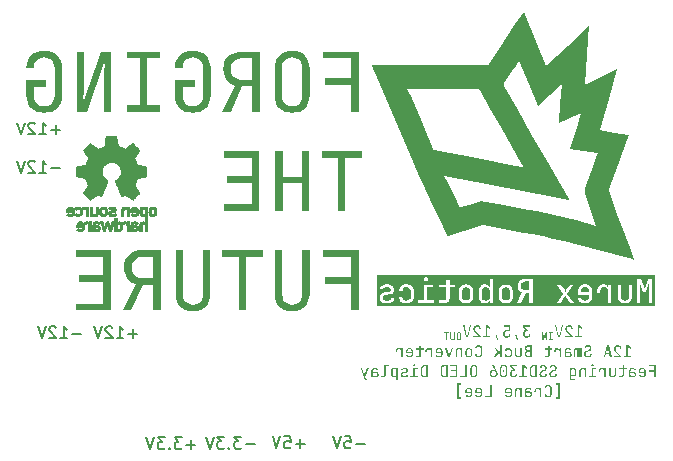
<source format=gbr>
%TF.GenerationSoftware,KiCad,Pcbnew,8.99.0-3334-g98ae574c78*%
%TF.CreationDate,2024-12-15T17:17:25-05:00*%
%TF.ProjectId,SmartPowerBoard,536d6172-7450-46f7-9765-72426f617264,rev?*%
%TF.SameCoordinates,Original*%
%TF.FileFunction,Legend,Bot*%
%TF.FilePolarity,Positive*%
%FSLAX46Y46*%
G04 Gerber Fmt 4.6, Leading zero omitted, Abs format (unit mm)*
G04 Created by KiCad (PCBNEW 8.99.0-3334-g98ae574c78) date 2024-12-15 17:17:25*
%MOMM*%
%LPD*%
G01*
G04 APERTURE LIST*
%ADD10C,0.100000*%
%ADD11C,0.150000*%
%ADD12C,0.400000*%
%ADD13C,0.010000*%
G04 APERTURE END LIST*
D10*
G36*
X167025354Y-78880000D02*
G01*
X167025354Y-73773492D01*
X164017503Y-73773492D01*
X164017503Y-74347158D01*
X166409862Y-74347158D01*
X166409862Y-76040066D01*
X164199464Y-76040066D01*
X164199464Y-76613731D01*
X166395818Y-76613731D01*
X166395818Y-78880000D01*
X167025354Y-78880000D01*
G37*
G36*
X161734802Y-73730937D02*
G01*
X162022988Y-73808405D01*
X162268991Y-73932086D01*
X162479689Y-74102304D01*
X162647562Y-74312571D01*
X162771431Y-74566339D01*
X162850227Y-74872495D01*
X162878415Y-75242613D01*
X162878415Y-77410879D01*
X162850227Y-77780997D01*
X162771431Y-78087152D01*
X162647562Y-78340921D01*
X162479689Y-78551188D01*
X162268991Y-78721405D01*
X162022988Y-78845087D01*
X161734802Y-78922555D01*
X161395251Y-78949914D01*
X161055866Y-78922559D01*
X160767778Y-78845099D01*
X160521818Y-78721419D01*
X160311118Y-78551188D01*
X160143245Y-78340921D01*
X160019376Y-78087152D01*
X159940580Y-77780997D01*
X159912391Y-77410879D01*
X159912391Y-75235591D01*
X159917214Y-75172698D01*
X160541927Y-75172698D01*
X160541927Y-77481099D01*
X160569313Y-77761985D01*
X160644501Y-77979941D01*
X160762356Y-78149103D01*
X160923627Y-78275291D01*
X161130071Y-78354590D01*
X161395251Y-78383271D01*
X161655964Y-78354838D01*
X161861742Y-78275739D01*
X162025092Y-78149103D01*
X162144880Y-77979674D01*
X162221136Y-77761710D01*
X162248879Y-77481099D01*
X162248879Y-75172698D01*
X162221122Y-74891883D01*
X162144855Y-74673942D01*
X162025092Y-74504694D01*
X161861718Y-74377879D01*
X161655939Y-74298685D01*
X161395251Y-74270221D01*
X161130097Y-74298933D01*
X160923651Y-74378328D01*
X160762356Y-74504694D01*
X160644525Y-74673675D01*
X160569327Y-74891607D01*
X160541927Y-75172698D01*
X159917214Y-75172698D01*
X159940478Y-74869334D01*
X160019110Y-74565429D01*
X160142957Y-74312624D01*
X160311118Y-74102304D01*
X160521818Y-73932073D01*
X160767778Y-73808393D01*
X161055866Y-73730933D01*
X161395251Y-73703578D01*
X161734802Y-73730937D01*
G37*
G36*
X158647213Y-78880000D02*
G01*
X158024699Y-78880000D01*
X158024699Y-76711428D01*
X157178398Y-76711428D01*
X156177918Y-78880000D01*
X155485490Y-78880000D01*
X156527796Y-76648536D01*
X156251647Y-76524775D01*
X156017968Y-76353361D01*
X155821324Y-76131046D01*
X155675666Y-75872355D01*
X155586424Y-75579007D01*
X155555404Y-75242613D01*
X156206006Y-75242613D01*
X156234260Y-75503598D01*
X156314158Y-75718203D01*
X156443838Y-75896573D01*
X156616322Y-76032646D01*
X156822834Y-76115600D01*
X157073374Y-76144785D01*
X158024699Y-76144785D01*
X158024699Y-74340136D01*
X157073374Y-74340136D01*
X156822586Y-74368987D01*
X156616071Y-74450901D01*
X156443838Y-74584989D01*
X156314602Y-74761443D01*
X156234501Y-74976980D01*
X156206006Y-75242613D01*
X155555404Y-75242613D01*
X155577582Y-74953750D01*
X155641309Y-74699218D01*
X155744387Y-74473248D01*
X155887019Y-74270317D01*
X156063056Y-74099748D01*
X156275921Y-73959117D01*
X156511024Y-73857921D01*
X156774994Y-73795281D01*
X157073374Y-73773492D01*
X158647213Y-73773492D01*
X158647213Y-78880000D01*
G37*
G36*
X152975284Y-78949914D02*
G01*
X153322620Y-78922863D01*
X153616734Y-78846423D01*
X153866978Y-78724806D01*
X154080483Y-78558210D01*
X154253770Y-78350419D01*
X154379557Y-78106759D01*
X154458366Y-77820166D01*
X154486231Y-77481099D01*
X154486231Y-75172698D01*
X154458361Y-74833465D01*
X154379545Y-74546774D01*
X154253757Y-74303071D01*
X154080483Y-74095282D01*
X153866978Y-73928685D01*
X153616734Y-73807068D01*
X153322620Y-73730628D01*
X152975284Y-73703578D01*
X152635655Y-73730642D01*
X152346119Y-73807395D01*
X152097835Y-73930073D01*
X151884129Y-74098946D01*
X151710434Y-74308390D01*
X151584664Y-74552278D01*
X151506091Y-74837343D01*
X151478381Y-75172698D01*
X152107916Y-75172698D01*
X152136062Y-74892184D01*
X152213492Y-74674233D01*
X152335368Y-74504694D01*
X152500749Y-74378086D01*
X152709776Y-74298781D01*
X152975284Y-74270221D01*
X153241235Y-74298232D01*
X153452961Y-74376278D01*
X153622527Y-74501031D01*
X153748157Y-74669058D01*
X153827763Y-74885774D01*
X153856695Y-75165676D01*
X153856695Y-77481099D01*
X153827937Y-77760920D01*
X153748442Y-77980161D01*
X153622527Y-78152461D01*
X153452421Y-78281307D01*
X153240686Y-78361559D01*
X152975284Y-78390293D01*
X152710046Y-78361388D01*
X152501012Y-78281031D01*
X152335368Y-78152461D01*
X152213337Y-77980689D01*
X152135968Y-77761463D01*
X152107916Y-77481099D01*
X152107916Y-76781343D01*
X153143201Y-76781343D01*
X153143201Y-76207983D01*
X151478381Y-76207983D01*
X151478381Y-77481099D01*
X151506081Y-77816283D01*
X151584641Y-78101307D01*
X151710410Y-78345258D01*
X151884129Y-78554851D01*
X152097815Y-78723582D01*
X152346093Y-78846167D01*
X152635635Y-78922867D01*
X152975284Y-78949914D01*
G37*
G36*
X150171071Y-78880000D02*
G01*
X150171071Y-78306334D01*
X149128764Y-78306334D01*
X149128764Y-74347158D01*
X150171071Y-74347158D01*
X150171071Y-73773492D01*
X147443183Y-73773492D01*
X147443183Y-74347158D01*
X148485184Y-74347158D01*
X148485184Y-78306334D01*
X147443183Y-78306334D01*
X147443183Y-78880000D01*
X150171071Y-78880000D01*
G37*
G36*
X146080003Y-78880000D02*
G01*
X146080003Y-73773492D01*
X145240418Y-73773492D01*
X143680622Y-78145439D01*
X143712069Y-77715266D01*
X143740157Y-77176711D01*
X143750537Y-76641514D01*
X143750537Y-73773492D01*
X143142067Y-73773492D01*
X143142067Y-78880000D01*
X143981346Y-78880000D01*
X145534426Y-74508053D01*
X145506338Y-74931203D01*
X145481913Y-75469759D01*
X145471533Y-76011978D01*
X145471533Y-78880000D01*
X146080003Y-78880000D01*
G37*
G36*
X140387008Y-78949914D02*
G01*
X140734343Y-78922863D01*
X141028458Y-78846423D01*
X141278702Y-78724806D01*
X141492206Y-78558210D01*
X141665494Y-78350419D01*
X141791281Y-78106759D01*
X141870089Y-77820166D01*
X141897955Y-77481099D01*
X141897955Y-75172698D01*
X141870085Y-74833465D01*
X141791269Y-74546774D01*
X141665481Y-74303071D01*
X141492206Y-74095282D01*
X141278702Y-73928685D01*
X141028458Y-73807068D01*
X140734343Y-73730628D01*
X140387008Y-73703578D01*
X140047378Y-73730642D01*
X139757842Y-73807395D01*
X139509558Y-73930073D01*
X139295853Y-74098946D01*
X139122157Y-74308390D01*
X138996388Y-74552278D01*
X138917814Y-74837343D01*
X138890104Y-75172698D01*
X139519640Y-75172698D01*
X139547785Y-74892184D01*
X139625216Y-74674233D01*
X139747091Y-74504694D01*
X139912473Y-74378086D01*
X140121500Y-74298781D01*
X140387008Y-74270221D01*
X140652959Y-74298232D01*
X140864685Y-74376278D01*
X141034251Y-74501031D01*
X141159881Y-74669058D01*
X141239487Y-74885774D01*
X141268419Y-75165676D01*
X141268419Y-77481099D01*
X141239661Y-77760920D01*
X141160166Y-77980161D01*
X141034251Y-78152461D01*
X140864144Y-78281307D01*
X140652410Y-78361559D01*
X140387008Y-78390293D01*
X140121770Y-78361388D01*
X139912736Y-78281031D01*
X139747091Y-78152461D01*
X139625061Y-77980689D01*
X139547692Y-77761463D01*
X139519640Y-77481099D01*
X139519640Y-76781343D01*
X140554924Y-76781343D01*
X140554924Y-76207983D01*
X138890104Y-76207983D01*
X138890104Y-77481099D01*
X138917805Y-77816283D01*
X138996365Y-78101307D01*
X139122134Y-78345258D01*
X139295853Y-78554851D01*
X139509539Y-78723582D01*
X139757816Y-78846167D01*
X140047359Y-78922867D01*
X140387008Y-78949914D01*
G37*
G36*
X165906111Y-87280000D02*
G01*
X165906111Y-82747158D01*
X167305317Y-82747158D01*
X167305317Y-82173492D01*
X163877674Y-82173492D01*
X163877674Y-82747158D01*
X165276575Y-82747158D01*
X165276575Y-87280000D01*
X165906111Y-87280000D01*
G37*
G36*
X162843306Y-87280000D02*
G01*
X162843306Y-82173492D01*
X162213770Y-82173492D01*
X162213770Y-84356107D01*
X160577037Y-84356107D01*
X160577037Y-82173492D01*
X159947501Y-82173492D01*
X159947501Y-87280000D01*
X160577037Y-87280000D01*
X160577037Y-84929773D01*
X162213770Y-84929773D01*
X162213770Y-87280000D01*
X162843306Y-87280000D01*
G37*
G36*
X158598365Y-87280000D02*
G01*
X158598365Y-82173492D01*
X155660429Y-82173492D01*
X155660429Y-82747158D01*
X157975851Y-82747158D01*
X157975851Y-84328019D01*
X155905282Y-84328019D01*
X155905282Y-84887641D01*
X157975851Y-84887641D01*
X157975851Y-86706334D01*
X155660429Y-86706334D01*
X155660429Y-87280000D01*
X158598365Y-87280000D01*
G37*
G36*
X167025354Y-95680000D02*
G01*
X167025354Y-90573492D01*
X164017503Y-90573492D01*
X164017503Y-91147158D01*
X166409862Y-91147158D01*
X166409862Y-92840066D01*
X164199464Y-92840066D01*
X164199464Y-93413731D01*
X166395818Y-93413731D01*
X166395818Y-95680000D01*
X167025354Y-95680000D01*
G37*
G36*
X161395251Y-95749914D02*
G01*
X161750692Y-95722028D01*
X162043894Y-95644101D01*
X162286342Y-95521476D01*
X162486711Y-95354851D01*
X162647308Y-95147036D01*
X162764585Y-94903733D01*
X162838295Y-94618076D01*
X162864371Y-94281099D01*
X162864371Y-90573492D01*
X162234836Y-90573492D01*
X162234836Y-94281099D01*
X162209491Y-94553654D01*
X162139225Y-94771231D01*
X162028450Y-94945439D01*
X161874458Y-95076671D01*
X161668938Y-95159825D01*
X161395251Y-95190293D01*
X161126462Y-95160089D01*
X160921856Y-95077146D01*
X160766020Y-94945439D01*
X160653147Y-94770953D01*
X160581708Y-94553375D01*
X160555971Y-94281099D01*
X160555971Y-90573492D01*
X159926435Y-90573492D01*
X159926435Y-94281099D01*
X159952472Y-94622214D01*
X160025833Y-94909513D01*
X160142111Y-95152426D01*
X160300737Y-95358210D01*
X160498958Y-95522845D01*
X160740863Y-95644468D01*
X161035610Y-95722058D01*
X161395251Y-95749914D01*
G37*
G36*
X157513927Y-95680000D02*
G01*
X157513927Y-91147158D01*
X158913133Y-91147158D01*
X158913133Y-90573492D01*
X155485490Y-90573492D01*
X155485490Y-91147158D01*
X156884391Y-91147158D01*
X156884391Y-95680000D01*
X157513927Y-95680000D01*
G37*
G36*
X153003066Y-95749914D02*
G01*
X153358507Y-95722028D01*
X153651710Y-95644101D01*
X153894158Y-95521476D01*
X154094527Y-95354851D01*
X154255124Y-95147036D01*
X154372401Y-94903733D01*
X154446110Y-94618076D01*
X154472187Y-94281099D01*
X154472187Y-90573492D01*
X153842651Y-90573492D01*
X153842651Y-94281099D01*
X153817307Y-94553654D01*
X153747041Y-94771231D01*
X153636266Y-94945439D01*
X153482274Y-95076671D01*
X153276754Y-95159825D01*
X153003066Y-95190293D01*
X152734277Y-95160089D01*
X152529672Y-95077146D01*
X152373836Y-94945439D01*
X152260963Y-94770953D01*
X152189524Y-94553375D01*
X152163787Y-94281099D01*
X152163787Y-90573492D01*
X151534251Y-90573492D01*
X151534251Y-94281099D01*
X151560288Y-94622214D01*
X151633649Y-94909513D01*
X151749927Y-95152426D01*
X151908553Y-95358210D01*
X152106773Y-95522845D01*
X152348679Y-95644468D01*
X152643425Y-95722058D01*
X153003066Y-95749914D01*
G37*
G36*
X150255029Y-95680000D02*
G01*
X149632515Y-95680000D01*
X149632515Y-93511428D01*
X148786214Y-93511428D01*
X147785734Y-95680000D01*
X147093306Y-95680000D01*
X148135612Y-93448536D01*
X147859462Y-93324775D01*
X147625783Y-93153361D01*
X147429139Y-92931046D01*
X147283481Y-92672355D01*
X147194240Y-92379007D01*
X147163220Y-92042613D01*
X147813822Y-92042613D01*
X147842076Y-92303598D01*
X147921974Y-92518203D01*
X148051653Y-92696573D01*
X148224137Y-92832646D01*
X148430650Y-92915600D01*
X148681189Y-92944785D01*
X149632515Y-92944785D01*
X149632515Y-91140136D01*
X148681189Y-91140136D01*
X148430402Y-91168987D01*
X148223887Y-91250901D01*
X148051653Y-91384989D01*
X147922418Y-91561443D01*
X147842317Y-91776980D01*
X147813822Y-92042613D01*
X147163220Y-92042613D01*
X147185398Y-91753750D01*
X147249125Y-91499218D01*
X147352203Y-91273248D01*
X147494835Y-91070317D01*
X147670872Y-90899748D01*
X147883736Y-90759117D01*
X148118840Y-90657921D01*
X148382810Y-90595281D01*
X148681189Y-90573492D01*
X150255029Y-90573492D01*
X150255029Y-95680000D01*
G37*
G36*
X146010088Y-95680000D02*
G01*
X146010088Y-90573492D01*
X143072152Y-90573492D01*
X143072152Y-91147158D01*
X145387575Y-91147158D01*
X145387575Y-92728019D01*
X143317006Y-92728019D01*
X143317006Y-93287641D01*
X145387575Y-93287641D01*
X145387575Y-95106334D01*
X143072152Y-95106334D01*
X143072152Y-95680000D01*
X146010088Y-95680000D01*
G37*
D11*
X148293220Y-97658866D02*
X147531316Y-97658866D01*
X147912268Y-98039819D02*
X147912268Y-97277914D01*
X146531316Y-98039819D02*
X147102744Y-98039819D01*
X146817030Y-98039819D02*
X146817030Y-97039819D01*
X146817030Y-97039819D02*
X146912268Y-97182676D01*
X146912268Y-97182676D02*
X147007506Y-97277914D01*
X147007506Y-97277914D02*
X147102744Y-97325533D01*
X146150363Y-97135057D02*
X146102744Y-97087438D01*
X146102744Y-97087438D02*
X146007506Y-97039819D01*
X146007506Y-97039819D02*
X145769411Y-97039819D01*
X145769411Y-97039819D02*
X145674173Y-97087438D01*
X145674173Y-97087438D02*
X145626554Y-97135057D01*
X145626554Y-97135057D02*
X145578935Y-97230295D01*
X145578935Y-97230295D02*
X145578935Y-97325533D01*
X145578935Y-97325533D02*
X145626554Y-97468390D01*
X145626554Y-97468390D02*
X146197982Y-98039819D01*
X146197982Y-98039819D02*
X145578935Y-98039819D01*
X145293220Y-97039819D02*
X144959887Y-98039819D01*
X144959887Y-98039819D02*
X144626554Y-97039819D01*
X143531315Y-97658866D02*
X142769411Y-97658866D01*
X141769411Y-98039819D02*
X142340839Y-98039819D01*
X142055125Y-98039819D02*
X142055125Y-97039819D01*
X142055125Y-97039819D02*
X142150363Y-97182676D01*
X142150363Y-97182676D02*
X142245601Y-97277914D01*
X142245601Y-97277914D02*
X142340839Y-97325533D01*
X141388458Y-97135057D02*
X141340839Y-97087438D01*
X141340839Y-97087438D02*
X141245601Y-97039819D01*
X141245601Y-97039819D02*
X141007506Y-97039819D01*
X141007506Y-97039819D02*
X140912268Y-97087438D01*
X140912268Y-97087438D02*
X140864649Y-97135057D01*
X140864649Y-97135057D02*
X140817030Y-97230295D01*
X140817030Y-97230295D02*
X140817030Y-97325533D01*
X140817030Y-97325533D02*
X140864649Y-97468390D01*
X140864649Y-97468390D02*
X141436077Y-98039819D01*
X141436077Y-98039819D02*
X140817030Y-98039819D01*
X140531315Y-97039819D02*
X140197982Y-98039819D01*
X140197982Y-98039819D02*
X139864649Y-97039819D01*
X141753220Y-80408978D02*
X140991316Y-80408978D01*
X141372268Y-80789931D02*
X141372268Y-80028026D01*
X139991316Y-80789931D02*
X140562744Y-80789931D01*
X140277030Y-80789931D02*
X140277030Y-79789931D01*
X140277030Y-79789931D02*
X140372268Y-79932788D01*
X140372268Y-79932788D02*
X140467506Y-80028026D01*
X140467506Y-80028026D02*
X140562744Y-80075645D01*
X139610363Y-79885169D02*
X139562744Y-79837550D01*
X139562744Y-79837550D02*
X139467506Y-79789931D01*
X139467506Y-79789931D02*
X139229411Y-79789931D01*
X139229411Y-79789931D02*
X139134173Y-79837550D01*
X139134173Y-79837550D02*
X139086554Y-79885169D01*
X139086554Y-79885169D02*
X139038935Y-79980407D01*
X139038935Y-79980407D02*
X139038935Y-80075645D01*
X139038935Y-80075645D02*
X139086554Y-80218502D01*
X139086554Y-80218502D02*
X139657982Y-80789931D01*
X139657982Y-80789931D02*
X139038935Y-80789931D01*
X138753220Y-79789931D02*
X138419887Y-80789931D01*
X138419887Y-80789931D02*
X138086554Y-79789931D01*
X141753220Y-83628866D02*
X140991316Y-83628866D01*
X139991316Y-84009819D02*
X140562744Y-84009819D01*
X140277030Y-84009819D02*
X140277030Y-83009819D01*
X140277030Y-83009819D02*
X140372268Y-83152676D01*
X140372268Y-83152676D02*
X140467506Y-83247914D01*
X140467506Y-83247914D02*
X140562744Y-83295533D01*
X139610363Y-83105057D02*
X139562744Y-83057438D01*
X139562744Y-83057438D02*
X139467506Y-83009819D01*
X139467506Y-83009819D02*
X139229411Y-83009819D01*
X139229411Y-83009819D02*
X139134173Y-83057438D01*
X139134173Y-83057438D02*
X139086554Y-83105057D01*
X139086554Y-83105057D02*
X139038935Y-83200295D01*
X139038935Y-83200295D02*
X139038935Y-83295533D01*
X139038935Y-83295533D02*
X139086554Y-83438390D01*
X139086554Y-83438390D02*
X139657982Y-84009819D01*
X139657982Y-84009819D02*
X139038935Y-84009819D01*
X138753220Y-83009819D02*
X138419887Y-84009819D01*
X138419887Y-84009819D02*
X138086554Y-83009819D01*
D10*
G36*
X185962737Y-97970000D02*
G01*
X185962737Y-97855266D01*
X185685705Y-97855266D01*
X185685705Y-97057814D01*
X185962737Y-97264870D01*
X185962737Y-97120767D01*
X185731867Y-96948698D01*
X185559798Y-96948698D01*
X185559798Y-97855266D01*
X185333201Y-97855266D01*
X185333201Y-97970000D01*
X185962737Y-97970000D01*
G37*
G36*
X185129136Y-97970000D02*
G01*
X185129136Y-97853862D01*
X184789150Y-97490123D01*
X184722779Y-97411833D01*
X184684248Y-97350233D01*
X184660819Y-97288196D01*
X184653412Y-97229944D01*
X184659204Y-97175911D01*
X184675475Y-97132129D01*
X184701711Y-97096343D01*
X184736716Y-97069271D01*
X184779556Y-97052572D01*
X184832504Y-97046639D01*
X184887270Y-97052749D01*
X184931504Y-97069930D01*
X184967570Y-97097747D01*
X184994518Y-97134552D01*
X185011250Y-97179686D01*
X185017212Y-97235500D01*
X185143119Y-97235500D01*
X185135510Y-97167205D01*
X185117996Y-97108914D01*
X185091217Y-97058895D01*
X185055009Y-97015865D01*
X185010771Y-96981085D01*
X184959862Y-96955912D01*
X184901006Y-96940226D01*
X184832504Y-96934715D01*
X184762406Y-96940197D01*
X184702767Y-96955720D01*
X184651757Y-96980477D01*
X184607983Y-97014460D01*
X184572303Y-97056821D01*
X184546516Y-97106094D01*
X184530428Y-97163633D01*
X184524758Y-97231287D01*
X184528887Y-97278999D01*
X184541802Y-97330037D01*
X184564630Y-97385221D01*
X184594577Y-97437087D01*
X184638978Y-97497251D01*
X184700979Y-97567060D01*
X184976607Y-97855266D01*
X184512118Y-97855266D01*
X184512118Y-97970000D01*
X185129136Y-97970000D01*
G37*
G36*
X184077244Y-97970000D02*
G01*
X184340232Y-96948698D01*
X184211516Y-96948698D01*
X184036638Y-97644057D01*
X184006596Y-97778330D01*
X183989072Y-97872058D01*
X183970265Y-97777658D01*
X183938758Y-97642653D01*
X183770841Y-96948698D01*
X183640721Y-96948698D01*
X183905175Y-97970000D01*
X184077244Y-97970000D01*
G37*
G36*
X183477017Y-98193970D02*
G01*
X183477017Y-98120575D01*
X183343660Y-98120575D01*
X183343660Y-97614077D01*
X183477017Y-97614077D01*
X183477017Y-97540682D01*
X183127994Y-97540682D01*
X183127994Y-97614077D01*
X183261351Y-97614077D01*
X183261351Y-98120575D01*
X183127994Y-98120575D01*
X183127994Y-98193970D01*
X183477017Y-98193970D01*
G37*
G36*
X182953116Y-98193970D02*
G01*
X182953116Y-97540682D01*
X182845710Y-97540682D01*
X182646164Y-98099998D01*
X182650194Y-98044982D01*
X182653797Y-97976106D01*
X182655140Y-97907595D01*
X182655140Y-97540682D01*
X182577226Y-97540682D01*
X182577226Y-98193970D01*
X182684632Y-98193970D01*
X182883324Y-97634654D01*
X182879721Y-97688815D01*
X182876607Y-97757752D01*
X182875264Y-97827056D01*
X182875264Y-98193970D01*
X182953116Y-98193970D01*
G37*
G36*
X181252759Y-97983982D02*
G01*
X181322951Y-97978533D01*
X181382499Y-97963122D01*
X181433264Y-97938588D01*
X181476669Y-97904970D01*
X181512045Y-97862966D01*
X181537604Y-97814145D01*
X181553545Y-97757170D01*
X181559162Y-97690219D01*
X181433255Y-97690219D01*
X181427380Y-97744145D01*
X181410890Y-97787662D01*
X181384284Y-97823087D01*
X181348859Y-97849694D01*
X181305341Y-97866184D01*
X181251416Y-97872058D01*
X181197449Y-97866182D01*
X181153913Y-97849691D01*
X181118487Y-97823087D01*
X181091880Y-97787662D01*
X181075390Y-97744145D01*
X181069516Y-97690219D01*
X181069516Y-97620244D01*
X181075392Y-97566277D01*
X181091883Y-97522741D01*
X181118487Y-97487315D01*
X181153913Y-97460711D01*
X181197449Y-97444220D01*
X181251416Y-97438344D01*
X181361936Y-97438344D01*
X181361936Y-97329228D01*
X181111465Y-97063431D01*
X181531196Y-97063431D01*
X181531196Y-96948698D01*
X180968766Y-96948698D01*
X180968766Y-97066240D01*
X181215024Y-97327824D01*
X181153056Y-97337544D01*
X181100224Y-97355590D01*
X181055037Y-97381468D01*
X181016393Y-97415324D01*
X180985251Y-97456085D01*
X180962659Y-97502986D01*
X180948563Y-97557196D01*
X180943609Y-97620244D01*
X180943609Y-97690219D01*
X180949267Y-97757124D01*
X180965333Y-97814082D01*
X180991113Y-97862920D01*
X181026834Y-97904970D01*
X181070550Y-97938555D01*
X181121740Y-97963094D01*
X181181850Y-97978523D01*
X181252759Y-97983982D01*
G37*
G36*
X180524061Y-98193848D02*
G01*
X180447124Y-97765751D01*
X180296060Y-97765751D01*
X180394001Y-98193848D01*
X180524061Y-98193848D01*
G37*
G36*
X179567361Y-97983982D02*
G01*
X179637520Y-97978534D01*
X179697048Y-97963124D01*
X179747805Y-97938590D01*
X179791210Y-97904970D01*
X179826615Y-97862962D01*
X179852192Y-97814140D01*
X179868144Y-97757166D01*
X179873764Y-97690219D01*
X179747857Y-97690219D01*
X179741982Y-97744145D01*
X179725492Y-97787662D01*
X179698886Y-97823087D01*
X179663460Y-97849691D01*
X179619923Y-97866182D01*
X179565957Y-97872058D01*
X179511990Y-97866182D01*
X179468454Y-97849691D01*
X179433028Y-97823087D01*
X179406421Y-97787662D01*
X179389931Y-97744145D01*
X179384057Y-97690219D01*
X179384057Y-97627266D01*
X179389789Y-97573192D01*
X179405840Y-97529656D01*
X179431623Y-97494337D01*
X179466132Y-97467654D01*
X179508297Y-97451206D01*
X179560339Y-97445366D01*
X179838776Y-97445366D01*
X179838776Y-96948698D01*
X179294542Y-96948698D01*
X179294542Y-97063431D01*
X179721234Y-97063431D01*
X179718425Y-97330633D01*
X179553378Y-97330633D01*
X179483001Y-97336089D01*
X179424519Y-97351379D01*
X179375781Y-97375496D01*
X179335147Y-97408302D01*
X179302633Y-97449211D01*
X179278717Y-97498179D01*
X179263557Y-97556825D01*
X179258150Y-97627266D01*
X179258150Y-97690219D01*
X179263811Y-97757120D01*
X179279888Y-97814076D01*
X179305686Y-97862916D01*
X179341437Y-97904970D01*
X179385152Y-97938555D01*
X179436343Y-97963094D01*
X179496452Y-97978523D01*
X179567361Y-97983982D01*
G37*
G36*
X178845624Y-98193848D02*
G01*
X178768687Y-97765751D01*
X178617623Y-97765751D01*
X178715564Y-98193848D01*
X178845624Y-98193848D01*
G37*
G36*
X178174322Y-97970000D02*
G01*
X178174322Y-97855266D01*
X177897290Y-97855266D01*
X177897290Y-97057814D01*
X178174322Y-97264870D01*
X178174322Y-97120767D01*
X177943452Y-96948698D01*
X177771383Y-96948698D01*
X177771383Y-97855266D01*
X177544786Y-97855266D01*
X177544786Y-97970000D01*
X178174322Y-97970000D01*
G37*
G36*
X177340721Y-97970000D02*
G01*
X177340721Y-97853862D01*
X177000735Y-97490123D01*
X176934363Y-97411833D01*
X176895833Y-97350233D01*
X176872404Y-97288196D01*
X176864997Y-97229944D01*
X176870789Y-97175911D01*
X176887060Y-97132129D01*
X176913296Y-97096343D01*
X176948301Y-97069271D01*
X176991141Y-97052572D01*
X177044088Y-97046639D01*
X177098855Y-97052749D01*
X177143089Y-97069930D01*
X177179155Y-97097747D01*
X177206103Y-97134552D01*
X177222835Y-97179686D01*
X177228797Y-97235500D01*
X177354704Y-97235500D01*
X177347095Y-97167205D01*
X177329581Y-97108914D01*
X177302802Y-97058895D01*
X177266594Y-97015865D01*
X177222355Y-96981085D01*
X177171447Y-96955912D01*
X177112591Y-96940226D01*
X177044088Y-96934715D01*
X176973991Y-96940197D01*
X176914352Y-96955720D01*
X176863342Y-96980477D01*
X176819568Y-97014460D01*
X176783888Y-97056821D01*
X176758101Y-97106094D01*
X176742013Y-97163633D01*
X176736342Y-97231287D01*
X176740472Y-97278999D01*
X176753387Y-97330037D01*
X176776215Y-97385221D01*
X176806162Y-97437087D01*
X176850563Y-97497251D01*
X176912564Y-97567060D01*
X177188192Y-97855266D01*
X176723703Y-97855266D01*
X176723703Y-97970000D01*
X177340721Y-97970000D01*
G37*
G36*
X176288828Y-97970000D02*
G01*
X176551817Y-96948698D01*
X176423101Y-96948698D01*
X176248223Y-97644057D01*
X176218181Y-97778330D01*
X176200657Y-97872058D01*
X176181850Y-97777658D01*
X176150343Y-97642653D01*
X175982426Y-96948698D01*
X175852305Y-96948698D01*
X176116759Y-97970000D01*
X176288828Y-97970000D01*
G37*
G36*
X175570461Y-97537889D02*
G01*
X175615894Y-97555065D01*
X175652820Y-97582752D01*
X175680184Y-97619791D01*
X175697514Y-97667378D01*
X175703806Y-97728627D01*
X175703806Y-98006025D01*
X175697516Y-98067275D01*
X175680186Y-98114884D01*
X175652820Y-98151960D01*
X175615894Y-98179648D01*
X175570461Y-98196824D01*
X175514091Y-98202946D01*
X175457721Y-98196822D01*
X175412311Y-98179646D01*
X175375422Y-98151960D01*
X175348021Y-98114880D01*
X175330672Y-98067270D01*
X175324375Y-98006025D01*
X175324375Y-97727711D01*
X175325210Y-97719651D01*
X175404914Y-97719651D01*
X175404914Y-98015001D01*
X175408419Y-98050921D01*
X175418041Y-98078793D01*
X175433124Y-98100425D01*
X175453728Y-98116578D01*
X175480135Y-98126732D01*
X175514091Y-98130406D01*
X175547437Y-98126766D01*
X175573749Y-98116639D01*
X175594630Y-98100425D01*
X175609959Y-98078759D01*
X175619717Y-98050886D01*
X175623267Y-98015001D01*
X175623267Y-97719651D01*
X175619717Y-97683765D01*
X175609959Y-97655893D01*
X175594630Y-97634227D01*
X175573749Y-97618013D01*
X175547437Y-97607886D01*
X175514091Y-97604246D01*
X175480135Y-97607920D01*
X175453728Y-97618074D01*
X175433124Y-97634227D01*
X175418041Y-97655859D01*
X175408419Y-97683730D01*
X175404914Y-97719651D01*
X175325210Y-97719651D01*
X175330652Y-97667090D01*
X175347983Y-97619777D01*
X175375422Y-97582752D01*
X175412311Y-97555067D01*
X175457721Y-97537891D01*
X175514091Y-97531767D01*
X175570461Y-97537889D01*
G37*
G36*
X174976756Y-98202946D02*
G01*
X175035541Y-98196719D01*
X175081069Y-98179561D01*
X175116402Y-98152388D01*
X175142549Y-98115945D01*
X175158866Y-98070950D01*
X175164701Y-98015001D01*
X175164701Y-97540682D01*
X175084162Y-97540682D01*
X175084162Y-98015001D01*
X175080922Y-98049876D01*
X175071941Y-98077713D01*
X175057784Y-98099998D01*
X175038062Y-98116788D01*
X175011760Y-98127425D01*
X174976756Y-98131322D01*
X174942364Y-98127459D01*
X174916174Y-98116848D01*
X174896217Y-98099998D01*
X174881780Y-98077676D01*
X174872643Y-98049839D01*
X174869350Y-98015001D01*
X174869350Y-97540682D01*
X174788811Y-97540682D01*
X174788811Y-98015001D01*
X174794640Y-98071588D01*
X174810869Y-98116682D01*
X174836744Y-98152815D01*
X174871765Y-98179683D01*
X174917364Y-98196732D01*
X174976756Y-98202946D01*
G37*
G36*
X174479722Y-98193970D02*
G01*
X174479722Y-97614077D01*
X174658691Y-97614077D01*
X174658691Y-97540682D01*
X174220153Y-97540682D01*
X174220153Y-97614077D01*
X174399183Y-97614077D01*
X174399183Y-98193970D01*
X174479722Y-98193970D01*
G37*
G36*
X190074322Y-99650000D02*
G01*
X190074322Y-99535266D01*
X189797290Y-99535266D01*
X189797290Y-98737814D01*
X190074322Y-98944870D01*
X190074322Y-98800767D01*
X189843452Y-98628698D01*
X189671383Y-98628698D01*
X189671383Y-99535266D01*
X189444786Y-99535266D01*
X189444786Y-99650000D01*
X190074322Y-99650000D01*
G37*
G36*
X189240721Y-99650000D02*
G01*
X189240721Y-99533862D01*
X188900735Y-99170123D01*
X188834364Y-99091833D01*
X188795833Y-99030233D01*
X188772404Y-98968196D01*
X188764997Y-98909944D01*
X188770789Y-98855911D01*
X188787060Y-98812129D01*
X188813296Y-98776343D01*
X188848301Y-98749271D01*
X188891141Y-98732572D01*
X188944089Y-98726639D01*
X188998855Y-98732749D01*
X189043089Y-98749930D01*
X189079155Y-98777747D01*
X189106103Y-98814552D01*
X189122835Y-98859686D01*
X189128797Y-98915500D01*
X189254704Y-98915500D01*
X189247095Y-98847205D01*
X189229581Y-98788914D01*
X189202802Y-98738895D01*
X189166594Y-98695865D01*
X189122356Y-98661085D01*
X189071447Y-98635912D01*
X189012591Y-98620226D01*
X188944089Y-98614715D01*
X188873991Y-98620197D01*
X188814352Y-98635720D01*
X188763342Y-98660477D01*
X188719568Y-98694460D01*
X188683888Y-98736821D01*
X188658101Y-98786094D01*
X188642013Y-98843633D01*
X188636343Y-98911287D01*
X188640472Y-98958999D01*
X188653387Y-99010037D01*
X188676215Y-99065221D01*
X188706162Y-99117087D01*
X188750563Y-99177251D01*
X188812564Y-99247060D01*
X189088192Y-99535266D01*
X188623703Y-99535266D01*
X188623703Y-99650000D01*
X189240721Y-99650000D01*
G37*
G36*
X188451817Y-99650000D02*
G01*
X188323101Y-99650000D01*
X188255995Y-99378585D01*
X187946784Y-99378585D01*
X187879617Y-99650000D01*
X187752306Y-99650000D01*
X187850113Y-99272278D01*
X187973345Y-99272278D01*
X188230777Y-99272278D01*
X188152436Y-98956106D01*
X188117510Y-98807789D01*
X188102061Y-98729448D01*
X188086735Y-98807789D01*
X188051747Y-98957510D01*
X187973345Y-99272278D01*
X187850113Y-99272278D01*
X188016760Y-98628698D01*
X188186020Y-98628698D01*
X188451817Y-99650000D01*
G37*
G36*
X186418068Y-99663982D02*
G01*
X186491934Y-99658558D01*
X186554790Y-99643220D01*
X186608492Y-99618860D01*
X186654495Y-99585642D01*
X186692444Y-99543640D01*
X186719697Y-99494742D01*
X186736640Y-99437580D01*
X186742606Y-99370219D01*
X186616698Y-99370219D01*
X186610216Y-99424642D01*
X186591958Y-99468348D01*
X186562171Y-99503820D01*
X186523238Y-99529962D01*
X186475951Y-99546257D01*
X186418068Y-99552058D01*
X186362253Y-99546035D01*
X186316855Y-99529081D01*
X186279582Y-99501683D01*
X186251138Y-99465250D01*
X186233858Y-99422088D01*
X186227803Y-99370219D01*
X186231602Y-99330222D01*
X186242607Y-99294855D01*
X186260714Y-99263180D01*
X186285312Y-99236460D01*
X186316372Y-99215740D01*
X186355114Y-99200898D01*
X186510392Y-99157545D01*
X186571305Y-99133411D01*
X186621374Y-99100154D01*
X186662189Y-99057527D01*
X186692673Y-99007087D01*
X186711103Y-98950941D01*
X186717449Y-98887534D01*
X186713212Y-98834438D01*
X186700976Y-98787213D01*
X186681056Y-98744836D01*
X186653633Y-98706943D01*
X186619830Y-98675151D01*
X186578963Y-98649031D01*
X186533961Y-98630291D01*
X186483902Y-98618724D01*
X186427838Y-98614715D01*
X186370866Y-98618734D01*
X186320145Y-98630311D01*
X186274697Y-98649031D01*
X186233192Y-98675107D01*
X186198678Y-98706693D01*
X186170467Y-98744164D01*
X186149722Y-98786139D01*
X186137045Y-98832653D01*
X186132670Y-98884726D01*
X186258577Y-98884726D01*
X186264069Y-98840195D01*
X186279859Y-98802753D01*
X186306144Y-98770725D01*
X186340143Y-98746580D01*
X186380151Y-98731817D01*
X186427838Y-98726639D01*
X186475493Y-98731846D01*
X186515016Y-98746629D01*
X186548188Y-98770725D01*
X186573637Y-98802649D01*
X186588995Y-98840095D01*
X186594350Y-98884726D01*
X186590850Y-98921039D01*
X186580766Y-98952679D01*
X186564247Y-98980591D01*
X186541904Y-99004086D01*
X186514028Y-99022477D01*
X186479617Y-99035851D01*
X186320127Y-99080608D01*
X186255892Y-99105385D01*
X186203559Y-99140481D01*
X186161308Y-99186243D01*
X186130165Y-99240402D01*
X186111202Y-99301171D01*
X186104643Y-99370219D01*
X186110389Y-99436219D01*
X186126767Y-99492801D01*
X186153186Y-99541721D01*
X186190006Y-99584237D01*
X186234796Y-99618234D01*
X186286756Y-99642999D01*
X186347253Y-99658512D01*
X186418068Y-99663982D01*
G37*
G36*
X185920179Y-99650000D02*
G01*
X185920179Y-98880512D01*
X185811063Y-98880512D01*
X185811063Y-98982667D01*
X185808255Y-98982667D01*
X185800342Y-98949657D01*
X185786615Y-98921990D01*
X185767039Y-98898709D01*
X185742489Y-98881057D01*
X185713719Y-98870295D01*
X185679539Y-98866530D01*
X185647075Y-98869937D01*
X185618953Y-98879763D01*
X185594237Y-98895961D01*
X185564597Y-98929862D01*
X185543862Y-98975645D01*
X185542457Y-98975645D01*
X185532915Y-98943689D01*
X185518246Y-98917448D01*
X185498433Y-98895961D01*
X185474080Y-98879913D01*
X185445303Y-98870015D01*
X185410933Y-98866530D01*
X185364172Y-98872869D01*
X185325446Y-98891109D01*
X185292780Y-98921789D01*
X185268949Y-98960813D01*
X185254013Y-99007939D01*
X185248694Y-99065221D01*
X185248694Y-99650000D01*
X185366175Y-99650000D01*
X185366175Y-99063817D01*
X185372173Y-99021103D01*
X185388584Y-98990361D01*
X185414717Y-98970082D01*
X185450134Y-98963066D01*
X185484358Y-98969865D01*
X185510278Y-98989689D01*
X185526664Y-99019815D01*
X185532688Y-99062412D01*
X185532688Y-99650000D01*
X185636186Y-99650000D01*
X185636186Y-99063817D01*
X185642183Y-99021103D01*
X185658595Y-98990361D01*
X185684531Y-98970015D01*
X185718740Y-98963066D01*
X185754173Y-98969930D01*
X185780289Y-98989689D01*
X185796675Y-99019815D01*
X185802698Y-99062412D01*
X185802698Y-99650000D01*
X185920179Y-99650000D01*
G37*
G36*
X184808408Y-98870705D02*
G01*
X184863380Y-98882471D01*
X184910217Y-98901017D01*
X184950168Y-98926003D01*
X184985327Y-98958543D01*
X185010548Y-98994029D01*
X185026929Y-99033004D01*
X185034799Y-99076395D01*
X184908891Y-99076395D01*
X184902432Y-99047198D01*
X184887012Y-99022870D01*
X184861325Y-99002267D01*
X184830348Y-98988137D01*
X184791749Y-98978973D01*
X184743783Y-98975645D01*
X184689731Y-98980585D01*
X184649518Y-98993869D01*
X184619866Y-99014175D01*
X184598627Y-99041635D01*
X184585095Y-99077796D01*
X184580141Y-99125366D01*
X184580141Y-99185511D01*
X184817972Y-99185511D01*
X184866644Y-99189020D01*
X184910215Y-99199160D01*
X184949497Y-99215614D01*
X184985230Y-99238448D01*
X185014872Y-99266076D01*
X185039012Y-99298839D01*
X185056600Y-99335516D01*
X185067430Y-99376698D01*
X185071191Y-99423342D01*
X185066540Y-99476163D01*
X185053208Y-99521994D01*
X185031577Y-99562144D01*
X185001276Y-99597548D01*
X184964511Y-99625829D01*
X184921616Y-99646459D01*
X184871411Y-99659407D01*
X184812354Y-99663982D01*
X184747230Y-99658861D01*
X184694901Y-99644714D01*
X184652864Y-99622705D01*
X184617975Y-99591576D01*
X184594516Y-99554497D01*
X184581545Y-99510109D01*
X184578736Y-99510109D01*
X184578736Y-99650000D01*
X184454233Y-99650000D01*
X184454233Y-99391163D01*
X184580141Y-99391163D01*
X184586481Y-99439873D01*
X184604587Y-99479752D01*
X184634729Y-99512918D01*
X184673415Y-99536942D01*
X184721537Y-99552184D01*
X184781580Y-99557676D01*
X184830648Y-99553091D01*
X184869302Y-99540448D01*
X184899793Y-99520612D01*
X184923211Y-99493318D01*
X184937451Y-99460111D01*
X184942475Y-99419190D01*
X184937933Y-99379750D01*
X184925058Y-99347393D01*
X184904007Y-99320516D01*
X184876375Y-99300236D01*
X184843527Y-99287820D01*
X184803989Y-99283452D01*
X184580141Y-99283452D01*
X184580141Y-99391163D01*
X184454233Y-99391163D01*
X184454233Y-99121153D01*
X184459355Y-99061859D01*
X184473840Y-99011946D01*
X184497012Y-98969647D01*
X184529094Y-98933696D01*
X184568028Y-98905732D01*
X184615540Y-98884810D01*
X184673392Y-98871366D01*
X184743783Y-98866530D01*
X184808408Y-98870705D01*
G37*
G36*
X184169019Y-99650000D02*
G01*
X184169019Y-98880512D01*
X184043112Y-98880512D01*
X184043112Y-99027424D01*
X184040303Y-99027424D01*
X184028641Y-98980576D01*
X184007739Y-98941931D01*
X183977349Y-98909944D01*
X183939643Y-98886628D01*
X183892868Y-98871849D01*
X183834650Y-98866530D01*
X183775098Y-98871527D01*
X183725514Y-98885578D01*
X183684026Y-98907899D01*
X183649270Y-98938581D01*
X183622115Y-98976124D01*
X183601866Y-99021653D01*
X183588895Y-99076789D01*
X183584240Y-99143562D01*
X183584240Y-99209324D01*
X183710148Y-99209324D01*
X183710148Y-99143562D01*
X183715387Y-99088844D01*
X183729552Y-99047828D01*
X183751405Y-99017270D01*
X183781290Y-98995130D01*
X183821063Y-98980889D01*
X183873790Y-98975645D01*
X183926792Y-98981474D01*
X183967852Y-98997574D01*
X183999758Y-99023211D01*
X184022819Y-99057449D01*
X184037668Y-99102146D01*
X184043112Y-99160354D01*
X184043112Y-99650000D01*
X184169019Y-99650000D01*
G37*
G36*
X182989814Y-99650000D02*
G01*
X183051024Y-99643408D01*
X183101051Y-99624821D01*
X183142344Y-99594740D01*
X183173698Y-99554659D01*
X183192899Y-99506272D01*
X183199680Y-99447156D01*
X183199680Y-98995245D01*
X183420720Y-98995245D01*
X183420720Y-98880512D01*
X183199680Y-98880512D01*
X183199680Y-98663686D01*
X183073773Y-98663686D01*
X183073773Y-98880512D01*
X182759005Y-98880512D01*
X182759005Y-98995245D01*
X183073773Y-98995245D01*
X183073773Y-99447156D01*
X183067775Y-99483251D01*
X183050692Y-99510781D01*
X183024392Y-99528958D01*
X182989814Y-99535266D01*
X182765966Y-99535266D01*
X182765966Y-99650000D01*
X182989814Y-99650000D01*
G37*
G36*
X181677925Y-99650000D02*
G01*
X181367370Y-99650000D01*
X181297748Y-99644704D01*
X181239017Y-99629774D01*
X181189277Y-99606099D01*
X181147063Y-99573796D01*
X181112542Y-99533231D01*
X181087613Y-99486028D01*
X181072065Y-99430882D01*
X181066585Y-99366006D01*
X181067031Y-99361793D01*
X181191088Y-99361793D01*
X181197151Y-99413658D01*
X181214253Y-99455580D01*
X181242135Y-99489837D01*
X181278755Y-99515090D01*
X181324334Y-99530967D01*
X181381353Y-99536671D01*
X181554826Y-99536671D01*
X181554826Y-99172932D01*
X181381353Y-99172932D01*
X181324766Y-99179216D01*
X181279184Y-99196860D01*
X181242135Y-99225383D01*
X181214186Y-99263097D01*
X181197096Y-99307895D01*
X181191088Y-99361793D01*
X181067031Y-99361793D01*
X181073176Y-99303736D01*
X181092475Y-99247793D01*
X181123393Y-99198437D01*
X181163794Y-99158949D01*
X181195542Y-99138844D01*
X181230538Y-99124880D01*
X181269429Y-99117001D01*
X181269429Y-99112787D01*
X181219291Y-99097101D01*
X181176580Y-99071209D01*
X181140041Y-99034446D01*
X181112251Y-98990402D01*
X181095862Y-98943676D01*
X181091406Y-98902922D01*
X181214840Y-98902922D01*
X181220392Y-98950295D01*
X181236088Y-98988800D01*
X181261735Y-99020464D01*
X181295368Y-99043844D01*
X181337262Y-99058538D01*
X181389718Y-99063817D01*
X181554826Y-99063817D01*
X181554826Y-98742027D01*
X181388314Y-98742027D01*
X181335915Y-98747326D01*
X181294287Y-98762048D01*
X181261063Y-98785441D01*
X181235816Y-98817017D01*
X181220327Y-98855499D01*
X181214840Y-98902922D01*
X181091406Y-98902922D01*
X181090338Y-98893152D01*
X181095723Y-98831859D01*
X181110977Y-98780138D01*
X181135440Y-98736172D01*
X181169411Y-98698674D01*
X181210551Y-98669282D01*
X181259644Y-98647500D01*
X181318247Y-98633642D01*
X181388314Y-98628698D01*
X181677925Y-98628698D01*
X181677925Y-99650000D01*
G37*
G36*
X180550500Y-99663982D02*
G01*
X180616169Y-99658617D01*
X180672460Y-99643353D01*
X180721047Y-99618853D01*
X180763174Y-99584970D01*
X180797259Y-99543140D01*
X180821989Y-99494382D01*
X180837460Y-99437346D01*
X180842920Y-99370219D01*
X180842920Y-98880512D01*
X180717012Y-98880512D01*
X180717012Y-99370219D01*
X180711591Y-99424478D01*
X180696439Y-99468264D01*
X180672255Y-99503820D01*
X180639464Y-99531005D01*
X180599587Y-99547599D01*
X180550500Y-99553463D01*
X180500453Y-99547577D01*
X180459925Y-99530957D01*
X180426730Y-99503820D01*
X180402122Y-99468209D01*
X180386738Y-99424423D01*
X180381240Y-99370219D01*
X180381240Y-98880512D01*
X180255332Y-98880512D01*
X180255332Y-99370219D01*
X180260873Y-99437256D01*
X180276585Y-99494261D01*
X180301738Y-99543051D01*
X180336482Y-99584970D01*
X180379285Y-99618902D01*
X180428354Y-99643404D01*
X180484889Y-99658639D01*
X180550500Y-99663982D01*
G37*
G36*
X179698703Y-99663982D02*
G01*
X179768108Y-99658614D01*
X179827463Y-99643383D01*
X179878501Y-99619055D01*
X179922552Y-99585642D01*
X179958531Y-99543904D01*
X179984536Y-99495105D01*
X180000777Y-99437850D01*
X180006510Y-99370219D01*
X180006510Y-99160354D01*
X180000776Y-99092690D01*
X179984533Y-99035415D01*
X179958529Y-98986607D01*
X179922552Y-98944870D01*
X179878501Y-98911456D01*
X179827463Y-98887129D01*
X179768108Y-98871898D01*
X179698703Y-98866530D01*
X179632612Y-98871421D01*
X179575759Y-98885317D01*
X179526608Y-98907507D01*
X179483952Y-98937909D01*
X179448330Y-98976220D01*
X179422251Y-99020582D01*
X179405298Y-99072107D01*
X179397918Y-99132388D01*
X179523825Y-99132388D01*
X179531792Y-99085059D01*
X179548695Y-99047760D01*
X179574200Y-99018326D01*
X179607103Y-98996860D01*
X179647897Y-98983319D01*
X179698703Y-98978454D01*
X179751896Y-98984067D01*
X179795270Y-98999866D01*
X179830960Y-99025348D01*
X179857747Y-99059585D01*
X179874541Y-99103187D01*
X179880603Y-99158949D01*
X179880603Y-99370219D01*
X179874560Y-99425957D01*
X179857777Y-99469811D01*
X179830960Y-99504492D01*
X179795220Y-99530366D01*
X179751846Y-99546376D01*
X179698703Y-99552058D01*
X179647948Y-99547121D01*
X179607154Y-99533366D01*
X179574200Y-99511514D01*
X179548592Y-99481674D01*
X179531728Y-99444552D01*
X179523825Y-99398185D01*
X179397918Y-99398185D01*
X179405296Y-99458433D01*
X179422246Y-99509950D01*
X179448325Y-99554324D01*
X179483952Y-99592663D01*
X179526604Y-99623038D01*
X179575754Y-99645209D01*
X179632608Y-99659095D01*
X179698703Y-99663982D01*
G37*
G36*
X179154713Y-99650000D02*
G01*
X179154713Y-98628698D01*
X179028745Y-98628698D01*
X179028745Y-99198089D01*
X178881894Y-99198089D01*
X178666411Y-98880512D01*
X178522307Y-98880512D01*
X178769970Y-99247060D01*
X178508324Y-99650000D01*
X178655236Y-99650000D01*
X178879085Y-99307266D01*
X179028745Y-99307266D01*
X179028745Y-99650000D01*
X179154713Y-99650000D01*
G37*
G36*
X177181048Y-99663982D02*
G01*
X177250515Y-99658572D01*
X177309338Y-99643284D01*
X177359387Y-99618961D01*
X177402087Y-99585642D01*
X177436745Y-99544083D01*
X177461902Y-99495351D01*
X177477664Y-99438033D01*
X177483237Y-99370219D01*
X177483237Y-98908539D01*
X177477663Y-98840693D01*
X177461900Y-98783354D01*
X177436742Y-98734614D01*
X177402087Y-98693056D01*
X177359387Y-98659737D01*
X177309338Y-98635413D01*
X177250515Y-98620125D01*
X177181048Y-98614715D01*
X177113156Y-98620126D01*
X177055257Y-98635474D01*
X177005588Y-98660010D01*
X176962817Y-98693789D01*
X176928078Y-98735678D01*
X176902924Y-98784455D01*
X176887209Y-98841468D01*
X176881667Y-98908539D01*
X177007574Y-98908539D01*
X177013203Y-98852436D01*
X177028689Y-98808846D01*
X177053064Y-98774938D01*
X177086141Y-98749617D01*
X177127946Y-98733756D01*
X177181048Y-98728044D01*
X177234181Y-98733722D01*
X177276527Y-98749561D01*
X177310496Y-98774938D01*
X177335648Y-98808953D01*
X177351560Y-98852547D01*
X177357330Y-98908539D01*
X177357330Y-99370219D01*
X177351562Y-99426172D01*
X177335653Y-99469770D01*
X177310496Y-99503820D01*
X177276531Y-99529162D01*
X177234185Y-99544982D01*
X177181048Y-99550654D01*
X177127941Y-99544948D01*
X177086136Y-99529106D01*
X177053064Y-99503820D01*
X177028684Y-99469876D01*
X177013200Y-99426282D01*
X177007574Y-99370219D01*
X176881667Y-99370219D01*
X176887207Y-99437256D01*
X176902919Y-99494261D01*
X176928073Y-99543051D01*
X176962817Y-99584970D01*
X177005584Y-99618721D01*
X177055252Y-99643237D01*
X177113152Y-99658575D01*
X177181048Y-99663982D01*
G37*
G36*
X176422367Y-98874874D02*
G01*
X176481161Y-98890534D01*
X176531268Y-98915504D01*
X176574104Y-98949816D01*
X176608382Y-98992288D01*
X176633560Y-99043121D01*
X176649507Y-99104002D01*
X176655193Y-99177145D01*
X176655193Y-99353428D01*
X176649496Y-99425735D01*
X176633470Y-99486290D01*
X176608074Y-99537206D01*
X176573372Y-99580085D01*
X176530164Y-99614766D01*
X176480005Y-99639917D01*
X176421551Y-99655634D01*
X176353003Y-99661174D01*
X176284489Y-99655635D01*
X176226054Y-99639919D01*
X176175905Y-99614768D01*
X176132696Y-99580085D01*
X176097965Y-99537202D01*
X176072551Y-99486284D01*
X176056514Y-99425731D01*
X176050814Y-99353428D01*
X176050814Y-99177145D01*
X176051902Y-99163162D01*
X176176721Y-99163162D01*
X176176721Y-99367411D01*
X176182576Y-99425258D01*
X176198574Y-99469421D01*
X176223616Y-99503087D01*
X176257528Y-99528041D01*
X176299854Y-99543649D01*
X176353003Y-99549249D01*
X176405259Y-99543695D01*
X176447424Y-99528126D01*
X176481719Y-99503087D01*
X176507150Y-99469366D01*
X176523360Y-99425201D01*
X176529286Y-99367411D01*
X176529286Y-99163162D01*
X176523358Y-99105330D01*
X176507147Y-99061147D01*
X176481719Y-99027424D01*
X176447424Y-99002386D01*
X176405259Y-98986817D01*
X176353003Y-98981263D01*
X176299854Y-98986863D01*
X176257528Y-99002471D01*
X176223616Y-99027424D01*
X176198576Y-99061092D01*
X176182578Y-99105273D01*
X176176721Y-99163162D01*
X176051902Y-99163162D01*
X176056504Y-99104006D01*
X176072461Y-99043127D01*
X176097657Y-98992292D01*
X176131964Y-98949816D01*
X176174800Y-98915501D01*
X176224898Y-98890531D01*
X176283673Y-98874873D01*
X176353003Y-98869338D01*
X176422367Y-98874874D01*
G37*
G36*
X175804800Y-99650000D02*
G01*
X175804800Y-98880512D01*
X175678893Y-98880512D01*
X175678893Y-99027424D01*
X175677489Y-99027424D01*
X175665680Y-98978765D01*
X175644711Y-98939764D01*
X175614535Y-98908539D01*
X175576956Y-98885970D01*
X175530607Y-98871669D01*
X175473241Y-98866530D01*
X175415994Y-98871368D01*
X175367086Y-98885128D01*
X175324990Y-98907239D01*
X175288593Y-98937909D01*
X175259449Y-98975418D01*
X175238156Y-99019427D01*
X175224763Y-99071200D01*
X175220022Y-99132388D01*
X175220022Y-99650000D01*
X175345929Y-99650000D01*
X175345929Y-99154736D01*
X175351438Y-99097600D01*
X175366504Y-99053613D01*
X175390015Y-99019792D01*
X175422084Y-98994195D01*
X175461259Y-98978472D01*
X175509633Y-98972897D01*
X175559733Y-98978715D01*
X175600283Y-98995126D01*
X175633464Y-99021868D01*
X175657767Y-99057094D01*
X175673258Y-99102301D01*
X175678893Y-99160354D01*
X175678893Y-99650000D01*
X175804800Y-99650000D01*
G37*
G36*
X174757121Y-99650000D02*
G01*
X175018766Y-98880512D01*
X174883028Y-98880512D01*
X174715172Y-99398185D01*
X174688611Y-99487028D01*
X174671819Y-99553463D01*
X174655027Y-99487028D01*
X174631213Y-99398185D01*
X174463358Y-98880512D01*
X174330428Y-98880512D01*
X174592074Y-99650000D01*
X174757121Y-99650000D01*
G37*
G36*
X173902300Y-98872050D02*
G01*
X173960090Y-98887807D01*
X174010356Y-98913190D01*
X174054312Y-98948412D01*
X174089752Y-98991712D01*
X174115569Y-99042703D01*
X174131791Y-99102903D01*
X174137538Y-99174337D01*
X174137538Y-99356175D01*
X174131792Y-99427608D01*
X174115571Y-99487819D01*
X174089754Y-99538832D01*
X174054312Y-99582161D01*
X174010360Y-99617354D01*
X173960096Y-99642719D01*
X173902303Y-99658465D01*
X173835348Y-99663982D01*
X173755954Y-99657192D01*
X173689126Y-99637999D01*
X173632504Y-99607318D01*
X173595764Y-99576023D01*
X173568397Y-99540521D01*
X173549466Y-99500227D01*
X173538776Y-99454117D01*
X173664683Y-99454117D01*
X173674999Y-99482424D01*
X173693047Y-99506683D01*
X173720004Y-99527573D01*
X173751426Y-99542190D01*
X173789399Y-99551522D01*
X173835348Y-99554867D01*
X173887376Y-99548991D01*
X173930052Y-99532354D01*
X173965469Y-99505225D01*
X173992038Y-99469322D01*
X174008548Y-99425108D01*
X174014439Y-99370219D01*
X174014439Y-99297435D01*
X173533159Y-99297435D01*
X173533159Y-99160354D01*
X173656318Y-99160354D01*
X173656318Y-99199494D01*
X174014439Y-99199494D01*
X174014439Y-99160354D01*
X174008642Y-99101489D01*
X173992689Y-99055603D01*
X173967606Y-99019792D01*
X173933358Y-98992903D01*
X173890157Y-98976121D01*
X173835348Y-98970088D01*
X173780582Y-98976121D01*
X173737422Y-98992902D01*
X173703213Y-99019792D01*
X173678094Y-99055608D01*
X173662121Y-99101494D01*
X173656318Y-99160354D01*
X173533159Y-99160354D01*
X173537618Y-99101636D01*
X173550386Y-99050287D01*
X173570955Y-99005076D01*
X173599502Y-98964485D01*
X173634500Y-98930608D01*
X173676590Y-98902922D01*
X173723100Y-98883118D01*
X173775638Y-98870819D01*
X173835348Y-98866530D01*
X173902300Y-98872050D01*
G37*
G36*
X173259179Y-99650000D02*
G01*
X173259179Y-98880512D01*
X173133272Y-98880512D01*
X173133272Y-99027424D01*
X173130463Y-99027424D01*
X173118801Y-98980576D01*
X173097900Y-98941931D01*
X173067510Y-98909944D01*
X173029803Y-98886628D01*
X172983029Y-98871849D01*
X172924811Y-98866530D01*
X172865258Y-98871527D01*
X172815674Y-98885578D01*
X172774186Y-98907899D01*
X172739430Y-98938581D01*
X172712276Y-98976124D01*
X172692026Y-99021653D01*
X172679056Y-99076789D01*
X172674401Y-99143562D01*
X172674401Y-99209324D01*
X172800308Y-99209324D01*
X172800308Y-99143562D01*
X172805548Y-99088844D01*
X172819713Y-99047828D01*
X172841566Y-99017270D01*
X172871451Y-98995130D01*
X172911223Y-98980889D01*
X172963951Y-98975645D01*
X173016952Y-98981474D01*
X173058012Y-98997574D01*
X173089919Y-99023211D01*
X173112980Y-99057449D01*
X173127828Y-99102146D01*
X173133272Y-99160354D01*
X173133272Y-99650000D01*
X173259179Y-99650000D01*
G37*
G36*
X172079975Y-99650000D02*
G01*
X172141185Y-99643408D01*
X172191211Y-99624821D01*
X172232504Y-99594740D01*
X172263858Y-99554659D01*
X172283060Y-99506272D01*
X172289840Y-99447156D01*
X172289840Y-98995245D01*
X172510880Y-98995245D01*
X172510880Y-98880512D01*
X172289840Y-98880512D01*
X172289840Y-98663686D01*
X172163933Y-98663686D01*
X172163933Y-98880512D01*
X171849165Y-98880512D01*
X171849165Y-98995245D01*
X172163933Y-98995245D01*
X172163933Y-99447156D01*
X172157936Y-99483251D01*
X172140852Y-99510781D01*
X172114552Y-99528958D01*
X172079975Y-99535266D01*
X171856126Y-99535266D01*
X171856126Y-99650000D01*
X172079975Y-99650000D01*
G37*
G36*
X171384644Y-98872050D02*
G01*
X171442435Y-98887807D01*
X171492701Y-98913190D01*
X171536657Y-98948412D01*
X171572097Y-98991712D01*
X171597914Y-99042703D01*
X171614135Y-99102903D01*
X171619882Y-99174337D01*
X171619882Y-99356175D01*
X171614136Y-99427608D01*
X171597916Y-99487819D01*
X171572099Y-99538832D01*
X171536657Y-99582161D01*
X171492705Y-99617354D01*
X171442440Y-99642719D01*
X171384648Y-99658465D01*
X171317693Y-99663982D01*
X171238299Y-99657192D01*
X171171471Y-99637999D01*
X171114849Y-99607318D01*
X171078109Y-99576023D01*
X171050741Y-99540521D01*
X171031811Y-99500227D01*
X171021121Y-99454117D01*
X171147028Y-99454117D01*
X171157343Y-99482424D01*
X171175392Y-99506683D01*
X171202349Y-99527573D01*
X171233771Y-99542190D01*
X171271744Y-99551522D01*
X171317693Y-99554867D01*
X171369721Y-99548991D01*
X171412396Y-99532354D01*
X171447813Y-99505225D01*
X171474383Y-99469322D01*
X171490893Y-99425108D01*
X171496784Y-99370219D01*
X171496784Y-99297435D01*
X171015503Y-99297435D01*
X171015503Y-99160354D01*
X171138663Y-99160354D01*
X171138663Y-99199494D01*
X171496784Y-99199494D01*
X171496784Y-99160354D01*
X171490987Y-99101489D01*
X171475033Y-99055603D01*
X171449950Y-99019792D01*
X171415702Y-98992903D01*
X171372502Y-98976121D01*
X171317693Y-98970088D01*
X171262927Y-98976121D01*
X171219767Y-98992902D01*
X171185557Y-99019792D01*
X171160439Y-99055608D01*
X171144466Y-99101494D01*
X171138663Y-99160354D01*
X171015503Y-99160354D01*
X171019963Y-99101636D01*
X171032730Y-99050287D01*
X171053300Y-99005076D01*
X171081847Y-98964485D01*
X171116845Y-98930608D01*
X171158935Y-98902922D01*
X171205445Y-98883118D01*
X171257983Y-98870819D01*
X171317693Y-98866530D01*
X171384644Y-98872050D01*
G37*
G36*
X170741524Y-99650000D02*
G01*
X170741524Y-98880512D01*
X170615617Y-98880512D01*
X170615617Y-99027424D01*
X170612808Y-99027424D01*
X170601146Y-98980576D01*
X170580245Y-98941931D01*
X170549854Y-98909944D01*
X170512148Y-98886628D01*
X170465374Y-98871849D01*
X170407156Y-98866530D01*
X170347603Y-98871527D01*
X170298019Y-98885578D01*
X170256531Y-98907899D01*
X170221775Y-98938581D01*
X170194620Y-98976124D01*
X170174371Y-99021653D01*
X170161401Y-99076789D01*
X170156746Y-99143562D01*
X170156746Y-99209324D01*
X170282653Y-99209324D01*
X170282653Y-99143562D01*
X170287893Y-99088844D01*
X170302057Y-99047828D01*
X170323910Y-99017270D01*
X170353795Y-98995130D01*
X170393568Y-98980889D01*
X170446295Y-98975645D01*
X170499297Y-98981474D01*
X170540357Y-98997574D01*
X170572264Y-99023211D01*
X170595324Y-99057449D01*
X170610173Y-99102146D01*
X170615617Y-99160354D01*
X170615617Y-99650000D01*
X170741524Y-99650000D01*
G37*
G36*
X192165346Y-101330000D02*
G01*
X192165346Y-100308698D01*
X191563776Y-100308698D01*
X191563776Y-100423431D01*
X192042248Y-100423431D01*
X192042248Y-100762013D01*
X191600168Y-100762013D01*
X191600168Y-100876746D01*
X192039439Y-100876746D01*
X192039439Y-101330000D01*
X192165346Y-101330000D01*
G37*
G36*
X191106277Y-100552050D02*
G01*
X191164068Y-100567807D01*
X191214334Y-100593190D01*
X191258289Y-100628412D01*
X191293730Y-100671712D01*
X191319546Y-100722703D01*
X191335768Y-100782903D01*
X191341515Y-100854337D01*
X191341515Y-101036175D01*
X191335769Y-101107608D01*
X191319549Y-101167819D01*
X191293732Y-101218832D01*
X191258289Y-101262161D01*
X191214338Y-101297354D01*
X191164073Y-101322719D01*
X191106281Y-101338465D01*
X191039326Y-101343982D01*
X190959932Y-101337192D01*
X190893104Y-101317999D01*
X190836482Y-101287318D01*
X190799742Y-101256023D01*
X190772374Y-101220521D01*
X190753444Y-101180227D01*
X190742754Y-101134117D01*
X190868661Y-101134117D01*
X190878976Y-101162424D01*
X190897024Y-101186683D01*
X190923982Y-101207573D01*
X190955404Y-101222190D01*
X190993377Y-101231522D01*
X191039326Y-101234867D01*
X191091354Y-101228991D01*
X191134029Y-101212354D01*
X191169446Y-101185225D01*
X191196016Y-101149322D01*
X191212526Y-101105108D01*
X191218417Y-101050219D01*
X191218417Y-100977435D01*
X190737136Y-100977435D01*
X190737136Y-100840354D01*
X190860296Y-100840354D01*
X190860296Y-100879494D01*
X191218417Y-100879494D01*
X191218417Y-100840354D01*
X191212620Y-100781489D01*
X191196666Y-100735603D01*
X191171583Y-100699792D01*
X191137335Y-100672903D01*
X191094135Y-100656121D01*
X191039326Y-100650088D01*
X190984560Y-100656121D01*
X190941400Y-100672902D01*
X190907190Y-100699792D01*
X190882072Y-100735608D01*
X190866099Y-100781494D01*
X190860296Y-100840354D01*
X190737136Y-100840354D01*
X190741595Y-100781636D01*
X190754363Y-100730287D01*
X190774933Y-100685076D01*
X190803480Y-100644485D01*
X190838478Y-100610608D01*
X190880568Y-100582922D01*
X190927077Y-100563118D01*
X190979615Y-100550819D01*
X191039326Y-100546530D01*
X191106277Y-100552050D01*
G37*
G36*
X190263327Y-100550705D02*
G01*
X190318300Y-100562471D01*
X190365137Y-100581017D01*
X190405088Y-100606003D01*
X190440247Y-100638543D01*
X190465467Y-100674029D01*
X190481849Y-100713004D01*
X190489718Y-100756395D01*
X190363811Y-100756395D01*
X190357352Y-100727198D01*
X190341932Y-100702870D01*
X190316245Y-100682267D01*
X190285268Y-100668137D01*
X190246669Y-100658973D01*
X190198703Y-100655645D01*
X190144650Y-100660585D01*
X190104437Y-100673869D01*
X190074786Y-100694175D01*
X190053547Y-100721635D01*
X190040015Y-100757796D01*
X190035060Y-100805366D01*
X190035060Y-100865511D01*
X190272892Y-100865511D01*
X190321564Y-100869020D01*
X190365135Y-100879160D01*
X190404416Y-100895614D01*
X190440150Y-100918448D01*
X190469791Y-100946076D01*
X190493931Y-100978839D01*
X190511519Y-101015516D01*
X190522350Y-101056698D01*
X190526110Y-101103342D01*
X190521459Y-101156163D01*
X190508128Y-101201994D01*
X190486497Y-101242144D01*
X190456196Y-101277548D01*
X190419431Y-101305829D01*
X190376536Y-101326459D01*
X190326330Y-101339407D01*
X190267274Y-101343982D01*
X190202150Y-101338861D01*
X190149821Y-101324714D01*
X190107784Y-101302705D01*
X190072895Y-101271576D01*
X190049436Y-101234497D01*
X190036465Y-101190109D01*
X190033656Y-101190109D01*
X190033656Y-101330000D01*
X189909153Y-101330000D01*
X189909153Y-101071163D01*
X190035060Y-101071163D01*
X190041400Y-101119873D01*
X190059506Y-101159752D01*
X190089648Y-101192918D01*
X190128335Y-101216942D01*
X190176457Y-101232184D01*
X190236500Y-101237676D01*
X190285567Y-101233091D01*
X190324221Y-101220448D01*
X190354713Y-101200612D01*
X190378131Y-101173318D01*
X190392370Y-101140111D01*
X190397394Y-101099190D01*
X190392853Y-101059750D01*
X190379978Y-101027393D01*
X190358926Y-101000516D01*
X190331295Y-100980236D01*
X190298447Y-100967820D01*
X190258909Y-100963452D01*
X190035060Y-100963452D01*
X190035060Y-101071163D01*
X189909153Y-101071163D01*
X189909153Y-100801153D01*
X189914275Y-100741859D01*
X189928759Y-100691946D01*
X189951931Y-100649647D01*
X189984013Y-100613696D01*
X190022948Y-100585732D01*
X190070459Y-100564810D01*
X190128311Y-100551366D01*
X190198703Y-100546530D01*
X190263327Y-100550705D01*
G37*
G36*
X189283952Y-101330000D02*
G01*
X189345162Y-101323408D01*
X189395189Y-101304821D01*
X189436482Y-101274740D01*
X189467836Y-101234659D01*
X189487037Y-101186272D01*
X189493818Y-101127156D01*
X189493818Y-100675245D01*
X189714858Y-100675245D01*
X189714858Y-100560512D01*
X189493818Y-100560512D01*
X189493818Y-100343686D01*
X189367911Y-100343686D01*
X189367911Y-100560512D01*
X189053143Y-100560512D01*
X189053143Y-100675245D01*
X189367911Y-100675245D01*
X189367911Y-101127156D01*
X189361913Y-101163251D01*
X189344830Y-101190781D01*
X189318530Y-101208958D01*
X189283952Y-101215266D01*
X189060104Y-101215266D01*
X189060104Y-101330000D01*
X189283952Y-101330000D01*
G37*
G36*
X188523075Y-101343982D02*
G01*
X188588744Y-101338617D01*
X188645035Y-101323353D01*
X188693622Y-101298853D01*
X188735749Y-101264970D01*
X188769834Y-101223140D01*
X188794564Y-101174382D01*
X188810035Y-101117346D01*
X188815495Y-101050219D01*
X188815495Y-100560512D01*
X188689587Y-100560512D01*
X188689587Y-101050219D01*
X188684166Y-101104478D01*
X188669014Y-101148264D01*
X188644830Y-101183820D01*
X188612039Y-101211005D01*
X188572162Y-101227599D01*
X188523075Y-101233463D01*
X188473028Y-101227577D01*
X188432499Y-101210957D01*
X188399305Y-101183820D01*
X188374697Y-101148209D01*
X188359313Y-101104423D01*
X188353815Y-101050219D01*
X188353815Y-100560512D01*
X188227907Y-100560512D01*
X188227907Y-101050219D01*
X188233448Y-101117256D01*
X188249160Y-101174261D01*
X188274313Y-101223051D01*
X188309057Y-101264970D01*
X188351860Y-101298902D01*
X188400929Y-101323404D01*
X188457464Y-101338639D01*
X188523075Y-101343982D01*
G37*
G36*
X187945502Y-101330000D02*
G01*
X187945502Y-100560512D01*
X187819594Y-100560512D01*
X187819594Y-100707424D01*
X187816786Y-100707424D01*
X187805124Y-100660576D01*
X187784222Y-100621931D01*
X187753832Y-100589944D01*
X187716126Y-100566628D01*
X187669351Y-100551849D01*
X187611133Y-100546530D01*
X187551580Y-100551527D01*
X187501997Y-100565578D01*
X187460509Y-100587899D01*
X187425753Y-100618581D01*
X187398598Y-100656124D01*
X187378349Y-100701653D01*
X187365378Y-100756789D01*
X187360723Y-100823562D01*
X187360723Y-100889324D01*
X187486630Y-100889324D01*
X187486630Y-100823562D01*
X187491870Y-100768844D01*
X187506035Y-100727828D01*
X187527888Y-100697270D01*
X187557773Y-100675130D01*
X187597545Y-100660889D01*
X187650273Y-100655645D01*
X187703274Y-100661474D01*
X187744334Y-100677574D01*
X187776241Y-100703211D01*
X187799302Y-100737449D01*
X187814151Y-100782146D01*
X187819594Y-100840354D01*
X187819594Y-101330000D01*
X187945502Y-101330000D01*
G37*
G36*
X187144019Y-101330000D02*
G01*
X187144019Y-101215266D01*
X186871260Y-101215266D01*
X186871260Y-100675245D01*
X187116053Y-100675245D01*
X187116053Y-100560512D01*
X186745353Y-100560512D01*
X186745353Y-101215266D01*
X186486517Y-101215266D01*
X186486517Y-101330000D01*
X187144019Y-101330000D01*
G37*
G36*
X186822290Y-100422027D02*
G01*
X186864770Y-100415682D01*
X186895013Y-100398274D01*
X186914710Y-100370816D01*
X186921575Y-100333916D01*
X186914669Y-100295633D01*
X186895013Y-100267421D01*
X186864706Y-100249454D01*
X186822290Y-100242936D01*
X186779873Y-100249454D01*
X186749566Y-100267421D01*
X186729863Y-100295638D01*
X186722944Y-100333916D01*
X186729823Y-100370811D01*
X186749566Y-100398274D01*
X186779809Y-100415682D01*
X186822290Y-100422027D01*
G37*
G36*
X186295031Y-101330000D02*
G01*
X186295031Y-100560512D01*
X186169123Y-100560512D01*
X186169123Y-100707424D01*
X186167719Y-100707424D01*
X186155910Y-100658765D01*
X186134941Y-100619764D01*
X186104765Y-100588539D01*
X186067186Y-100565970D01*
X186020837Y-100551669D01*
X185963471Y-100546530D01*
X185906224Y-100551368D01*
X185857316Y-100565128D01*
X185815220Y-100587239D01*
X185778823Y-100617909D01*
X185749679Y-100655418D01*
X185728386Y-100699427D01*
X185714994Y-100751200D01*
X185710252Y-100812388D01*
X185710252Y-101330000D01*
X185836159Y-101330000D01*
X185836159Y-100834736D01*
X185841668Y-100777600D01*
X185856734Y-100733613D01*
X185880245Y-100699792D01*
X185912314Y-100674195D01*
X185951489Y-100658472D01*
X185999863Y-100652897D01*
X186049963Y-100658715D01*
X186090514Y-100675126D01*
X186123694Y-100701868D01*
X186147997Y-100737094D01*
X186163488Y-100782301D01*
X186169123Y-100840354D01*
X186169123Y-101330000D01*
X186295031Y-101330000D01*
G37*
G36*
X185263775Y-100551726D02*
G01*
X185313456Y-100566505D01*
X185356096Y-100590318D01*
X185392859Y-100623527D01*
X185421860Y-100663661D01*
X185443187Y-100710817D01*
X185456654Y-100766339D01*
X185461430Y-100831927D01*
X185461430Y-100994227D01*
X185456632Y-101059886D01*
X185443135Y-101115160D01*
X185421809Y-101161827D01*
X185392859Y-101201284D01*
X185356189Y-101233795D01*
X185313584Y-101257168D01*
X185263870Y-101271701D01*
X185205402Y-101276816D01*
X185151459Y-101272348D01*
X185106310Y-101259765D01*
X185068321Y-101239752D01*
X185036825Y-101211628D01*
X185015091Y-101176913D01*
X185002558Y-101134117D01*
X184998345Y-101134117D01*
X185001154Y-101260024D01*
X185001154Y-101330000D01*
X185005661Y-101370391D01*
X185018359Y-101403161D01*
X185038951Y-101430017D01*
X185066220Y-101450076D01*
X185100092Y-101462597D01*
X185142449Y-101467081D01*
X185359275Y-101467081D01*
X185359275Y-101581814D01*
X185143853Y-101581814D01*
X185081902Y-101577107D01*
X185029539Y-101563826D01*
X184985100Y-101542750D01*
X184947299Y-101513975D01*
X184916333Y-101477857D01*
X184894021Y-101435980D01*
X184880134Y-101387214D01*
X184875247Y-101330000D01*
X184875247Y-100840354D01*
X184999750Y-100840354D01*
X184999750Y-100987266D01*
X185005250Y-101043418D01*
X185020469Y-101087785D01*
X185044507Y-101122943D01*
X185077242Y-101149658D01*
X185117526Y-101166079D01*
X185167606Y-101171913D01*
X185218836Y-101166312D01*
X185259295Y-101150723D01*
X185291437Y-101125751D01*
X185315339Y-101092531D01*
X185330216Y-101051737D01*
X185335523Y-101001249D01*
X185335523Y-100826371D01*
X185330216Y-100775883D01*
X185315339Y-100735089D01*
X185291437Y-100701868D01*
X185259290Y-100676860D01*
X185218831Y-100661253D01*
X185167606Y-100655645D01*
X185117526Y-100661479D01*
X185077242Y-100677901D01*
X185044507Y-100704616D01*
X185020472Y-100739775D01*
X185005251Y-100784159D01*
X184999750Y-100840354D01*
X184875247Y-100840354D01*
X184875247Y-100560512D01*
X184999750Y-100560512D01*
X184999750Y-100693442D01*
X185002558Y-100693442D01*
X185015030Y-100650545D01*
X185036753Y-100615093D01*
X185068321Y-100585730D01*
X185106455Y-100564503D01*
X185151598Y-100551229D01*
X185205402Y-100546530D01*
X185263775Y-100551726D01*
G37*
G36*
X183480803Y-101343982D02*
G01*
X183554669Y-101338558D01*
X183617526Y-101323220D01*
X183671228Y-101298860D01*
X183717230Y-101265642D01*
X183755179Y-101223640D01*
X183782433Y-101174742D01*
X183799376Y-101117580D01*
X183805341Y-101050219D01*
X183679434Y-101050219D01*
X183672952Y-101104642D01*
X183654693Y-101148348D01*
X183624907Y-101183820D01*
X183585973Y-101209962D01*
X183538686Y-101226257D01*
X183480803Y-101232058D01*
X183424988Y-101226035D01*
X183379591Y-101209081D01*
X183342318Y-101181683D01*
X183313873Y-101145250D01*
X183296594Y-101102088D01*
X183290538Y-101050219D01*
X183294337Y-101010222D01*
X183305343Y-100974855D01*
X183323450Y-100943180D01*
X183348047Y-100916460D01*
X183379107Y-100895740D01*
X183417850Y-100880898D01*
X183573127Y-100837545D01*
X183634040Y-100813411D01*
X183684109Y-100780154D01*
X183724924Y-100737527D01*
X183755409Y-100687087D01*
X183773838Y-100630941D01*
X183780184Y-100567534D01*
X183775947Y-100514438D01*
X183763711Y-100467213D01*
X183743792Y-100424836D01*
X183716368Y-100386943D01*
X183682566Y-100355151D01*
X183641698Y-100329031D01*
X183596696Y-100310291D01*
X183546638Y-100298724D01*
X183490573Y-100294715D01*
X183433602Y-100298734D01*
X183382880Y-100310311D01*
X183337433Y-100329031D01*
X183295928Y-100355107D01*
X183261413Y-100386693D01*
X183233202Y-100424164D01*
X183212458Y-100466139D01*
X183199781Y-100512653D01*
X183195406Y-100564726D01*
X183321313Y-100564726D01*
X183326805Y-100520195D01*
X183342594Y-100482753D01*
X183368879Y-100450725D01*
X183402879Y-100426580D01*
X183442886Y-100411817D01*
X183490573Y-100406639D01*
X183538228Y-100411846D01*
X183577751Y-100426629D01*
X183610924Y-100450725D01*
X183636372Y-100482649D01*
X183651730Y-100520095D01*
X183657086Y-100564726D01*
X183653585Y-100601039D01*
X183643501Y-100632679D01*
X183626983Y-100660591D01*
X183604640Y-100684086D01*
X183576764Y-100702477D01*
X183542353Y-100715851D01*
X183382862Y-100760608D01*
X183318627Y-100785385D01*
X183266294Y-100820481D01*
X183224043Y-100866243D01*
X183192900Y-100920402D01*
X183173938Y-100981171D01*
X183167379Y-101050219D01*
X183173124Y-101116219D01*
X183189503Y-101172801D01*
X183215922Y-101221721D01*
X183252742Y-101264237D01*
X183297531Y-101298234D01*
X183349491Y-101322999D01*
X183409988Y-101338512D01*
X183480803Y-101343982D01*
G37*
G36*
X182641585Y-101343982D02*
G01*
X182715451Y-101338558D01*
X182778307Y-101323220D01*
X182832009Y-101298860D01*
X182878012Y-101265642D01*
X182915961Y-101223640D01*
X182943214Y-101174742D01*
X182960157Y-101117580D01*
X182966123Y-101050219D01*
X182840215Y-101050219D01*
X182833733Y-101104642D01*
X182815475Y-101148348D01*
X182785688Y-101183820D01*
X182746755Y-101209962D01*
X182699468Y-101226257D01*
X182641585Y-101232058D01*
X182585770Y-101226035D01*
X182540372Y-101209081D01*
X182503099Y-101181683D01*
X182474655Y-101145250D01*
X182457375Y-101102088D01*
X182451320Y-101050219D01*
X182455119Y-101010222D01*
X182466124Y-100974855D01*
X182484232Y-100943180D01*
X182508829Y-100916460D01*
X182539889Y-100895740D01*
X182578631Y-100880898D01*
X182733909Y-100837545D01*
X182794822Y-100813411D01*
X182844891Y-100780154D01*
X182885706Y-100737527D01*
X182916190Y-100687087D01*
X182934620Y-100630941D01*
X182940966Y-100567534D01*
X182936729Y-100514438D01*
X182924493Y-100467213D01*
X182904573Y-100424836D01*
X182877150Y-100386943D01*
X182843347Y-100355151D01*
X182802480Y-100329031D01*
X182757478Y-100310291D01*
X182707419Y-100298724D01*
X182651355Y-100294715D01*
X182594383Y-100298734D01*
X182543662Y-100310311D01*
X182498214Y-100329031D01*
X182456709Y-100355107D01*
X182422195Y-100386693D01*
X182393984Y-100424164D01*
X182373239Y-100466139D01*
X182360562Y-100512653D01*
X182356187Y-100564726D01*
X182482094Y-100564726D01*
X182487586Y-100520195D01*
X182503376Y-100482753D01*
X182529661Y-100450725D01*
X182563660Y-100426580D01*
X182603668Y-100411817D01*
X182651355Y-100406639D01*
X182699010Y-100411846D01*
X182738533Y-100426629D01*
X182771705Y-100450725D01*
X182797154Y-100482649D01*
X182812512Y-100520095D01*
X182817867Y-100564726D01*
X182814367Y-100601039D01*
X182804283Y-100632679D01*
X182787764Y-100660591D01*
X182765421Y-100684086D01*
X182737545Y-100702477D01*
X182703134Y-100715851D01*
X182543644Y-100760608D01*
X182479409Y-100785385D01*
X182427076Y-100820481D01*
X182384825Y-100866243D01*
X182353682Y-100920402D01*
X182334719Y-100981171D01*
X182328160Y-101050219D01*
X182333906Y-101116219D01*
X182350284Y-101172801D01*
X182376704Y-101221721D01*
X182413523Y-101264237D01*
X182458313Y-101298234D01*
X182510273Y-101322999D01*
X182570770Y-101338512D01*
X182641585Y-101343982D01*
G37*
G36*
X182098938Y-101330000D02*
G01*
X181834546Y-101330000D01*
X181769198Y-101325501D01*
X181712521Y-101312698D01*
X181663148Y-101292264D01*
X181618449Y-101263383D01*
X181581378Y-101227889D01*
X181551224Y-101185225D01*
X181529500Y-101137544D01*
X181516042Y-101083618D01*
X181511351Y-101022192D01*
X181511351Y-100615101D01*
X181637258Y-100615101D01*
X181637258Y-101022192D01*
X181643632Y-101081635D01*
X181661378Y-101128766D01*
X181689771Y-101166357D01*
X181727709Y-101194315D01*
X181775068Y-101211801D01*
X181834546Y-101218075D01*
X181973031Y-101218075D01*
X181973031Y-100420622D01*
X181834546Y-100420622D01*
X181775073Y-100426903D01*
X181727713Y-100444408D01*
X181689771Y-100472402D01*
X181661312Y-100509961D01*
X181643597Y-100556648D01*
X181637258Y-100615101D01*
X181511351Y-100615101D01*
X181516056Y-100553680D01*
X181529523Y-100500015D01*
X181551224Y-100452801D01*
X181581338Y-100410563D01*
X181618404Y-100375302D01*
X181663148Y-100346495D01*
X181712524Y-100326027D01*
X181769201Y-100313203D01*
X181834546Y-100308698D01*
X182098938Y-100308698D01*
X182098938Y-101330000D01*
G37*
G36*
X181262529Y-101330000D02*
G01*
X181262529Y-101215266D01*
X180985496Y-101215266D01*
X180985496Y-100417814D01*
X181262529Y-100624870D01*
X181262529Y-100480767D01*
X181031658Y-100308698D01*
X180859589Y-100308698D01*
X180859589Y-101215266D01*
X180632993Y-101215266D01*
X180632993Y-101330000D01*
X181262529Y-101330000D01*
G37*
G36*
X180144874Y-101343982D02*
G01*
X180215066Y-101338533D01*
X180274613Y-101323122D01*
X180325378Y-101298588D01*
X180368783Y-101264970D01*
X180404159Y-101222966D01*
X180429718Y-101174145D01*
X180445660Y-101117170D01*
X180451276Y-101050219D01*
X180325369Y-101050219D01*
X180319495Y-101104145D01*
X180303005Y-101147662D01*
X180276398Y-101183087D01*
X180240973Y-101209694D01*
X180197456Y-101226184D01*
X180143530Y-101232058D01*
X180089564Y-101226182D01*
X180046027Y-101209691D01*
X180010601Y-101183087D01*
X179983995Y-101147662D01*
X179967505Y-101104145D01*
X179961630Y-101050219D01*
X179961630Y-100980244D01*
X179967506Y-100926277D01*
X179983998Y-100882741D01*
X180010601Y-100847315D01*
X180046027Y-100820711D01*
X180089564Y-100804220D01*
X180143530Y-100798344D01*
X180254050Y-100798344D01*
X180254050Y-100689228D01*
X180003579Y-100423431D01*
X180423310Y-100423431D01*
X180423310Y-100308698D01*
X179860880Y-100308698D01*
X179860880Y-100426240D01*
X180107138Y-100687824D01*
X180045171Y-100697544D01*
X179992339Y-100715590D01*
X179947151Y-100741468D01*
X179908508Y-100775324D01*
X179877366Y-100816085D01*
X179854774Y-100862986D01*
X179840677Y-100917196D01*
X179835723Y-100980244D01*
X179835723Y-101050219D01*
X179841381Y-101117124D01*
X179857447Y-101174082D01*
X179883227Y-101222920D01*
X179918949Y-101264970D01*
X179962664Y-101298555D01*
X180013855Y-101323094D01*
X180073964Y-101338523D01*
X180144874Y-101343982D01*
G37*
G36*
X179325192Y-100742152D02*
G01*
X179351145Y-100757128D01*
X179368138Y-100780981D01*
X179374226Y-100815136D01*
X179368104Y-100850688D01*
X179351145Y-100875341D01*
X179325142Y-100890785D01*
X179290268Y-100896285D01*
X179255447Y-100890787D01*
X179229451Y-100875341D01*
X179212493Y-100850688D01*
X179206370Y-100815136D01*
X179212458Y-100780981D01*
X179229451Y-100757128D01*
X179255396Y-100742150D01*
X179290268Y-100736795D01*
X179325192Y-100742152D01*
G37*
G36*
X179360264Y-100300322D02*
G01*
X179419874Y-100316216D01*
X179470941Y-100341620D01*
X179514849Y-100376598D01*
X179550597Y-100419951D01*
X179576388Y-100469949D01*
X179592436Y-100527881D01*
X179598075Y-100595500D01*
X179598075Y-101043197D01*
X179592437Y-101110815D01*
X179576390Y-101168759D01*
X179550599Y-101218778D01*
X179514849Y-101262161D01*
X179470945Y-101297110D01*
X179419879Y-101322495D01*
X179360267Y-101338380D01*
X179290268Y-101343982D01*
X179228692Y-101339598D01*
X179174774Y-101327057D01*
X179127297Y-101306919D01*
X179084444Y-101278636D01*
X179049010Y-101243862D01*
X179020318Y-101202016D01*
X178999721Y-101155387D01*
X178986965Y-101102834D01*
X178982522Y-101043197D01*
X178982522Y-100595500D01*
X179104216Y-100595500D01*
X179104216Y-101043197D01*
X179110233Y-101098066D01*
X179127353Y-101143805D01*
X179155324Y-101182416D01*
X179192384Y-101211974D01*
X179236654Y-101229954D01*
X179290268Y-101236271D01*
X179343924Y-101229954D01*
X179388235Y-101211973D01*
X179425334Y-101182416D01*
X179453269Y-101143810D01*
X179470370Y-101098070D01*
X179476381Y-101043197D01*
X179476381Y-100595500D01*
X179470372Y-100540668D01*
X179453271Y-100494948D01*
X179425334Y-100456343D01*
X179388231Y-100426749D01*
X179343920Y-100408749D01*
X179290268Y-100402426D01*
X179236658Y-100408749D01*
X179192389Y-100426748D01*
X179155324Y-100456343D01*
X179127351Y-100494952D01*
X179110231Y-100540672D01*
X179104216Y-100595500D01*
X178982522Y-100595500D01*
X178988161Y-100527881D01*
X179004208Y-100469949D01*
X179029999Y-100419951D01*
X179065748Y-100376598D01*
X179109656Y-100341617D01*
X179160714Y-100316214D01*
X179220305Y-100300321D01*
X179290268Y-100294715D01*
X179360264Y-100300322D01*
G37*
G36*
X178687538Y-100732643D02*
G01*
X178727085Y-100809578D01*
X178756109Y-100880226D01*
X178775146Y-100950937D01*
X178781266Y-101018040D01*
X178776375Y-101081277D01*
X178762258Y-101137548D01*
X178739317Y-101188033D01*
X178707628Y-101233433D01*
X178668895Y-101271463D01*
X178622447Y-101302705D01*
X178571086Y-101325265D01*
X178513871Y-101339165D01*
X178449645Y-101343982D01*
X178385507Y-101339069D01*
X178328810Y-101324930D01*
X178278309Y-101302034D01*
X178232820Y-101270368D01*
X178194540Y-101231653D01*
X178162904Y-101185225D01*
X178139930Y-101133822D01*
X178125791Y-101076611D01*
X178121108Y-101015232D01*
X178246801Y-101015232D01*
X178253507Y-101077345D01*
X178272526Y-101128799D01*
X178303466Y-101171913D01*
X178344582Y-101205051D01*
X178393038Y-101225068D01*
X178451049Y-101232058D01*
X178509101Y-101225066D01*
X178557577Y-101205048D01*
X178598694Y-101171913D01*
X178629634Y-101128799D01*
X178648652Y-101077345D01*
X178655359Y-101015232D01*
X178648652Y-100953118D01*
X178629634Y-100901664D01*
X178598694Y-100858550D01*
X178557572Y-100825378D01*
X178509097Y-100805342D01*
X178451049Y-100798344D01*
X178393043Y-100805340D01*
X178344586Y-100825375D01*
X178303466Y-100858550D01*
X178272526Y-100901664D01*
X178253507Y-100953118D01*
X178246801Y-101015232D01*
X178121108Y-101015232D01*
X178120894Y-101012423D01*
X178125398Y-100951863D01*
X178138367Y-100898157D01*
X178159362Y-100850184D01*
X178188436Y-100806683D01*
X178223722Y-100770273D01*
X178265730Y-100740336D01*
X178312443Y-100718566D01*
X178364963Y-100705133D01*
X178424488Y-100700464D01*
X178466684Y-100703701D01*
X178504233Y-100713042D01*
X178536947Y-100729016D01*
X178558822Y-100749434D01*
X178562974Y-100746625D01*
X178311159Y-100308698D01*
X178451049Y-100308698D01*
X178687538Y-100732643D01*
G37*
G36*
X176840523Y-100300187D02*
G01*
X176898160Y-100315681D01*
X176947361Y-100340417D01*
X176989500Y-100374460D01*
X177023075Y-100416514D01*
X177047849Y-100467267D01*
X177063608Y-100528499D01*
X177069245Y-100602522D01*
X177069245Y-101036175D01*
X177063608Y-101110199D01*
X177047849Y-101171430D01*
X177023075Y-101222184D01*
X176989500Y-101264237D01*
X176947361Y-101298281D01*
X176898160Y-101323017D01*
X176840523Y-101338511D01*
X176772613Y-101343982D01*
X176704736Y-101338511D01*
X176647118Y-101323019D01*
X176597926Y-101298283D01*
X176555786Y-101264237D01*
X176522211Y-101222184D01*
X176497438Y-101171430D01*
X176481678Y-101110199D01*
X176476041Y-101036175D01*
X176476041Y-100601118D01*
X176477006Y-100588539D01*
X176601948Y-100588539D01*
X176601948Y-101050219D01*
X176607425Y-101106397D01*
X176622463Y-101149988D01*
X176646034Y-101183820D01*
X176678288Y-101209058D01*
X176719577Y-101224918D01*
X176772613Y-101230654D01*
X176824755Y-101224967D01*
X176865911Y-101209147D01*
X176898581Y-101183820D01*
X176922538Y-101149934D01*
X176937790Y-101106342D01*
X176943338Y-101050219D01*
X176943338Y-100588539D01*
X176937787Y-100532376D01*
X176922533Y-100488788D01*
X176898581Y-100454938D01*
X176865906Y-100429575D01*
X176824750Y-100413737D01*
X176772613Y-100408044D01*
X176719582Y-100413786D01*
X176678293Y-100429665D01*
X176646034Y-100454938D01*
X176622467Y-100488735D01*
X176607428Y-100532321D01*
X176601948Y-100588539D01*
X176477006Y-100588539D01*
X176481658Y-100527866D01*
X176497384Y-100467085D01*
X176522154Y-100416524D01*
X176555786Y-100374460D01*
X176597926Y-100340414D01*
X176647118Y-100315678D01*
X176704736Y-100300186D01*
X176772613Y-100294715D01*
X176840523Y-100300187D01*
G37*
G36*
X176171226Y-101330000D02*
G01*
X176171226Y-100308698D01*
X176045318Y-100308698D01*
X176045318Y-101215266D01*
X175583638Y-101215266D01*
X175583638Y-101330000D01*
X176171226Y-101330000D01*
G37*
G36*
X175374017Y-101330000D02*
G01*
X175374017Y-100308698D01*
X174786430Y-100308698D01*
X174786430Y-100423431D01*
X175249514Y-100423431D01*
X175249514Y-100739603D01*
X174835400Y-100739603D01*
X174835400Y-100851528D01*
X175249514Y-100851528D01*
X175249514Y-101215266D01*
X174786430Y-101215266D01*
X174786430Y-101330000D01*
X175374017Y-101330000D01*
G37*
G36*
X174545973Y-101330000D02*
G01*
X174281580Y-101330000D01*
X174216232Y-101325501D01*
X174159555Y-101312698D01*
X174110182Y-101292264D01*
X174065483Y-101263383D01*
X174028412Y-101227889D01*
X173998258Y-101185225D01*
X173976534Y-101137544D01*
X173963077Y-101083618D01*
X173958385Y-101022192D01*
X173958385Y-100615101D01*
X174084293Y-100615101D01*
X174084293Y-101022192D01*
X174090666Y-101081635D01*
X174108413Y-101128766D01*
X174136805Y-101166357D01*
X174174743Y-101194315D01*
X174222102Y-101211801D01*
X174281580Y-101218075D01*
X174420065Y-101218075D01*
X174420065Y-100420622D01*
X174281580Y-100420622D01*
X174222107Y-100426903D01*
X174174748Y-100444408D01*
X174136805Y-100472402D01*
X174108346Y-100509961D01*
X174090631Y-100556648D01*
X174084293Y-100615101D01*
X173958385Y-100615101D01*
X173963090Y-100553680D01*
X173976558Y-100500015D01*
X173998258Y-100452801D01*
X174028372Y-100410563D01*
X174065438Y-100375302D01*
X174110182Y-100346495D01*
X174159558Y-100326027D01*
X174216236Y-100313203D01*
X174281580Y-100308698D01*
X174545973Y-100308698D01*
X174545973Y-101330000D01*
G37*
G36*
X172867536Y-101330000D02*
G01*
X172603143Y-101330000D01*
X172537795Y-101325501D01*
X172481118Y-101312698D01*
X172431745Y-101292264D01*
X172387046Y-101263383D01*
X172349975Y-101227889D01*
X172319821Y-101185225D01*
X172298097Y-101137544D01*
X172284640Y-101083618D01*
X172279949Y-101022192D01*
X172279949Y-100615101D01*
X172405856Y-100615101D01*
X172405856Y-101022192D01*
X172412229Y-101081635D01*
X172429976Y-101128766D01*
X172458368Y-101166357D01*
X172496306Y-101194315D01*
X172543665Y-101211801D01*
X172603143Y-101218075D01*
X172741629Y-101218075D01*
X172741629Y-100420622D01*
X172603143Y-100420622D01*
X172543670Y-100426903D01*
X172496311Y-100444408D01*
X172458368Y-100472402D01*
X172429909Y-100509961D01*
X172412195Y-100556648D01*
X172405856Y-100615101D01*
X172279949Y-100615101D01*
X172284653Y-100553680D01*
X172298121Y-100500015D01*
X172319821Y-100452801D01*
X172349935Y-100410563D01*
X172387001Y-100375302D01*
X172431745Y-100346495D01*
X172481122Y-100326027D01*
X172537799Y-100313203D01*
X172603143Y-100308698D01*
X172867536Y-100308698D01*
X172867536Y-101330000D01*
G37*
G36*
X172038087Y-101330000D02*
G01*
X172038087Y-101215266D01*
X171765329Y-101215266D01*
X171765329Y-100675245D01*
X172010121Y-100675245D01*
X172010121Y-100560512D01*
X171639422Y-100560512D01*
X171639422Y-101215266D01*
X171380585Y-101215266D01*
X171380585Y-101330000D01*
X172038087Y-101330000D01*
G37*
G36*
X171716358Y-100422027D02*
G01*
X171758839Y-100415682D01*
X171789082Y-100398274D01*
X171808778Y-100370816D01*
X171815643Y-100333916D01*
X171808738Y-100295633D01*
X171789082Y-100267421D01*
X171758775Y-100249454D01*
X171716358Y-100242936D01*
X171673942Y-100249454D01*
X171643635Y-100267421D01*
X171623931Y-100295638D01*
X171617012Y-100333916D01*
X171623891Y-100370811D01*
X171643635Y-100398274D01*
X171673878Y-100415682D01*
X171716358Y-100422027D01*
G37*
G36*
X170928858Y-101341174D02*
G01*
X170993825Y-101336987D01*
X171047494Y-101325343D01*
X171091772Y-101307247D01*
X171128221Y-101283166D01*
X171158671Y-101251717D01*
X171180493Y-101214663D01*
X171194072Y-101170881D01*
X171198869Y-101118729D01*
X171072961Y-101118729D01*
X171068559Y-101152369D01*
X171056032Y-101179620D01*
X171035226Y-101202016D01*
X171008414Y-101217939D01*
X170973684Y-101228269D01*
X170928858Y-101232058D01*
X170867309Y-101232058D01*
X170821617Y-101228177D01*
X170786232Y-101217596D01*
X170758926Y-101201284D01*
X170737808Y-101178356D01*
X170724993Y-101150019D01*
X170720458Y-101114577D01*
X170726780Y-101068217D01*
X170743752Y-101036236D01*
X170770963Y-101014688D01*
X170811377Y-101002653D01*
X171023991Y-100971878D01*
X171073631Y-100959165D01*
X171113609Y-100937478D01*
X171145746Y-100906788D01*
X171169107Y-100868692D01*
X171183829Y-100822097D01*
X171189099Y-100764822D01*
X171184466Y-100715603D01*
X171171263Y-100673738D01*
X171149889Y-100637775D01*
X171119856Y-100606735D01*
X171084047Y-100582732D01*
X171041232Y-100564842D01*
X170990058Y-100553420D01*
X170928858Y-100549338D01*
X170867309Y-100549338D01*
X170794541Y-100556004D01*
X170734535Y-100574731D01*
X170684737Y-100604598D01*
X170653179Y-100634730D01*
X170630366Y-100668431D01*
X170615505Y-100706329D01*
X170608534Y-100749434D01*
X170735845Y-100749434D01*
X170741262Y-100724130D01*
X170753791Y-100702009D01*
X170774314Y-100682267D01*
X170799371Y-100667948D01*
X170829919Y-100658889D01*
X170867309Y-100655645D01*
X170928858Y-100655645D01*
X170970836Y-100659317D01*
X171003779Y-100669398D01*
X171029608Y-100685076D01*
X171049737Y-100706857D01*
X171061789Y-100732977D01*
X171066001Y-100764822D01*
X171060856Y-100802697D01*
X171047015Y-100829006D01*
X171024808Y-100846899D01*
X170991873Y-100857145D01*
X170793181Y-100885111D01*
X170730678Y-100900193D01*
X170682789Y-100924078D01*
X170646547Y-100956136D01*
X170620190Y-100997091D01*
X170603389Y-101048914D01*
X170597299Y-101114577D01*
X170602096Y-101167439D01*
X170615686Y-101211923D01*
X170637518Y-101249656D01*
X170667946Y-101281762D01*
X170704488Y-101306475D01*
X170748800Y-101325000D01*
X170802438Y-101336899D01*
X170867309Y-101341174D01*
X170928858Y-101341174D01*
G37*
G36*
X170070545Y-100551654D02*
G01*
X170117510Y-100566102D01*
X170156868Y-100589211D01*
X170188815Y-100621037D01*
X170210598Y-100659883D01*
X170222569Y-100707424D01*
X170223973Y-100707424D01*
X170223973Y-100560512D01*
X170349881Y-100560512D01*
X170349881Y-101581814D01*
X170223973Y-101581814D01*
X170223973Y-101357965D01*
X170226782Y-101183087D01*
X170222569Y-101183087D01*
X170210670Y-101229769D01*
X170188921Y-101268440D01*
X170156868Y-101300629D01*
X170117463Y-101324123D01*
X170070500Y-101338786D01*
X170014108Y-101343982D01*
X169957245Y-101338837D01*
X169908471Y-101324144D01*
X169866236Y-101300362D01*
X169829460Y-101267046D01*
X169800516Y-101226927D01*
X169779184Y-101179566D01*
X169765685Y-101123572D01*
X169760889Y-101057180D01*
X169760889Y-100833332D01*
X169886796Y-100833332D01*
X169886796Y-101057180D01*
X169892624Y-101118053D01*
X169908108Y-101161852D01*
X169931615Y-101192918D01*
X169963838Y-101215468D01*
X170004539Y-101229719D01*
X170056117Y-101234867D01*
X170105276Y-101229085D01*
X170145395Y-101212708D01*
X170178544Y-101185896D01*
X170202969Y-101150686D01*
X170218402Y-101106319D01*
X170223973Y-101050219D01*
X170223973Y-100840354D01*
X170218401Y-100784212D01*
X170202967Y-100739827D01*
X170178544Y-100704616D01*
X170145395Y-100677804D01*
X170105276Y-100661427D01*
X170056117Y-100655645D01*
X170004486Y-100660722D01*
X169963786Y-100674760D01*
X169931615Y-100696922D01*
X169908194Y-100727577D01*
X169892673Y-100771496D01*
X169886796Y-100833332D01*
X169760889Y-100833332D01*
X169760889Y-100831927D01*
X169765694Y-100765550D01*
X169779206Y-100709704D01*
X169800537Y-100662591D01*
X169829460Y-100622794D01*
X169866194Y-100589800D01*
X169908414Y-100566219D01*
X169957203Y-100551639D01*
X170014108Y-100546530D01*
X170070545Y-100551654D01*
G37*
G36*
X169107722Y-101330000D02*
G01*
X169173423Y-101322891D01*
X169226867Y-101302879D01*
X169270755Y-101270526D01*
X169304045Y-101227489D01*
X169324399Y-101175869D01*
X169331571Y-101113173D01*
X169331571Y-100423431D01*
X169597429Y-100423431D01*
X169597429Y-100308698D01*
X169205664Y-100308698D01*
X169205664Y-101113173D01*
X169202446Y-101143829D01*
X169193468Y-101168328D01*
X169179102Y-101188033D01*
X169159852Y-101202891D01*
X169136458Y-101212029D01*
X169107722Y-101215266D01*
X168869891Y-101215266D01*
X168869891Y-101330000D01*
X169107722Y-101330000D01*
G37*
G36*
X168443648Y-100550705D02*
G01*
X168498621Y-100562471D01*
X168545458Y-100581017D01*
X168585409Y-100606003D01*
X168620568Y-100638543D01*
X168645788Y-100674029D01*
X168662170Y-100713004D01*
X168670039Y-100756395D01*
X168544132Y-100756395D01*
X168537673Y-100727198D01*
X168522253Y-100702870D01*
X168496566Y-100682267D01*
X168465589Y-100668137D01*
X168426990Y-100658973D01*
X168379024Y-100655645D01*
X168324971Y-100660585D01*
X168284758Y-100673869D01*
X168255107Y-100694175D01*
X168233868Y-100721635D01*
X168220336Y-100757796D01*
X168215381Y-100805366D01*
X168215381Y-100865511D01*
X168453213Y-100865511D01*
X168501885Y-100869020D01*
X168545456Y-100879160D01*
X168584737Y-100895614D01*
X168620471Y-100918448D01*
X168650112Y-100946076D01*
X168674252Y-100978839D01*
X168691840Y-101015516D01*
X168702671Y-101056698D01*
X168706431Y-101103342D01*
X168701780Y-101156163D01*
X168688449Y-101201994D01*
X168666818Y-101242144D01*
X168636517Y-101277548D01*
X168599752Y-101305829D01*
X168556857Y-101326459D01*
X168506651Y-101339407D01*
X168447595Y-101343982D01*
X168382471Y-101338861D01*
X168330142Y-101324714D01*
X168288105Y-101302705D01*
X168253216Y-101271576D01*
X168229757Y-101234497D01*
X168216786Y-101190109D01*
X168213977Y-101190109D01*
X168213977Y-101330000D01*
X168089474Y-101330000D01*
X168089474Y-101071163D01*
X168215381Y-101071163D01*
X168221721Y-101119873D01*
X168239827Y-101159752D01*
X168269969Y-101192918D01*
X168308656Y-101216942D01*
X168356778Y-101232184D01*
X168416821Y-101237676D01*
X168465888Y-101233091D01*
X168504542Y-101220448D01*
X168535034Y-101200612D01*
X168558452Y-101173318D01*
X168572691Y-101140111D01*
X168577715Y-101099190D01*
X168573174Y-101059750D01*
X168560299Y-101027393D01*
X168539247Y-101000516D01*
X168511616Y-100980236D01*
X168478768Y-100967820D01*
X168439230Y-100963452D01*
X168215381Y-100963452D01*
X168215381Y-101071163D01*
X168089474Y-101071163D01*
X168089474Y-100801153D01*
X168094596Y-100741859D01*
X168109080Y-100691946D01*
X168132252Y-100649647D01*
X168164334Y-100613696D01*
X168203269Y-100585732D01*
X168250780Y-100564810D01*
X168308632Y-100551366D01*
X168379024Y-100546530D01*
X168443648Y-100550705D01*
G37*
G36*
X167711936Y-101581814D02*
G01*
X167598607Y-101282433D01*
X167885409Y-100560512D01*
X167749671Y-100560512D01*
X167567832Y-101036175D01*
X167546827Y-101094977D01*
X167532845Y-101148100D01*
X167518862Y-101094977D01*
X167499261Y-101036175D01*
X167330001Y-100560512D01*
X167197072Y-100560512D01*
X167580411Y-101581814D01*
X167711936Y-101581814D01*
G37*
G36*
X184038898Y-103163872D02*
G01*
X184038898Y-101848808D01*
X183696165Y-101848808D01*
X183696165Y-101960732D01*
X183912991Y-101960732D01*
X183912991Y-103051948D01*
X183696165Y-103051948D01*
X183696165Y-103163872D01*
X184038898Y-103163872D01*
G37*
G36*
X183055577Y-103023982D02*
G01*
X183125044Y-103018572D01*
X183183867Y-103003284D01*
X183233915Y-102978961D01*
X183276616Y-102945642D01*
X183311274Y-102904083D01*
X183336431Y-102855351D01*
X183352193Y-102798033D01*
X183357766Y-102730219D01*
X183357766Y-102268539D01*
X183352192Y-102200693D01*
X183336429Y-102143354D01*
X183311271Y-102094614D01*
X183276616Y-102053056D01*
X183233915Y-102019737D01*
X183183867Y-101995413D01*
X183125044Y-101980125D01*
X183055577Y-101974715D01*
X182987685Y-101980126D01*
X182929786Y-101995474D01*
X182880117Y-102020010D01*
X182837346Y-102053789D01*
X182802607Y-102095678D01*
X182777453Y-102144455D01*
X182761738Y-102201468D01*
X182756196Y-102268539D01*
X182882103Y-102268539D01*
X182887732Y-102212436D01*
X182903218Y-102168846D01*
X182927593Y-102134938D01*
X182960670Y-102109617D01*
X183002475Y-102093756D01*
X183055577Y-102088044D01*
X183108710Y-102093722D01*
X183151056Y-102109561D01*
X183185025Y-102134938D01*
X183210177Y-102168953D01*
X183226089Y-102212547D01*
X183231859Y-102268539D01*
X183231859Y-102730219D01*
X183226091Y-102786172D01*
X183210182Y-102829770D01*
X183185025Y-102863820D01*
X183151060Y-102889162D01*
X183108714Y-102904982D01*
X183055577Y-102910654D01*
X183002470Y-102904948D01*
X182960665Y-102889106D01*
X182927593Y-102863820D01*
X182903213Y-102829876D01*
X182887729Y-102786282D01*
X182882103Y-102730219D01*
X182756196Y-102730219D01*
X182761736Y-102797256D01*
X182777448Y-102854261D01*
X182802602Y-102903051D01*
X182837346Y-102944970D01*
X182880113Y-102978721D01*
X182929781Y-103003237D01*
X182987681Y-103018575D01*
X183055577Y-103023982D01*
G37*
G36*
X182490582Y-103010000D02*
G01*
X182490582Y-102240512D01*
X182364675Y-102240512D01*
X182364675Y-102387424D01*
X182361866Y-102387424D01*
X182350204Y-102340576D01*
X182329303Y-102301931D01*
X182298912Y-102269944D01*
X182261206Y-102246628D01*
X182214432Y-102231849D01*
X182156213Y-102226530D01*
X182096661Y-102231527D01*
X182047077Y-102245578D01*
X182005589Y-102267899D01*
X181970833Y-102298581D01*
X181943678Y-102336124D01*
X181923429Y-102381653D01*
X181910459Y-102436789D01*
X181905803Y-102503562D01*
X181905803Y-102569324D01*
X182031711Y-102569324D01*
X182031711Y-102503562D01*
X182036950Y-102448844D01*
X182051115Y-102407828D01*
X182072968Y-102377270D01*
X182102853Y-102355130D01*
X182142626Y-102340889D01*
X182195353Y-102335645D01*
X182248355Y-102341474D01*
X182289415Y-102357574D01*
X182321322Y-102383211D01*
X182344382Y-102417449D01*
X182359231Y-102462146D01*
X182364675Y-102520354D01*
X182364675Y-103010000D01*
X182490582Y-103010000D01*
G37*
G36*
X181451534Y-102230705D02*
G01*
X181506507Y-102242471D01*
X181553343Y-102261017D01*
X181593295Y-102286003D01*
X181628453Y-102318543D01*
X181653674Y-102354029D01*
X181670056Y-102393004D01*
X181677925Y-102436395D01*
X181552018Y-102436395D01*
X181545558Y-102407198D01*
X181530139Y-102382870D01*
X181504451Y-102362267D01*
X181473475Y-102348137D01*
X181434875Y-102338973D01*
X181386910Y-102335645D01*
X181332857Y-102340585D01*
X181292644Y-102353869D01*
X181262992Y-102374175D01*
X181241753Y-102401635D01*
X181228221Y-102437796D01*
X181223267Y-102485366D01*
X181223267Y-102545511D01*
X181461098Y-102545511D01*
X181509771Y-102549020D01*
X181553341Y-102559160D01*
X181592623Y-102575614D01*
X181628356Y-102598448D01*
X181657998Y-102626076D01*
X181682138Y-102658839D01*
X181699726Y-102695516D01*
X181710556Y-102736698D01*
X181714317Y-102783342D01*
X181709666Y-102836163D01*
X181696334Y-102881994D01*
X181674703Y-102922144D01*
X181644403Y-102957548D01*
X181607638Y-102985829D01*
X181564742Y-103006459D01*
X181514537Y-103019407D01*
X181455481Y-103023982D01*
X181390357Y-103018861D01*
X181338027Y-103004714D01*
X181295990Y-102982705D01*
X181261102Y-102951576D01*
X181237642Y-102914497D01*
X181224671Y-102870109D01*
X181221862Y-102870109D01*
X181221862Y-103010000D01*
X181097360Y-103010000D01*
X181097360Y-102751163D01*
X181223267Y-102751163D01*
X181229607Y-102799873D01*
X181247713Y-102839752D01*
X181277855Y-102872918D01*
X181316541Y-102896942D01*
X181364663Y-102912184D01*
X181424706Y-102917676D01*
X181473774Y-102913091D01*
X181512428Y-102900448D01*
X181542920Y-102880612D01*
X181566337Y-102853318D01*
X181580577Y-102820111D01*
X181585601Y-102779190D01*
X181581060Y-102739750D01*
X181568185Y-102707393D01*
X181547133Y-102680516D01*
X181519501Y-102660236D01*
X181486653Y-102647820D01*
X181447115Y-102643452D01*
X181223267Y-102643452D01*
X181223267Y-102751163D01*
X181097360Y-102751163D01*
X181097360Y-102481153D01*
X181102481Y-102421859D01*
X181116966Y-102371946D01*
X181140138Y-102329647D01*
X181172220Y-102293696D01*
X181211154Y-102265732D01*
X181258666Y-102244810D01*
X181316518Y-102231366D01*
X181386910Y-102226530D01*
X181451534Y-102230705D01*
G37*
G36*
X180840111Y-103010000D02*
G01*
X180840111Y-102240512D01*
X180714204Y-102240512D01*
X180714204Y-102387424D01*
X180712799Y-102387424D01*
X180700991Y-102338765D01*
X180680021Y-102299764D01*
X180649846Y-102268539D01*
X180612266Y-102245970D01*
X180565917Y-102231669D01*
X180508551Y-102226530D01*
X180451304Y-102231368D01*
X180402396Y-102245128D01*
X180360300Y-102267239D01*
X180323904Y-102297909D01*
X180294759Y-102335418D01*
X180273466Y-102379427D01*
X180260074Y-102431200D01*
X180255332Y-102492388D01*
X180255332Y-103010000D01*
X180381240Y-103010000D01*
X180381240Y-102514736D01*
X180386749Y-102457600D01*
X180401815Y-102413613D01*
X180425325Y-102379792D01*
X180457394Y-102354195D01*
X180496569Y-102338472D01*
X180544943Y-102332897D01*
X180595043Y-102338715D01*
X180635594Y-102355126D01*
X180668774Y-102381868D01*
X180693077Y-102417094D01*
X180708568Y-102462301D01*
X180714204Y-102520354D01*
X180714204Y-103010000D01*
X180840111Y-103010000D01*
G37*
G36*
X179776828Y-102232050D02*
G01*
X179834619Y-102247807D01*
X179884885Y-102273190D01*
X179928841Y-102308412D01*
X179964281Y-102351712D01*
X179990098Y-102402703D01*
X180006320Y-102462903D01*
X180012067Y-102534337D01*
X180012067Y-102716175D01*
X180006321Y-102787608D01*
X179990100Y-102847819D01*
X179964283Y-102898832D01*
X179928841Y-102942161D01*
X179884889Y-102977354D01*
X179834624Y-103002719D01*
X179776832Y-103018465D01*
X179709877Y-103023982D01*
X179630483Y-103017192D01*
X179563655Y-102997999D01*
X179507033Y-102967318D01*
X179470293Y-102936023D01*
X179442926Y-102900521D01*
X179423995Y-102860227D01*
X179413305Y-102814117D01*
X179539212Y-102814117D01*
X179549528Y-102842424D01*
X179567576Y-102866683D01*
X179594533Y-102887573D01*
X179625955Y-102902190D01*
X179663928Y-102911522D01*
X179709877Y-102914867D01*
X179761905Y-102908991D01*
X179804581Y-102892354D01*
X179839997Y-102865225D01*
X179866567Y-102829322D01*
X179883077Y-102785108D01*
X179888968Y-102730219D01*
X179888968Y-102657435D01*
X179407688Y-102657435D01*
X179407688Y-102520354D01*
X179530847Y-102520354D01*
X179530847Y-102559494D01*
X179888968Y-102559494D01*
X179888968Y-102520354D01*
X179883171Y-102461489D01*
X179867218Y-102415603D01*
X179842135Y-102379792D01*
X179807887Y-102352903D01*
X179764686Y-102336121D01*
X179709877Y-102330088D01*
X179655111Y-102336121D01*
X179611951Y-102352902D01*
X179577742Y-102379792D01*
X179552623Y-102415608D01*
X179536650Y-102461494D01*
X179530847Y-102520354D01*
X179407688Y-102520354D01*
X179412147Y-102461636D01*
X179424915Y-102410287D01*
X179445484Y-102365076D01*
X179474031Y-102324485D01*
X179509029Y-102290608D01*
X179551119Y-102262922D01*
X179597629Y-102243118D01*
X179650167Y-102230819D01*
X179709877Y-102226530D01*
X179776828Y-102232050D01*
G37*
G36*
X178269272Y-103010000D02*
G01*
X178269272Y-101988698D01*
X178143364Y-101988698D01*
X178143364Y-102895266D01*
X177681684Y-102895266D01*
X177681684Y-103010000D01*
X178269272Y-103010000D01*
G37*
G36*
X177259173Y-102232050D02*
G01*
X177316964Y-102247807D01*
X177367230Y-102273190D01*
X177411185Y-102308412D01*
X177446626Y-102351712D01*
X177472443Y-102402703D01*
X177488664Y-102462903D01*
X177494411Y-102534337D01*
X177494411Y-102716175D01*
X177488665Y-102787608D01*
X177472445Y-102847819D01*
X177446628Y-102898832D01*
X177411185Y-102942161D01*
X177367234Y-102977354D01*
X177316969Y-103002719D01*
X177259177Y-103018465D01*
X177192222Y-103023982D01*
X177112828Y-103017192D01*
X177046000Y-102997999D01*
X176989378Y-102967318D01*
X176952638Y-102936023D01*
X176925270Y-102900521D01*
X176906340Y-102860227D01*
X176895650Y-102814117D01*
X177021557Y-102814117D01*
X177031872Y-102842424D01*
X177049920Y-102866683D01*
X177076878Y-102887573D01*
X177108300Y-102902190D01*
X177146273Y-102911522D01*
X177192222Y-102914867D01*
X177244250Y-102908991D01*
X177286925Y-102892354D01*
X177322342Y-102865225D01*
X177348912Y-102829322D01*
X177365422Y-102785108D01*
X177371313Y-102730219D01*
X177371313Y-102657435D01*
X176890032Y-102657435D01*
X176890032Y-102520354D01*
X177013192Y-102520354D01*
X177013192Y-102559494D01*
X177371313Y-102559494D01*
X177371313Y-102520354D01*
X177365516Y-102461489D01*
X177349562Y-102415603D01*
X177324479Y-102379792D01*
X177290231Y-102352903D01*
X177247031Y-102336121D01*
X177192222Y-102330088D01*
X177137456Y-102336121D01*
X177094296Y-102352902D01*
X177060086Y-102379792D01*
X177034968Y-102415608D01*
X177018995Y-102461494D01*
X177013192Y-102520354D01*
X176890032Y-102520354D01*
X176894491Y-102461636D01*
X176907259Y-102410287D01*
X176927829Y-102365076D01*
X176956376Y-102324485D01*
X176991374Y-102290608D01*
X177033464Y-102262922D01*
X177079973Y-102243118D01*
X177132511Y-102230819D01*
X177192222Y-102226530D01*
X177259173Y-102232050D01*
G37*
G36*
X176419955Y-102232050D02*
G01*
X176477746Y-102247807D01*
X176528012Y-102273190D01*
X176571967Y-102308412D01*
X176607407Y-102351712D01*
X176633224Y-102402703D01*
X176649446Y-102462903D01*
X176655193Y-102534337D01*
X176655193Y-102716175D01*
X176649447Y-102787608D01*
X176633226Y-102847819D01*
X176607409Y-102898832D01*
X176571967Y-102942161D01*
X176528015Y-102977354D01*
X176477751Y-103002719D01*
X176419958Y-103018465D01*
X176353003Y-103023982D01*
X176273609Y-103017192D01*
X176206782Y-102997999D01*
X176150160Y-102967318D01*
X176113419Y-102936023D01*
X176086052Y-102900521D01*
X176067121Y-102860227D01*
X176056431Y-102814117D01*
X176182339Y-102814117D01*
X176192654Y-102842424D01*
X176210702Y-102866683D01*
X176237660Y-102887573D01*
X176269081Y-102902190D01*
X176307055Y-102911522D01*
X176353003Y-102914867D01*
X176405031Y-102908991D01*
X176447707Y-102892354D01*
X176483124Y-102865225D01*
X176509693Y-102829322D01*
X176526204Y-102785108D01*
X176532094Y-102730219D01*
X176532094Y-102657435D01*
X176050814Y-102657435D01*
X176050814Y-102520354D01*
X176173973Y-102520354D01*
X176173973Y-102559494D01*
X176532094Y-102559494D01*
X176532094Y-102520354D01*
X176526298Y-102461489D01*
X176510344Y-102415603D01*
X176485261Y-102379792D01*
X176451013Y-102352903D01*
X176407812Y-102336121D01*
X176353003Y-102330088D01*
X176298237Y-102336121D01*
X176255077Y-102352902D01*
X176220868Y-102379792D01*
X176195750Y-102415608D01*
X176179777Y-102461494D01*
X176173973Y-102520354D01*
X176050814Y-102520354D01*
X176055273Y-102461636D01*
X176068041Y-102410287D01*
X176088610Y-102365076D01*
X176117158Y-102324485D01*
X176152156Y-102290608D01*
X176194246Y-102262922D01*
X176240755Y-102243118D01*
X176293293Y-102230819D01*
X176353003Y-102226530D01*
X176419955Y-102232050D01*
G37*
G36*
X175723651Y-103163872D02*
G01*
X175723651Y-103051948D01*
X175506824Y-103051948D01*
X175506824Y-101960732D01*
X175723651Y-101960732D01*
X175723651Y-101848808D01*
X175380917Y-101848808D01*
X175380917Y-103163872D01*
X175723651Y-103163872D01*
G37*
D11*
X153193220Y-107048866D02*
X152431316Y-107048866D01*
X152812268Y-107429819D02*
X152812268Y-106667914D01*
X152050363Y-106429819D02*
X151431316Y-106429819D01*
X151431316Y-106429819D02*
X151764649Y-106810771D01*
X151764649Y-106810771D02*
X151621792Y-106810771D01*
X151621792Y-106810771D02*
X151526554Y-106858390D01*
X151526554Y-106858390D02*
X151478935Y-106906009D01*
X151478935Y-106906009D02*
X151431316Y-107001247D01*
X151431316Y-107001247D02*
X151431316Y-107239342D01*
X151431316Y-107239342D02*
X151478935Y-107334580D01*
X151478935Y-107334580D02*
X151526554Y-107382200D01*
X151526554Y-107382200D02*
X151621792Y-107429819D01*
X151621792Y-107429819D02*
X151907506Y-107429819D01*
X151907506Y-107429819D02*
X152002744Y-107382200D01*
X152002744Y-107382200D02*
X152050363Y-107334580D01*
X151002744Y-107334580D02*
X150955125Y-107382200D01*
X150955125Y-107382200D02*
X151002744Y-107429819D01*
X151002744Y-107429819D02*
X151050363Y-107382200D01*
X151050363Y-107382200D02*
X151002744Y-107334580D01*
X151002744Y-107334580D02*
X151002744Y-107429819D01*
X150621792Y-106429819D02*
X150002745Y-106429819D01*
X150002745Y-106429819D02*
X150336078Y-106810771D01*
X150336078Y-106810771D02*
X150193221Y-106810771D01*
X150193221Y-106810771D02*
X150097983Y-106858390D01*
X150097983Y-106858390D02*
X150050364Y-106906009D01*
X150050364Y-106906009D02*
X150002745Y-107001247D01*
X150002745Y-107001247D02*
X150002745Y-107239342D01*
X150002745Y-107239342D02*
X150050364Y-107334580D01*
X150050364Y-107334580D02*
X150097983Y-107382200D01*
X150097983Y-107382200D02*
X150193221Y-107429819D01*
X150193221Y-107429819D02*
X150478935Y-107429819D01*
X150478935Y-107429819D02*
X150574173Y-107382200D01*
X150574173Y-107382200D02*
X150621792Y-107334580D01*
X149717030Y-106429819D02*
X149383697Y-107429819D01*
X149383697Y-107429819D02*
X149050364Y-106429819D01*
X167563220Y-106978866D02*
X166801316Y-106978866D01*
X165848935Y-106359819D02*
X166325125Y-106359819D01*
X166325125Y-106359819D02*
X166372744Y-106836009D01*
X166372744Y-106836009D02*
X166325125Y-106788390D01*
X166325125Y-106788390D02*
X166229887Y-106740771D01*
X166229887Y-106740771D02*
X165991792Y-106740771D01*
X165991792Y-106740771D02*
X165896554Y-106788390D01*
X165896554Y-106788390D02*
X165848935Y-106836009D01*
X165848935Y-106836009D02*
X165801316Y-106931247D01*
X165801316Y-106931247D02*
X165801316Y-107169342D01*
X165801316Y-107169342D02*
X165848935Y-107264580D01*
X165848935Y-107264580D02*
X165896554Y-107312200D01*
X165896554Y-107312200D02*
X165991792Y-107359819D01*
X165991792Y-107359819D02*
X166229887Y-107359819D01*
X166229887Y-107359819D02*
X166325125Y-107312200D01*
X166325125Y-107312200D02*
X166372744Y-107264580D01*
X165515601Y-106359819D02*
X165182268Y-107359819D01*
X165182268Y-107359819D02*
X164848935Y-106359819D01*
D10*
G36*
X181963080Y-72689603D02*
G01*
X182916543Y-74985792D01*
X184710812Y-73263879D01*
X186505081Y-71519986D01*
X186341133Y-74053394D01*
X186177185Y-76585887D01*
X187551051Y-75898954D01*
X188924918Y-75212021D01*
X188186693Y-77826946D01*
X187448469Y-80420806D01*
X188679453Y-80625969D01*
X189909521Y-80831133D01*
X189827090Y-81066523D01*
X189745573Y-81281762D01*
X188987199Y-83343476D01*
X188227909Y-85424426D01*
X188206844Y-85516933D01*
X188227909Y-85609439D01*
X188514590Y-86481386D01*
X188822336Y-87332267D01*
X189479043Y-89085321D01*
X190134836Y-90838374D01*
X190227342Y-91114979D01*
X190340000Y-91392500D01*
X190268558Y-91382424D01*
X190217267Y-91372349D01*
X187304672Y-90602984D01*
X184392991Y-89833620D01*
X183490819Y-89598230D01*
X182587732Y-89382991D01*
X181799132Y-89229118D01*
X181008702Y-89095396D01*
X179306939Y-88777575D01*
X177604262Y-88459754D01*
X177522745Y-88459754D01*
X177440314Y-88459754D01*
X176539057Y-88777575D01*
X175635969Y-89075245D01*
X175112984Y-89249269D01*
X174590000Y-89423292D01*
X174559774Y-89372916D01*
X174528633Y-89321625D01*
X173924132Y-88060416D01*
X173318715Y-86819357D01*
X172385403Y-84840075D01*
X172139357Y-84275874D01*
X174282254Y-84275874D01*
X174518558Y-84748483D01*
X174733797Y-85199112D01*
X175144125Y-86049993D01*
X175533387Y-86880724D01*
X175615819Y-86983306D01*
X175717486Y-86963155D01*
X176332978Y-86768066D01*
X176948469Y-86552827D01*
X177358797Y-86450245D01*
X177789275Y-86491461D01*
X179358230Y-86788217D01*
X180947336Y-87085887D01*
X182095887Y-87291051D01*
X183244439Y-87516366D01*
X184341700Y-87783811D01*
X185417896Y-88070491D01*
X186248627Y-88295806D01*
X187079357Y-88500969D01*
X187100423Y-88511045D01*
X187140724Y-88521120D01*
X187048217Y-88244515D01*
X186956625Y-87988060D01*
X186638804Y-87034596D01*
X186299918Y-86081133D01*
X186203945Y-85693765D01*
X186207411Y-85342909D01*
X186422650Y-84624836D01*
X186822903Y-83548640D01*
X187202090Y-82471530D01*
X187223155Y-82431229D01*
X187243306Y-82390013D01*
X186105744Y-82194924D01*
X184946202Y-81999836D01*
X185387670Y-80483087D01*
X185828224Y-78964508D01*
X184905901Y-79405976D01*
X184002814Y-79846530D01*
X184105396Y-78174993D01*
X184207978Y-76524521D01*
X184197903Y-76524521D01*
X184187827Y-76503456D01*
X183203224Y-77446844D01*
X182218620Y-78411297D01*
X181408954Y-76483306D01*
X180598374Y-74555314D01*
X180301618Y-75006857D01*
X180003948Y-75437336D01*
X179676051Y-75950245D01*
X179348155Y-76442090D01*
X179296864Y-76565737D01*
X179327090Y-76688469D01*
X180485717Y-78697978D01*
X181644344Y-80728551D01*
X183224289Y-83497349D01*
X184803319Y-86286297D01*
X184833545Y-86317438D01*
X184843620Y-86367814D01*
X182218620Y-85855819D01*
X179573469Y-85321844D01*
X176928319Y-84809849D01*
X174282254Y-84275874D01*
X172139357Y-84275874D01*
X171513456Y-82840642D01*
X170775232Y-81077513D01*
X170016857Y-79313469D01*
X169278633Y-77549426D01*
X169004895Y-76913784D01*
X171144344Y-76913784D01*
X171288142Y-77242595D01*
X171410874Y-77549426D01*
X172344187Y-79765013D01*
X173277500Y-81979685D01*
X173338866Y-82051127D01*
X173421297Y-82082267D01*
X175677185Y-82533811D01*
X177912008Y-82984439D01*
X179378381Y-83282110D01*
X180844754Y-83578866D01*
X180907035Y-83578866D01*
X181008702Y-83599931D01*
X180896045Y-83404842D01*
X180783387Y-83209754D01*
X179922431Y-81671939D01*
X179040409Y-80144200D01*
X178158387Y-78595396D01*
X177297431Y-77057581D01*
X177194849Y-76944924D01*
X177051051Y-76913784D01*
X174180587Y-76913784D01*
X171329357Y-76913784D01*
X171144344Y-76913784D01*
X169004895Y-76913784D01*
X168519344Y-75786297D01*
X168356311Y-75375969D01*
X168171297Y-74945491D01*
X168294030Y-74945491D01*
X168376461Y-74945491D01*
X170755081Y-74945491D01*
X173103476Y-74945491D01*
X175472021Y-74945491D01*
X177830491Y-74945491D01*
X177943148Y-74935416D01*
X178035655Y-74863060D01*
X179070635Y-73305095D01*
X180106530Y-71725150D01*
X180537923Y-71069357D01*
X180988551Y-70392500D01*
X181963080Y-72689603D01*
G37*
D11*
X158223220Y-107008866D02*
X157461316Y-107008866D01*
X157080363Y-106389819D02*
X156461316Y-106389819D01*
X156461316Y-106389819D02*
X156794649Y-106770771D01*
X156794649Y-106770771D02*
X156651792Y-106770771D01*
X156651792Y-106770771D02*
X156556554Y-106818390D01*
X156556554Y-106818390D02*
X156508935Y-106866009D01*
X156508935Y-106866009D02*
X156461316Y-106961247D01*
X156461316Y-106961247D02*
X156461316Y-107199342D01*
X156461316Y-107199342D02*
X156508935Y-107294580D01*
X156508935Y-107294580D02*
X156556554Y-107342200D01*
X156556554Y-107342200D02*
X156651792Y-107389819D01*
X156651792Y-107389819D02*
X156937506Y-107389819D01*
X156937506Y-107389819D02*
X157032744Y-107342200D01*
X157032744Y-107342200D02*
X157080363Y-107294580D01*
X156032744Y-107294580D02*
X155985125Y-107342200D01*
X155985125Y-107342200D02*
X156032744Y-107389819D01*
X156032744Y-107389819D02*
X156080363Y-107342200D01*
X156080363Y-107342200D02*
X156032744Y-107294580D01*
X156032744Y-107294580D02*
X156032744Y-107389819D01*
X155651792Y-106389819D02*
X155032745Y-106389819D01*
X155032745Y-106389819D02*
X155366078Y-106770771D01*
X155366078Y-106770771D02*
X155223221Y-106770771D01*
X155223221Y-106770771D02*
X155127983Y-106818390D01*
X155127983Y-106818390D02*
X155080364Y-106866009D01*
X155080364Y-106866009D02*
X155032745Y-106961247D01*
X155032745Y-106961247D02*
X155032745Y-107199342D01*
X155032745Y-107199342D02*
X155080364Y-107294580D01*
X155080364Y-107294580D02*
X155127983Y-107342200D01*
X155127983Y-107342200D02*
X155223221Y-107389819D01*
X155223221Y-107389819D02*
X155508935Y-107389819D01*
X155508935Y-107389819D02*
X155604173Y-107342200D01*
X155604173Y-107342200D02*
X155651792Y-107294580D01*
X154747030Y-106389819D02*
X154413697Y-107389819D01*
X154413697Y-107389819D02*
X154080364Y-106389819D01*
X162443220Y-106978866D02*
X161681316Y-106978866D01*
X162062268Y-107359819D02*
X162062268Y-106597914D01*
X160728935Y-106359819D02*
X161205125Y-106359819D01*
X161205125Y-106359819D02*
X161252744Y-106836009D01*
X161252744Y-106836009D02*
X161205125Y-106788390D01*
X161205125Y-106788390D02*
X161109887Y-106740771D01*
X161109887Y-106740771D02*
X160871792Y-106740771D01*
X160871792Y-106740771D02*
X160776554Y-106788390D01*
X160776554Y-106788390D02*
X160728935Y-106836009D01*
X160728935Y-106836009D02*
X160681316Y-106931247D01*
X160681316Y-106931247D02*
X160681316Y-107169342D01*
X160681316Y-107169342D02*
X160728935Y-107264580D01*
X160728935Y-107264580D02*
X160776554Y-107312200D01*
X160776554Y-107312200D02*
X160871792Y-107359819D01*
X160871792Y-107359819D02*
X161109887Y-107359819D01*
X161109887Y-107359819D02*
X161205125Y-107312200D01*
X161205125Y-107312200D02*
X161252744Y-107264580D01*
X160395601Y-106359819D02*
X160062268Y-107359819D01*
X160062268Y-107359819D02*
X159728935Y-106359819D01*
D12*
G36*
X177890861Y-93712726D02*
G01*
X177970177Y-93745115D01*
X178035683Y-93798133D01*
X178083915Y-93867691D01*
X178114420Y-93955528D01*
X178125443Y-94066800D01*
X178125443Y-94486531D01*
X178114426Y-94597722D01*
X178083924Y-94685568D01*
X178035683Y-94755198D01*
X177970186Y-94808144D01*
X177890870Y-94840495D01*
X177793639Y-94851919D01*
X177691491Y-94841748D01*
X177610977Y-94813610D01*
X177547320Y-94769120D01*
X177500979Y-94707790D01*
X177470418Y-94621124D01*
X177458904Y-94500453D01*
X177458904Y-94052756D01*
X177470516Y-93930159D01*
X177501152Y-93843253D01*
X177547320Y-93782745D01*
X177610800Y-93739040D01*
X177691303Y-93711324D01*
X177793639Y-93701290D01*
X177890861Y-93712726D01*
G37*
G36*
X186299853Y-93702102D02*
G01*
X186385330Y-93735261D01*
X186453025Y-93788363D01*
X186502582Y-93859196D01*
X186534125Y-93950080D01*
X186545593Y-94066800D01*
X186545593Y-94141172D01*
X185837166Y-94141172D01*
X185837166Y-94066800D01*
X185848647Y-93950090D01*
X185880229Y-93859206D01*
X185929856Y-93788363D01*
X185997475Y-93735260D01*
X186082869Y-93702102D01*
X186191318Y-93690177D01*
X186299853Y-93702102D01*
G37*
G36*
X176224197Y-93723509D02*
G01*
X176307641Y-93754283D01*
X176375443Y-93803750D01*
X176425623Y-93870394D01*
X176457640Y-93957834D01*
X176469354Y-94072418D01*
X176469354Y-94480914D01*
X176457643Y-94595414D01*
X176425628Y-94682818D01*
X176375443Y-94749459D01*
X176307641Y-94798926D01*
X176224197Y-94829700D01*
X176120697Y-94840683D01*
X176015403Y-94829617D01*
X175931682Y-94798801D01*
X175864731Y-94749581D01*
X175815257Y-94683037D01*
X175783626Y-94595602D01*
X175772041Y-94480914D01*
X175772041Y-94072418D01*
X175783631Y-93957648D01*
X175815267Y-93870222D01*
X175864731Y-93803750D01*
X175931691Y-93754459D01*
X176015412Y-93723605D01*
X176120697Y-93712526D01*
X176224197Y-93723509D01*
G37*
G36*
X179581071Y-93723509D02*
G01*
X179664514Y-93754283D01*
X179732316Y-93803750D01*
X179782496Y-93870394D01*
X179814514Y-93957834D01*
X179826228Y-94072418D01*
X179826228Y-94480914D01*
X179814516Y-94595414D01*
X179782502Y-94682818D01*
X179732316Y-94749459D01*
X179664514Y-94798926D01*
X179581071Y-94829700D01*
X179477571Y-94840683D01*
X179372276Y-94829617D01*
X179288555Y-94798801D01*
X179221605Y-94749581D01*
X179172130Y-94683037D01*
X179140499Y-94595602D01*
X179128914Y-94480914D01*
X179128914Y-94072418D01*
X179140505Y-93957648D01*
X179172140Y-93870222D01*
X179221605Y-93803750D01*
X179288565Y-93754459D01*
X179372286Y-93723605D01*
X179477571Y-93712526D01*
X179581071Y-93723509D01*
G37*
G36*
X181482316Y-93948098D02*
G01*
X181105694Y-93948098D01*
X181006563Y-93936564D01*
X180924881Y-93903786D01*
X180856688Y-93850034D01*
X180805427Y-93779475D01*
X180773832Y-93694519D01*
X180762655Y-93591137D01*
X180773931Y-93485898D01*
X180805609Y-93400614D01*
X180856688Y-93330896D01*
X180924790Y-93277866D01*
X181006473Y-93245467D01*
X181105694Y-93234054D01*
X181482316Y-93234054D01*
X181482316Y-93948098D01*
G37*
G36*
X192090721Y-95300187D02*
G01*
X168579250Y-95300187D01*
X168579250Y-94615247D01*
X168801472Y-94615247D01*
X168811150Y-94721869D01*
X168838565Y-94811587D01*
X168882607Y-94887683D01*
X168943988Y-94952424D01*
X169017716Y-95002338D01*
X169107006Y-95039728D01*
X169214963Y-95063730D01*
X169345401Y-95072348D01*
X169468499Y-95072348D01*
X169599056Y-95063909D01*
X169707060Y-95040422D01*
X169796307Y-95003889D01*
X169869912Y-94955233D01*
X169931145Y-94891823D01*
X169975182Y-94816531D01*
X170002685Y-94726962D01*
X170012428Y-94619644D01*
X169752798Y-94619644D01*
X169744025Y-94688366D01*
X169719274Y-94743103D01*
X169678548Y-94787194D01*
X169625854Y-94818484D01*
X169557302Y-94838826D01*
X169468499Y-94846301D01*
X169345401Y-94846301D01*
X169254855Y-94838656D01*
X169184995Y-94817853D01*
X169131322Y-94785851D01*
X169089752Y-94740724D01*
X169064530Y-94684967D01*
X169055607Y-94615247D01*
X169068022Y-94524097D01*
X169101342Y-94461248D01*
X169154742Y-94418926D01*
X169234026Y-94395307D01*
X169659375Y-94333757D01*
X169759582Y-94308070D01*
X169840346Y-94264253D01*
X169905327Y-94202233D01*
X169952532Y-94125197D01*
X169982256Y-94031151D01*
X169983765Y-94014776D01*
X170457438Y-94014776D01*
X170716946Y-94014776D01*
X170732937Y-93918660D01*
X170766495Y-93843845D01*
X170816720Y-93785676D01*
X170881672Y-93743292D01*
X170962365Y-93716531D01*
X171063039Y-93706908D01*
X171168410Y-93718013D01*
X171254229Y-93749248D01*
X171324745Y-93799598D01*
X171377712Y-93867281D01*
X171410935Y-93953559D01*
X171422930Y-94063991D01*
X171422930Y-94486531D01*
X171410973Y-94596914D01*
X171377773Y-94683698D01*
X171324745Y-94752267D01*
X171254128Y-94803401D01*
X171168310Y-94835058D01*
X171063039Y-94846301D01*
X170962467Y-94836535D01*
X170881773Y-94809346D01*
X170816720Y-94766189D01*
X170766290Y-94707209D01*
X170732810Y-94632738D01*
X170716946Y-94538555D01*
X170457438Y-94538555D01*
X170472408Y-94662054D01*
X170506686Y-94767099D01*
X170559255Y-94857040D01*
X170630851Y-94934228D01*
X170716798Y-94995467D01*
X170815759Y-95040149D01*
X170930146Y-95068122D01*
X171063039Y-95077965D01*
X171202618Y-95067160D01*
X171322046Y-95036493D01*
X171424800Y-94987498D01*
X171513545Y-94920184D01*
X171585981Y-94836128D01*
X171598454Y-94812718D01*
X172046482Y-94812718D01*
X172046482Y-95050000D01*
X173369302Y-95050000D01*
X173369302Y-94812718D01*
X172823785Y-94812718D01*
X172823785Y-93740491D01*
X173313370Y-93740491D01*
X173313370Y-93503210D01*
X173822861Y-93503210D01*
X173822861Y-93740491D01*
X174452397Y-93740491D01*
X174452397Y-94640404D01*
X174440678Y-94711127D01*
X174407334Y-94764968D01*
X174355979Y-94800410D01*
X174288387Y-94812718D01*
X173836782Y-94812718D01*
X173836782Y-95050000D01*
X174288387Y-95050000D01*
X174411819Y-95036692D01*
X174512758Y-94999155D01*
X174596133Y-94938381D01*
X174659519Y-94857419D01*
X174698325Y-94759721D01*
X174712027Y-94640404D01*
X174712027Y-94100383D01*
X175512411Y-94100383D01*
X175512411Y-94452948D01*
X175523882Y-94598326D01*
X175556162Y-94720129D01*
X175607330Y-94822601D01*
X175677274Y-94908949D01*
X175764341Y-94978859D01*
X175865321Y-95029538D01*
X175982907Y-95061195D01*
X176120697Y-95072348D01*
X176258554Y-95061193D01*
X176376180Y-95029533D01*
X176477177Y-94978854D01*
X176564242Y-94908949D01*
X176634130Y-94822609D01*
X176685261Y-94720140D01*
X176717520Y-94598334D01*
X176728984Y-94452948D01*
X176728984Y-94100383D01*
X176725276Y-94052756D01*
X177199274Y-94052756D01*
X177199274Y-94503262D01*
X177208894Y-94635206D01*
X177236034Y-94746968D01*
X177279028Y-94841961D01*
X177337515Y-94922871D01*
X177411658Y-94990038D01*
X177496783Y-95037980D01*
X177595064Y-95067594D01*
X177709619Y-95077965D01*
X177823358Y-95067620D01*
X177918098Y-95038442D01*
X177997581Y-94991748D01*
X178062239Y-94927439D01*
X178105858Y-94849745D01*
X178126497Y-94766895D01*
X178125443Y-95050000D01*
X178385073Y-95050000D01*
X178385073Y-94100383D01*
X178869284Y-94100383D01*
X178869284Y-94452948D01*
X178880756Y-94598326D01*
X178913036Y-94720129D01*
X178964204Y-94822601D01*
X179034148Y-94908949D01*
X179121214Y-94978859D01*
X179222194Y-95029538D01*
X179339781Y-95061195D01*
X179477571Y-95072348D01*
X179615428Y-95061193D01*
X179657013Y-95050000D01*
X180464434Y-95050000D01*
X180749954Y-95050000D01*
X181150146Y-94182571D01*
X181482316Y-94182571D01*
X181482316Y-95050000D01*
X181739138Y-95050000D01*
X183805921Y-95050000D01*
X184112079Y-95050000D01*
X184443517Y-94544539D01*
X184481496Y-94472854D01*
X184509706Y-94414113D01*
X184538893Y-94472976D01*
X184582491Y-94544661D01*
X184913806Y-95050000D01*
X185219842Y-95050000D01*
X184671639Y-94254256D01*
X184800085Y-94066800D01*
X185583032Y-94066800D01*
X185583032Y-94344870D01*
X186545593Y-94344870D01*
X186545593Y-94486531D01*
X186533946Y-94595304D01*
X186501325Y-94682801D01*
X186448872Y-94753733D01*
X186378828Y-94807380D01*
X186294362Y-94840292D01*
X186191318Y-94851919D01*
X186100123Y-94845308D01*
X186024913Y-94826885D01*
X185962829Y-94798063D01*
X185909801Y-94756756D01*
X185873942Y-94708032D01*
X185853164Y-94650418D01*
X185593778Y-94650418D01*
X185615697Y-94745789D01*
X185654163Y-94828493D01*
X185709414Y-94900730D01*
X185783189Y-94963782D01*
X185897276Y-95025629D01*
X186031748Y-95064294D01*
X186191318Y-95077965D01*
X186325991Y-95066855D01*
X186442292Y-95035137D01*
X186543501Y-94984032D01*
X186632055Y-94913101D01*
X186703422Y-94825860D01*
X186755395Y-94723199D01*
X186788042Y-94602079D01*
X186799605Y-94458443D01*
X186799605Y-94094766D01*
X186794650Y-94033217D01*
X187222390Y-94033217D01*
X187222390Y-94168649D01*
X187482020Y-94168649D01*
X187482020Y-94033217D01*
X187492376Y-93925047D01*
X187520371Y-93843966D01*
X187563558Y-93783563D01*
X187622616Y-93739803D01*
X187701208Y-93711655D01*
X187805397Y-93701290D01*
X187910317Y-93712808D01*
X187991512Y-93744604D01*
X188054525Y-93795202D01*
X188100029Y-93862814D01*
X188129366Y-93951308D01*
X188140132Y-94066800D01*
X188140132Y-95050000D01*
X188399762Y-95050000D01*
X188399762Y-94486531D01*
X188956758Y-94486531D01*
X188967918Y-94621435D01*
X188999572Y-94736178D01*
X189050257Y-94834414D01*
X189120279Y-94918841D01*
X189206469Y-94987188D01*
X189305240Y-95036531D01*
X189419007Y-95067207D01*
X189551001Y-95077965D01*
X189683101Y-95067158D01*
X189746314Y-95050000D01*
X190584759Y-95050000D01*
X190836085Y-95050000D01*
X190836085Y-94080722D01*
X190831933Y-93766015D01*
X190819354Y-93406245D01*
X190795785Y-93079082D01*
X191123070Y-94137875D01*
X191347163Y-94137875D01*
X191660404Y-93104239D01*
X191638928Y-93315991D01*
X191625722Y-93557431D01*
X191617295Y-94080722D01*
X191617295Y-95050000D01*
X191868499Y-95050000D01*
X191868499Y-92999581D01*
X191489556Y-92999581D01*
X191232124Y-93874092D01*
X190963824Y-92999581D01*
X190584759Y-92999581D01*
X190584759Y-95050000D01*
X189746314Y-95050000D01*
X189796401Y-95036405D01*
X189894254Y-94987030D01*
X189979159Y-94918719D01*
X190047810Y-94834476D01*
X190097610Y-94736326D01*
X190128758Y-94621556D01*
X190139748Y-94486531D01*
X190139748Y-93503210D01*
X189880118Y-93503210D01*
X189880118Y-94486531D01*
X189869394Y-94594119D01*
X189839451Y-94680796D01*
X189791702Y-94751046D01*
X189726920Y-94804739D01*
X189648091Y-94837523D01*
X189551001Y-94849110D01*
X189451992Y-94837479D01*
X189371859Y-94804642D01*
X189306270Y-94751046D01*
X189257673Y-94680686D01*
X189227265Y-94594009D01*
X189216388Y-94486531D01*
X189216388Y-93503210D01*
X188956758Y-93503210D01*
X188956758Y-94486531D01*
X188399762Y-94486531D01*
X188399762Y-93503210D01*
X188140132Y-93503210D01*
X188140132Y-93790215D01*
X188118659Y-93704592D01*
X188076645Y-93627522D01*
X188015080Y-93562927D01*
X187938824Y-93515813D01*
X187844417Y-93485976D01*
X187727117Y-93475244D01*
X187607183Y-93485318D01*
X187507281Y-93513650D01*
X187423649Y-93558669D01*
X187353548Y-93620568D01*
X187298750Y-93696298D01*
X187257911Y-93788021D01*
X187231768Y-93898974D01*
X187222390Y-94033217D01*
X186794650Y-94033217D01*
X186788042Y-93951130D01*
X186755395Y-93830010D01*
X186703422Y-93727349D01*
X186632055Y-93640108D01*
X186543501Y-93569177D01*
X186442292Y-93518072D01*
X186325991Y-93486354D01*
X186191318Y-93475244D01*
X186071261Y-93483878D01*
X185965576Y-93508638D01*
X185871971Y-93548517D01*
X185787184Y-93604264D01*
X185716704Y-93672463D01*
X185659235Y-93754169D01*
X185617755Y-93845263D01*
X185592018Y-93948650D01*
X185583032Y-94066800D01*
X184800085Y-94066800D01*
X185186259Y-93503210D01*
X184880223Y-93503210D01*
X184573942Y-93980704D01*
X184536085Y-94048115D01*
X184510561Y-94098918D01*
X184487114Y-94048237D01*
X184449134Y-93980704D01*
X184142854Y-93503210D01*
X183836695Y-93503210D01*
X184351437Y-94257065D01*
X183805921Y-95050000D01*
X181739138Y-95050000D01*
X181739138Y-92999581D01*
X181105694Y-92999581D01*
X180985705Y-93008351D01*
X180879508Y-93033569D01*
X180784881Y-93074319D01*
X180699119Y-93130942D01*
X180628178Y-93199616D01*
X180570680Y-93281315D01*
X180529177Y-93372368D01*
X180503524Y-93474872D01*
X180494598Y-93591137D01*
X180507088Y-93726484D01*
X180543028Y-93844551D01*
X180601699Y-93948709D01*
X180680782Y-94038453D01*
X180773586Y-94106979D01*
X180882090Y-94155826D01*
X180464434Y-95050000D01*
X179657013Y-95050000D01*
X179733054Y-95029533D01*
X179834051Y-94978854D01*
X179921116Y-94908949D01*
X179991003Y-94822609D01*
X180042135Y-94720140D01*
X180074393Y-94598334D01*
X180085858Y-94452948D01*
X180085858Y-94100383D01*
X180074410Y-93953338D01*
X180042290Y-93830858D01*
X179991558Y-93728508D01*
X179922459Y-93642916D01*
X179836204Y-93573810D01*
X179735355Y-93523529D01*
X179617069Y-93492003D01*
X179477571Y-93480861D01*
X179338140Y-93492001D01*
X179219893Y-93523524D01*
X179119061Y-93573804D01*
X179032805Y-93642916D01*
X178963649Y-93728516D01*
X178912881Y-93830869D01*
X178880740Y-93953347D01*
X178871463Y-94072418D01*
X178869284Y-94100383D01*
X178385073Y-94100383D01*
X178385073Y-92999581D01*
X178125443Y-92999581D01*
X178125443Y-93451186D01*
X178131932Y-93786441D01*
X178109928Y-93705232D01*
X178065014Y-93627932D01*
X177999047Y-93562927D01*
X177918546Y-93515339D01*
X177823278Y-93485714D01*
X177709619Y-93475244D01*
X177595072Y-93485621D01*
X177496793Y-93515256D01*
X177411665Y-93563235D01*
X177337515Y-93630460D01*
X177279133Y-93711343D01*
X177236130Y-93806710D01*
X177208931Y-93919340D01*
X177199274Y-94052756D01*
X176725276Y-94052756D01*
X176717536Y-93953338D01*
X176685416Y-93830858D01*
X176634685Y-93728508D01*
X176565586Y-93642916D01*
X176479330Y-93573810D01*
X176378481Y-93523529D01*
X176260195Y-93492003D01*
X176120697Y-93480861D01*
X175981266Y-93492001D01*
X175863019Y-93523524D01*
X175762187Y-93573804D01*
X175675931Y-93642916D01*
X175606775Y-93728516D01*
X175556007Y-93830869D01*
X175523866Y-93953347D01*
X175514590Y-94072418D01*
X175512411Y-94100383D01*
X174712027Y-94100383D01*
X174712027Y-93740491D01*
X175154106Y-93740491D01*
X175154106Y-93503210D01*
X174712027Y-93503210D01*
X174712027Y-93069556D01*
X174452397Y-93069556D01*
X174452397Y-93503210D01*
X173822861Y-93503210D01*
X173313370Y-93503210D01*
X172564155Y-93503210D01*
X172564155Y-94812718D01*
X172046482Y-94812718D01*
X171598454Y-94812718D01*
X171638330Y-94737878D01*
X171671022Y-94622631D01*
X171682561Y-94486531D01*
X171682561Y-94066800D01*
X171671020Y-93930634D01*
X171638325Y-93815348D01*
X171585976Y-93717080D01*
X171513545Y-93633025D01*
X171424800Y-93565711D01*
X171322046Y-93516716D01*
X171202618Y-93486049D01*
X171063039Y-93475244D01*
X170930146Y-93485087D01*
X170815759Y-93513061D01*
X170716798Y-93557742D01*
X170630851Y-93618981D01*
X170559261Y-93696168D01*
X170506692Y-93786127D01*
X170472410Y-93891211D01*
X170457438Y-94014776D01*
X169983765Y-94014776D01*
X169992889Y-93915736D01*
X169983540Y-93816401D01*
X169956903Y-93731899D01*
X169913777Y-93659300D01*
X169853182Y-93596632D01*
X169780926Y-93548194D01*
X169694635Y-93512111D01*
X169591603Y-93489085D01*
X169468499Y-93480861D01*
X169345401Y-93480861D01*
X169199009Y-93494299D01*
X169078141Y-93532072D01*
X168977693Y-93592358D01*
X168914263Y-93653130D01*
X168868180Y-93721767D01*
X168837983Y-93799626D01*
X168823698Y-93888869D01*
X169086137Y-93888869D01*
X169097028Y-93837012D01*
X169121827Y-93792484D01*
X169161974Y-93753558D01*
X169211236Y-93725471D01*
X169271475Y-93707673D01*
X169345401Y-93701290D01*
X169468499Y-93701290D01*
X169551614Y-93708516D01*
X169616638Y-93728317D01*
X169667435Y-93759054D01*
X169706951Y-93801876D01*
X169730609Y-93853200D01*
X169738876Y-93915736D01*
X169728811Y-93989905D01*
X169701737Y-94041410D01*
X169658309Y-94076429D01*
X169593918Y-94096475D01*
X169196657Y-94152407D01*
X169070554Y-94182834D01*
X168973937Y-94231016D01*
X168900821Y-94295682D01*
X168847650Y-94378288D01*
X168813757Y-94482812D01*
X168801472Y-94615247D01*
X168579250Y-94615247D01*
X168579250Y-93053925D01*
X172519337Y-93053925D01*
X172533402Y-93129279D01*
X172573803Y-93185450D01*
X172635595Y-93221095D01*
X172721936Y-93234054D01*
X172808277Y-93221095D01*
X172870069Y-93185450D01*
X172910375Y-93129289D01*
X172924413Y-93053925D01*
X172917979Y-92999149D01*
X172899790Y-92954669D01*
X172870069Y-92918126D01*
X172808150Y-92881361D01*
X172721936Y-92868056D01*
X172635722Y-92881361D01*
X172573803Y-92918126D01*
X172544009Y-92954678D01*
X172525783Y-92999159D01*
X172519337Y-93053925D01*
X168579250Y-93053925D01*
X168579250Y-92645834D01*
X192090721Y-92645834D01*
X192090721Y-95300187D01*
G37*
D10*
D13*
%TO.C,REF\u002A\u002A*%
X143803684Y-86892216D02*
X143844650Y-86905005D01*
X143895099Y-86926261D01*
X143919526Y-86937684D01*
X143937155Y-86939749D01*
X143941053Y-86923916D01*
X143941057Y-86923468D01*
X143949312Y-86908351D01*
X143977781Y-86900603D01*
X144032961Y-86898421D01*
X144124869Y-86898421D01*
X144124869Y-87700526D01*
X143941053Y-87700526D01*
X143941053Y-87147483D01*
X143895358Y-87105134D01*
X143881082Y-87093098D01*
X143838558Y-87072534D01*
X143786192Y-87071710D01*
X143714889Y-87089856D01*
X143690852Y-87091005D01*
X143662656Y-87073402D01*
X143625126Y-87031562D01*
X143606921Y-87008419D01*
X143585391Y-86975742D01*
X143582073Y-86954942D01*
X143594128Y-86937395D01*
X143631135Y-86915206D01*
X143688612Y-86897645D01*
X143750972Y-86888938D01*
X143803684Y-86892216D01*
G36*
X143803684Y-86892216D02*
G01*
X143844650Y-86905005D01*
X143895099Y-86926261D01*
X143919526Y-86937684D01*
X143937155Y-86939749D01*
X143941053Y-86923916D01*
X143941057Y-86923468D01*
X143949312Y-86908351D01*
X143977781Y-86900603D01*
X144032961Y-86898421D01*
X144124869Y-86898421D01*
X144124869Y-87700526D01*
X143941053Y-87700526D01*
X143941053Y-87147483D01*
X143895358Y-87105134D01*
X143881082Y-87093098D01*
X143838558Y-87072534D01*
X143786192Y-87071710D01*
X143714889Y-87089856D01*
X143690852Y-87091005D01*
X143662656Y-87073402D01*
X143625126Y-87031562D01*
X143606921Y-87008419D01*
X143585391Y-86975742D01*
X143582073Y-86954942D01*
X143594128Y-86937395D01*
X143631135Y-86915206D01*
X143688612Y-86897645D01*
X143750972Y-86888938D01*
X143803684Y-86892216D01*
G37*
X144047063Y-88162716D02*
X144097550Y-88186344D01*
X144141579Y-88220978D01*
X144141579Y-88186344D01*
X144142676Y-88173194D01*
X144152885Y-88159252D01*
X144180493Y-88153094D01*
X144233487Y-88151710D01*
X144325395Y-88151710D01*
X144325395Y-88970526D01*
X144141579Y-88970526D01*
X144141579Y-88703944D01*
X144141557Y-88688640D01*
X144139989Y-88581060D01*
X144136141Y-88493427D01*
X144130287Y-88430224D01*
X144122701Y-88395929D01*
X144115736Y-88382982D01*
X144072860Y-88342378D01*
X144014458Y-88324404D01*
X143950686Y-88332789D01*
X143935044Y-88338472D01*
X143901721Y-88348517D01*
X143878947Y-88345398D01*
X143856031Y-88324979D01*
X143822283Y-88283127D01*
X143767547Y-88214017D01*
X143806020Y-88182864D01*
X143842592Y-88164112D01*
X143906833Y-88151447D01*
X143979240Y-88151033D01*
X144047063Y-88162716D01*
G36*
X144047063Y-88162716D02*
G01*
X144097550Y-88186344D01*
X144141579Y-88220978D01*
X144141579Y-88186344D01*
X144142676Y-88173194D01*
X144152885Y-88159252D01*
X144180493Y-88153094D01*
X144233487Y-88151710D01*
X144325395Y-88151710D01*
X144325395Y-88970526D01*
X144141579Y-88970526D01*
X144141579Y-88703944D01*
X144141557Y-88688640D01*
X144139989Y-88581060D01*
X144136141Y-88493427D01*
X144130287Y-88430224D01*
X144122701Y-88395929D01*
X144115736Y-88382982D01*
X144072860Y-88342378D01*
X144014458Y-88324404D01*
X143950686Y-88332789D01*
X143935044Y-88338472D01*
X143901721Y-88348517D01*
X143878947Y-88345398D01*
X143856031Y-88324979D01*
X143822283Y-88283127D01*
X143767547Y-88214017D01*
X143806020Y-88182864D01*
X143842592Y-88164112D01*
X143906833Y-88151447D01*
X143979240Y-88151033D01*
X144047063Y-88162716D01*
G37*
X147533816Y-88970526D02*
X147366711Y-88970526D01*
X147366711Y-88712601D01*
X147366526Y-88652605D01*
X147364626Y-88553237D01*
X147359816Y-88479673D01*
X147351052Y-88426827D01*
X147337290Y-88389614D01*
X147317487Y-88362949D01*
X147290600Y-88341746D01*
X147261248Y-88325947D01*
X147226491Y-88321467D01*
X147177058Y-88331429D01*
X147161173Y-88335576D01*
X147121520Y-88341818D01*
X147093167Y-88332875D01*
X147060306Y-88305195D01*
X147054070Y-88299175D01*
X147019594Y-88261937D01*
X146997361Y-88231660D01*
X146994311Y-88224366D01*
X147000354Y-88197432D01*
X147030998Y-88175898D01*
X147079363Y-88160786D01*
X147138566Y-88153114D01*
X147201728Y-88153904D01*
X147261967Y-88164175D01*
X147312402Y-88184948D01*
X147328388Y-88194648D01*
X147355302Y-88208845D01*
X147365264Y-88205594D01*
X147366711Y-88184886D01*
X147367050Y-88177451D01*
X147375112Y-88160982D01*
X147400119Y-88153486D01*
X147450264Y-88151710D01*
X147533816Y-88151710D01*
X147533816Y-88970526D01*
G36*
X147533816Y-88970526D02*
G01*
X147366711Y-88970526D01*
X147366711Y-88712601D01*
X147366526Y-88652605D01*
X147364626Y-88553237D01*
X147359816Y-88479673D01*
X147351052Y-88426827D01*
X147337290Y-88389614D01*
X147317487Y-88362949D01*
X147290600Y-88341746D01*
X147261248Y-88325947D01*
X147226491Y-88321467D01*
X147177058Y-88331429D01*
X147161173Y-88335576D01*
X147121520Y-88341818D01*
X147093167Y-88332875D01*
X147060306Y-88305195D01*
X147054070Y-88299175D01*
X147019594Y-88261937D01*
X146997361Y-88231660D01*
X146994311Y-88224366D01*
X147000354Y-88197432D01*
X147030998Y-88175898D01*
X147079363Y-88160786D01*
X147138566Y-88153114D01*
X147201728Y-88153904D01*
X147261967Y-88164175D01*
X147312402Y-88184948D01*
X147328388Y-88194648D01*
X147355302Y-88208845D01*
X147365264Y-88205594D01*
X147366711Y-88184886D01*
X147367050Y-88177451D01*
X147375112Y-88160982D01*
X147400119Y-88153486D01*
X147450264Y-88151710D01*
X147533816Y-88151710D01*
X147533816Y-88970526D01*
G37*
X144459079Y-87158533D02*
X144460489Y-87275550D01*
X144466007Y-87370058D01*
X144477185Y-87438751D01*
X144495572Y-87485478D01*
X144522717Y-87514089D01*
X144560168Y-87528432D01*
X144609474Y-87532358D01*
X144656552Y-87528854D01*
X144694574Y-87515139D01*
X144722210Y-87487355D01*
X144741009Y-87441651D01*
X144752519Y-87374179D01*
X144758290Y-87281089D01*
X144759869Y-87158533D01*
X144759869Y-86898421D01*
X144926974Y-86898421D01*
X144926974Y-87212004D01*
X144926688Y-87295705D01*
X144924459Y-87403943D01*
X144918869Y-87486489D01*
X144908561Y-87548068D01*
X144892183Y-87593405D01*
X144868379Y-87627226D01*
X144835796Y-87654257D01*
X144793079Y-87679221D01*
X144703377Y-87710825D01*
X144609761Y-87712887D01*
X144521496Y-87683783D01*
X144482986Y-87664917D01*
X144463880Y-87662097D01*
X144459079Y-87675428D01*
X144451109Y-87690396D01*
X144422578Y-87698281D01*
X144367172Y-87700526D01*
X144275264Y-87700526D01*
X144275264Y-86898421D01*
X144459079Y-86898421D01*
X144459079Y-87158533D01*
G36*
X144459079Y-87158533D02*
G01*
X144460489Y-87275550D01*
X144466007Y-87370058D01*
X144477185Y-87438751D01*
X144495572Y-87485478D01*
X144522717Y-87514089D01*
X144560168Y-87528432D01*
X144609474Y-87532358D01*
X144656552Y-87528854D01*
X144694574Y-87515139D01*
X144722210Y-87487355D01*
X144741009Y-87441651D01*
X144752519Y-87374179D01*
X144758290Y-87281089D01*
X144759869Y-87158533D01*
X144759869Y-86898421D01*
X144926974Y-86898421D01*
X144926974Y-87212004D01*
X144926688Y-87295705D01*
X144924459Y-87403943D01*
X144918869Y-87486489D01*
X144908561Y-87548068D01*
X144892183Y-87593405D01*
X144868379Y-87627226D01*
X144835796Y-87654257D01*
X144793079Y-87679221D01*
X144703377Y-87710825D01*
X144609761Y-87712887D01*
X144521496Y-87683783D01*
X144482986Y-87664917D01*
X144463880Y-87662097D01*
X144459079Y-87675428D01*
X144451109Y-87690396D01*
X144422578Y-87698281D01*
X144367172Y-87700526D01*
X144275264Y-87700526D01*
X144275264Y-86898421D01*
X144459079Y-86898421D01*
X144459079Y-87158533D01*
G37*
X147252937Y-86896840D02*
X147329112Y-86920773D01*
X147362699Y-86937040D01*
X147379592Y-86938720D01*
X147383422Y-86923916D01*
X147383425Y-86923468D01*
X147391680Y-86908351D01*
X147420149Y-86900603D01*
X147475329Y-86898421D01*
X147567237Y-86898421D01*
X147567237Y-87700526D01*
X147383422Y-87700526D01*
X147383422Y-87424043D01*
X147383296Y-87330680D01*
X147382436Y-87253988D01*
X147380137Y-87200322D01*
X147375690Y-87164212D01*
X147368390Y-87140191D01*
X147357530Y-87122791D01*
X147342405Y-87106543D01*
X147321801Y-87089261D01*
X147262555Y-87066042D01*
X147200366Y-87072857D01*
X147143398Y-87109581D01*
X147127115Y-87126673D01*
X147115426Y-87143971D01*
X147107586Y-87166990D01*
X147102827Y-87201271D01*
X147100379Y-87252353D01*
X147099473Y-87325777D01*
X147099343Y-87427081D01*
X147099343Y-87700526D01*
X146915527Y-87700526D01*
X146915894Y-87403914D01*
X146915919Y-87390702D01*
X146917513Y-87264535D01*
X146922408Y-87166528D01*
X146931864Y-87091915D01*
X146947139Y-87035931D01*
X146969490Y-86993809D01*
X147000175Y-86960784D01*
X147040454Y-86932090D01*
X147082043Y-86912226D01*
X147165800Y-86894178D01*
X147252937Y-86896840D01*
G36*
X147252937Y-86896840D02*
G01*
X147329112Y-86920773D01*
X147362699Y-86937040D01*
X147379592Y-86938720D01*
X147383422Y-86923916D01*
X147383425Y-86923468D01*
X147391680Y-86908351D01*
X147420149Y-86900603D01*
X147475329Y-86898421D01*
X147567237Y-86898421D01*
X147567237Y-87700526D01*
X147383422Y-87700526D01*
X147383422Y-87424043D01*
X147383296Y-87330680D01*
X147382436Y-87253988D01*
X147380137Y-87200322D01*
X147375690Y-87164212D01*
X147368390Y-87140191D01*
X147357530Y-87122791D01*
X147342405Y-87106543D01*
X147321801Y-87089261D01*
X147262555Y-87066042D01*
X147200366Y-87072857D01*
X147143398Y-87109581D01*
X147127115Y-87126673D01*
X147115426Y-87143971D01*
X147107586Y-87166990D01*
X147102827Y-87201271D01*
X147100379Y-87252353D01*
X147099473Y-87325777D01*
X147099343Y-87427081D01*
X147099343Y-87700526D01*
X146915527Y-87700526D01*
X146915894Y-87403914D01*
X146915919Y-87390702D01*
X146917513Y-87264535D01*
X146922408Y-87166528D01*
X146931864Y-87091915D01*
X146947139Y-87035931D01*
X146969490Y-86993809D01*
X147000175Y-86960784D01*
X147040454Y-86932090D01*
X147082043Y-86912226D01*
X147165800Y-86894178D01*
X147252937Y-86896840D01*
G37*
X143333610Y-86902247D02*
X143424791Y-86937771D01*
X143501907Y-86996413D01*
X143558864Y-87076956D01*
X143562710Y-87085169D01*
X143587130Y-87165267D01*
X143599330Y-87260948D01*
X143599234Y-87360569D01*
X143586764Y-87452488D01*
X143561843Y-87525066D01*
X143531073Y-87575650D01*
X143463344Y-87647310D01*
X143378657Y-87692862D01*
X143306202Y-87711282D01*
X143195875Y-87713293D01*
X143090302Y-87685513D01*
X142996682Y-87629142D01*
X142936088Y-87579196D01*
X142990664Y-87522887D01*
X143025144Y-87489530D01*
X143056332Y-87470958D01*
X143085250Y-87475047D01*
X143122237Y-87500000D01*
X143136985Y-87509768D01*
X143199291Y-87529762D01*
X143270903Y-87529749D01*
X143337950Y-87509143D01*
X143363196Y-87492595D01*
X143400228Y-87443730D01*
X143418792Y-87371958D01*
X143419987Y-87274136D01*
X143419983Y-87274081D01*
X143406171Y-87186562D01*
X143375744Y-87125881D01*
X143325676Y-87088345D01*
X143252941Y-87070261D01*
X143207137Y-87067829D01*
X143167116Y-87077789D01*
X143126070Y-87106642D01*
X143072954Y-87151336D01*
X143005688Y-87097279D01*
X142981113Y-87076570D01*
X142950416Y-87046899D01*
X142938422Y-87029413D01*
X142942669Y-87021533D01*
X142967135Y-86997340D01*
X143006110Y-86966571D01*
X143036605Y-86946549D01*
X143133424Y-86905419D01*
X143234457Y-86891057D01*
X143333610Y-86902247D01*
G36*
X143333610Y-86902247D02*
G01*
X143424791Y-86937771D01*
X143501907Y-86996413D01*
X143558864Y-87076956D01*
X143562710Y-87085169D01*
X143587130Y-87165267D01*
X143599330Y-87260948D01*
X143599234Y-87360569D01*
X143586764Y-87452488D01*
X143561843Y-87525066D01*
X143531073Y-87575650D01*
X143463344Y-87647310D01*
X143378657Y-87692862D01*
X143306202Y-87711282D01*
X143195875Y-87713293D01*
X143090302Y-87685513D01*
X142996682Y-87629142D01*
X142936088Y-87579196D01*
X142990664Y-87522887D01*
X143025144Y-87489530D01*
X143056332Y-87470958D01*
X143085250Y-87475047D01*
X143122237Y-87500000D01*
X143136985Y-87509768D01*
X143199291Y-87529762D01*
X143270903Y-87529749D01*
X143337950Y-87509143D01*
X143363196Y-87492595D01*
X143400228Y-87443730D01*
X143418792Y-87371958D01*
X143419987Y-87274136D01*
X143419983Y-87274081D01*
X143406171Y-87186562D01*
X143375744Y-87125881D01*
X143325676Y-87088345D01*
X143252941Y-87070261D01*
X143207137Y-87067829D01*
X143167116Y-87077789D01*
X143126070Y-87106642D01*
X143072954Y-87151336D01*
X143005688Y-87097279D01*
X142981113Y-87076570D01*
X142950416Y-87046899D01*
X142938422Y-87029413D01*
X142942669Y-87021533D01*
X142967135Y-86997340D01*
X143006110Y-86966571D01*
X143036605Y-86946549D01*
X143133424Y-86905419D01*
X143234457Y-86891057D01*
X143333610Y-86902247D01*
G37*
X145724982Y-87357116D02*
X145720320Y-87410001D01*
X145699714Y-87510965D01*
X145662857Y-87588007D01*
X145606761Y-87646201D01*
X145528434Y-87690617D01*
X145498023Y-87701188D01*
X145419263Y-87714377D01*
X145336384Y-87714018D01*
X145266450Y-87699531D01*
X145265076Y-87699005D01*
X145208718Y-87665852D01*
X145151780Y-87614530D01*
X145104535Y-87555840D01*
X145077255Y-87500584D01*
X145069169Y-87460193D01*
X145062246Y-87384569D01*
X145061085Y-87317161D01*
X145229442Y-87317161D01*
X145239507Y-87398014D01*
X145263151Y-87464451D01*
X145298973Y-87507862D01*
X145312551Y-87515316D01*
X145364327Y-87528864D01*
X145424213Y-87531651D01*
X145474596Y-87522237D01*
X145494260Y-87508736D01*
X145521862Y-87461523D01*
X145539230Y-87387630D01*
X145545264Y-87290663D01*
X145545167Y-87262750D01*
X145543071Y-87206190D01*
X145536100Y-87169294D01*
X145521475Y-87142031D01*
X145496418Y-87114372D01*
X145448736Y-87080849D01*
X145386663Y-87067143D01*
X145326689Y-87080197D01*
X145276891Y-87117951D01*
X145245345Y-87178349D01*
X145234358Y-87230502D01*
X145229442Y-87317161D01*
X145061085Y-87317161D01*
X145060763Y-87298442D01*
X145064478Y-87212719D01*
X145073145Y-87138305D01*
X145086522Y-87086106D01*
X145117679Y-87027006D01*
X145183808Y-86954340D01*
X145268331Y-86908310D01*
X145368734Y-86890090D01*
X145482505Y-86900858D01*
X145501435Y-86905445D01*
X145589595Y-86945000D01*
X145656028Y-87009941D01*
X145700735Y-87100271D01*
X145723718Y-87215994D01*
X145724387Y-87290663D01*
X145724982Y-87357116D01*
G36*
X145724982Y-87357116D02*
G01*
X145720320Y-87410001D01*
X145699714Y-87510965D01*
X145662857Y-87588007D01*
X145606761Y-87646201D01*
X145528434Y-87690617D01*
X145498023Y-87701188D01*
X145419263Y-87714377D01*
X145336384Y-87714018D01*
X145266450Y-87699531D01*
X145265076Y-87699005D01*
X145208718Y-87665852D01*
X145151780Y-87614530D01*
X145104535Y-87555840D01*
X145077255Y-87500584D01*
X145069169Y-87460193D01*
X145062246Y-87384569D01*
X145061085Y-87317161D01*
X145229442Y-87317161D01*
X145239507Y-87398014D01*
X145263151Y-87464451D01*
X145298973Y-87507862D01*
X145312551Y-87515316D01*
X145364327Y-87528864D01*
X145424213Y-87531651D01*
X145474596Y-87522237D01*
X145494260Y-87508736D01*
X145521862Y-87461523D01*
X145539230Y-87387630D01*
X145545264Y-87290663D01*
X145545167Y-87262750D01*
X145543071Y-87206190D01*
X145536100Y-87169294D01*
X145521475Y-87142031D01*
X145496418Y-87114372D01*
X145448736Y-87080849D01*
X145386663Y-87067143D01*
X145326689Y-87080197D01*
X145276891Y-87117951D01*
X145245345Y-87178349D01*
X145234358Y-87230502D01*
X145229442Y-87317161D01*
X145061085Y-87317161D01*
X145060763Y-87298442D01*
X145064478Y-87212719D01*
X145073145Y-87138305D01*
X145086522Y-87086106D01*
X145117679Y-87027006D01*
X145183808Y-86954340D01*
X145268331Y-86908310D01*
X145368734Y-86890090D01*
X145482505Y-86900858D01*
X145501435Y-86905445D01*
X145589595Y-86945000D01*
X145656028Y-87009941D01*
X145700735Y-87100271D01*
X145723718Y-87215994D01*
X145724387Y-87290663D01*
X145724982Y-87357116D01*
G37*
X145858063Y-88414107D02*
X145880655Y-88481510D01*
X145907379Y-88556127D01*
X145929696Y-88612654D01*
X145945759Y-88646486D01*
X145953724Y-88653016D01*
X145955646Y-88647337D01*
X145966049Y-88612507D01*
X145982619Y-88554335D01*
X146003516Y-88479333D01*
X146026900Y-88394013D01*
X146090518Y-88160066D01*
X146187655Y-88154990D01*
X146195854Y-88154584D01*
X146248235Y-88154046D01*
X146273406Y-88159423D01*
X146276612Y-88171701D01*
X146272562Y-88183692D01*
X146259241Y-88224734D01*
X146238384Y-88289736D01*
X146211479Y-88374048D01*
X146180012Y-88473022D01*
X146145469Y-88582006D01*
X146022505Y-88970526D01*
X145868689Y-88970526D01*
X145796213Y-88724046D01*
X145782830Y-88678785D01*
X145758096Y-88596502D01*
X145736962Y-88527940D01*
X145721329Y-88479225D01*
X145713102Y-88456483D01*
X145710758Y-88454787D01*
X145699351Y-88469456D01*
X145683065Y-88508248D01*
X145664606Y-88565102D01*
X145663631Y-88568441D01*
X145638917Y-88652347D01*
X145610641Y-88747351D01*
X145584730Y-88833528D01*
X145542714Y-88972253D01*
X145387750Y-88962171D01*
X145315987Y-88736579D01*
X145284480Y-88637454D01*
X145249187Y-88526281D01*
X145215393Y-88419704D01*
X145187418Y-88331349D01*
X145130613Y-88151710D01*
X145320656Y-88151710D01*
X145366720Y-88322993D01*
X145378965Y-88368251D01*
X145402125Y-88452625D01*
X145423572Y-88529384D01*
X145439876Y-88586184D01*
X145466969Y-88678092D01*
X145553374Y-88419079D01*
X145639780Y-88160066D01*
X145705870Y-88155104D01*
X145771959Y-88150143D01*
X145858063Y-88414107D01*
G36*
X145858063Y-88414107D02*
G01*
X145880655Y-88481510D01*
X145907379Y-88556127D01*
X145929696Y-88612654D01*
X145945759Y-88646486D01*
X145953724Y-88653016D01*
X145955646Y-88647337D01*
X145966049Y-88612507D01*
X145982619Y-88554335D01*
X146003516Y-88479333D01*
X146026900Y-88394013D01*
X146090518Y-88160066D01*
X146187655Y-88154990D01*
X146195854Y-88154584D01*
X146248235Y-88154046D01*
X146273406Y-88159423D01*
X146276612Y-88171701D01*
X146272562Y-88183692D01*
X146259241Y-88224734D01*
X146238384Y-88289736D01*
X146211479Y-88374048D01*
X146180012Y-88473022D01*
X146145469Y-88582006D01*
X146022505Y-88970526D01*
X145868689Y-88970526D01*
X145796213Y-88724046D01*
X145782830Y-88678785D01*
X145758096Y-88596502D01*
X145736962Y-88527940D01*
X145721329Y-88479225D01*
X145713102Y-88456483D01*
X145710758Y-88454787D01*
X145699351Y-88469456D01*
X145683065Y-88508248D01*
X145664606Y-88565102D01*
X145663631Y-88568441D01*
X145638917Y-88652347D01*
X145610641Y-88747351D01*
X145584730Y-88833528D01*
X145542714Y-88972253D01*
X145387750Y-88962171D01*
X145315987Y-88736579D01*
X145284480Y-88637454D01*
X145249187Y-88526281D01*
X145215393Y-88419704D01*
X145187418Y-88331349D01*
X145130613Y-88151710D01*
X145320656Y-88151710D01*
X145366720Y-88322993D01*
X145378965Y-88368251D01*
X145402125Y-88452625D01*
X145423572Y-88529384D01*
X145439876Y-88586184D01*
X145466969Y-88678092D01*
X145553374Y-88419079D01*
X145639780Y-88160066D01*
X145705870Y-88155104D01*
X145771959Y-88150143D01*
X145858063Y-88414107D01*
G37*
X146997986Y-88623659D02*
X146995868Y-88695101D01*
X146991608Y-88744866D01*
X146990878Y-88749427D01*
X146962206Y-88831004D01*
X146909846Y-88900165D01*
X146841158Y-88947021D01*
X146767396Y-88966416D01*
X146676668Y-88964911D01*
X146593205Y-88938906D01*
X146571465Y-88927932D01*
X146543510Y-88916174D01*
X146532872Y-88919832D01*
X146531185Y-88938906D01*
X146530410Y-88948418D01*
X146520407Y-88962485D01*
X146492623Y-88968962D01*
X146439277Y-88970526D01*
X146347369Y-88970526D01*
X146347369Y-88569328D01*
X146531185Y-88569328D01*
X146532502Y-88638832D01*
X146537848Y-88685106D01*
X146549262Y-88716807D01*
X146568783Y-88743373D01*
X146620329Y-88782873D01*
X146680650Y-88796115D01*
X146739144Y-88779740D01*
X146788410Y-88734060D01*
X146801432Y-88700634D01*
X146811051Y-88641441D01*
X146815280Y-88569626D01*
X146813948Y-88495967D01*
X146806884Y-88431239D01*
X146793917Y-88386222D01*
X146789774Y-88378840D01*
X146749840Y-88341738D01*
X146695722Y-88325301D01*
X146637600Y-88329124D01*
X146585653Y-88352802D01*
X146550063Y-88395929D01*
X146548592Y-88399556D01*
X146539767Y-88440026D01*
X146533542Y-88500499D01*
X146531185Y-88569328D01*
X146347369Y-88569328D01*
X146347369Y-87834210D01*
X146531185Y-87834210D01*
X146531185Y-88223732D01*
X146565232Y-88192920D01*
X146598014Y-88173769D01*
X146660059Y-88157760D01*
X146732589Y-88152602D01*
X146803419Y-88158935D01*
X146860368Y-88177400D01*
X146901128Y-88203666D01*
X146943113Y-88248412D01*
X146971370Y-88308588D01*
X146988355Y-88389988D01*
X146996528Y-88498405D01*
X146997729Y-88542230D01*
X146997816Y-88569626D01*
X146997986Y-88623659D01*
G36*
X146997986Y-88623659D02*
G01*
X146995868Y-88695101D01*
X146991608Y-88744866D01*
X146990878Y-88749427D01*
X146962206Y-88831004D01*
X146909846Y-88900165D01*
X146841158Y-88947021D01*
X146767396Y-88966416D01*
X146676668Y-88964911D01*
X146593205Y-88938906D01*
X146571465Y-88927932D01*
X146543510Y-88916174D01*
X146532872Y-88919832D01*
X146531185Y-88938906D01*
X146530410Y-88948418D01*
X146520407Y-88962485D01*
X146492623Y-88968962D01*
X146439277Y-88970526D01*
X146347369Y-88970526D01*
X146347369Y-88569328D01*
X146531185Y-88569328D01*
X146532502Y-88638832D01*
X146537848Y-88685106D01*
X146549262Y-88716807D01*
X146568783Y-88743373D01*
X146620329Y-88782873D01*
X146680650Y-88796115D01*
X146739144Y-88779740D01*
X146788410Y-88734060D01*
X146801432Y-88700634D01*
X146811051Y-88641441D01*
X146815280Y-88569626D01*
X146813948Y-88495967D01*
X146806884Y-88431239D01*
X146793917Y-88386222D01*
X146789774Y-88378840D01*
X146749840Y-88341738D01*
X146695722Y-88325301D01*
X146637600Y-88329124D01*
X146585653Y-88352802D01*
X146550063Y-88395929D01*
X146548592Y-88399556D01*
X146539767Y-88440026D01*
X146533542Y-88500499D01*
X146531185Y-88569328D01*
X146347369Y-88569328D01*
X146347369Y-87834210D01*
X146531185Y-87834210D01*
X146531185Y-88223732D01*
X146565232Y-88192920D01*
X146598014Y-88173769D01*
X146660059Y-88157760D01*
X146732589Y-88152602D01*
X146803419Y-88158935D01*
X146860368Y-88177400D01*
X146901128Y-88203666D01*
X146943113Y-88248412D01*
X146971370Y-88308588D01*
X146988355Y-88389988D01*
X146996528Y-88498405D01*
X146997729Y-88542230D01*
X146997816Y-88569626D01*
X146997986Y-88623659D01*
G37*
X149887431Y-87345368D02*
X149885273Y-87397701D01*
X149880376Y-87461519D01*
X149872033Y-87506752D01*
X149858256Y-87542593D01*
X149837057Y-87578236D01*
X149836154Y-87579587D01*
X149783953Y-87637335D01*
X149720083Y-87681380D01*
X149645813Y-87707517D01*
X149548110Y-87716003D01*
X149452350Y-87699316D01*
X149366755Y-87659106D01*
X149299545Y-87597022D01*
X149280250Y-87567688D01*
X149244216Y-87476496D01*
X149226344Y-87363984D01*
X149226650Y-87335524D01*
X149406249Y-87335524D01*
X149406588Y-87388750D01*
X149412231Y-87424284D01*
X149425089Y-87451589D01*
X149447072Y-87480124D01*
X149477579Y-87508440D01*
X149538592Y-87533710D01*
X149604106Y-87529016D01*
X149666719Y-87493896D01*
X149684381Y-87477122D01*
X149703239Y-87448407D01*
X149713696Y-87408046D01*
X149719624Y-87345154D01*
X149721257Y-87297910D01*
X149712311Y-87201428D01*
X149684860Y-87132352D01*
X149638781Y-87090301D01*
X149584766Y-87070165D01*
X149520349Y-87071860D01*
X149460637Y-87105855D01*
X149446361Y-87118797D01*
X149428347Y-87141440D01*
X149417659Y-87171064D01*
X149411729Y-87216482D01*
X149407988Y-87286506D01*
X149406249Y-87335524D01*
X149226650Y-87335524D01*
X149227723Y-87235624D01*
X149229482Y-87217418D01*
X149254024Y-87100812D01*
X149299430Y-87010290D01*
X149365795Y-86945754D01*
X149453216Y-86907104D01*
X149561791Y-86894243D01*
X149602811Y-86895450D01*
X149686934Y-86910220D01*
X149755722Y-86945474D01*
X149819854Y-87005828D01*
X149830110Y-87017942D01*
X149857774Y-87058737D01*
X149875955Y-87104930D01*
X149886036Y-87163468D01*
X149889401Y-87241299D01*
X149888329Y-87297910D01*
X149887431Y-87345368D01*
G36*
X149887431Y-87345368D02*
G01*
X149885273Y-87397701D01*
X149880376Y-87461519D01*
X149872033Y-87506752D01*
X149858256Y-87542593D01*
X149837057Y-87578236D01*
X149836154Y-87579587D01*
X149783953Y-87637335D01*
X149720083Y-87681380D01*
X149645813Y-87707517D01*
X149548110Y-87716003D01*
X149452350Y-87699316D01*
X149366755Y-87659106D01*
X149299545Y-87597022D01*
X149280250Y-87567688D01*
X149244216Y-87476496D01*
X149226344Y-87363984D01*
X149226650Y-87335524D01*
X149406249Y-87335524D01*
X149406588Y-87388750D01*
X149412231Y-87424284D01*
X149425089Y-87451589D01*
X149447072Y-87480124D01*
X149477579Y-87508440D01*
X149538592Y-87533710D01*
X149604106Y-87529016D01*
X149666719Y-87493896D01*
X149684381Y-87477122D01*
X149703239Y-87448407D01*
X149713696Y-87408046D01*
X149719624Y-87345154D01*
X149721257Y-87297910D01*
X149712311Y-87201428D01*
X149684860Y-87132352D01*
X149638781Y-87090301D01*
X149584766Y-87070165D01*
X149520349Y-87071860D01*
X149460637Y-87105855D01*
X149446361Y-87118797D01*
X149428347Y-87141440D01*
X149417659Y-87171064D01*
X149411729Y-87216482D01*
X149407988Y-87286506D01*
X149406249Y-87335524D01*
X149226650Y-87335524D01*
X149227723Y-87235624D01*
X149229482Y-87217418D01*
X149254024Y-87100812D01*
X149299430Y-87010290D01*
X149365795Y-86945754D01*
X149453216Y-86907104D01*
X149561791Y-86894243D01*
X149602811Y-86895450D01*
X149686934Y-86910220D01*
X149755722Y-86945474D01*
X149819854Y-87005828D01*
X149830110Y-87017942D01*
X149857774Y-87058737D01*
X149875955Y-87104930D01*
X149886036Y-87163468D01*
X149889401Y-87241299D01*
X149888329Y-87297910D01*
X149887431Y-87345368D01*
G37*
X142916367Y-87245627D02*
X142914216Y-87373529D01*
X142913936Y-87376044D01*
X142889909Y-87493405D01*
X142846499Y-87584652D01*
X142782353Y-87651791D01*
X142696119Y-87696824D01*
X142680289Y-87701974D01*
X142582173Y-87717151D01*
X142480698Y-87708688D01*
X142386359Y-87678445D01*
X142309649Y-87628285D01*
X142252190Y-87575197D01*
X142313266Y-87526904D01*
X142374341Y-87478611D01*
X142447947Y-87514371D01*
X142533115Y-87543347D01*
X142608301Y-87544215D01*
X142669816Y-87517592D01*
X142714083Y-87464155D01*
X142729952Y-87432136D01*
X142738811Y-87404771D01*
X142733685Y-87386285D01*
X142710687Y-87374938D01*
X142665931Y-87368987D01*
X142595529Y-87366693D01*
X142495593Y-87366316D01*
X142253290Y-87366316D01*
X142253290Y-87250430D01*
X142255100Y-87199555D01*
X142425706Y-87199555D01*
X142433900Y-87208912D01*
X142458160Y-87213783D01*
X142504272Y-87215630D01*
X142578019Y-87215921D01*
X142617566Y-87215457D01*
X142679971Y-87212388D01*
X142722303Y-87207013D01*
X142737895Y-87199997D01*
X142733906Y-87174108D01*
X142705788Y-87124570D01*
X142658932Y-87083875D01*
X142603074Y-87059295D01*
X142547951Y-87058105D01*
X142506458Y-87077815D01*
X142459440Y-87122668D01*
X142429545Y-87178322D01*
X142427794Y-87184245D01*
X142425706Y-87199555D01*
X142255100Y-87199555D01*
X142255471Y-87189138D01*
X142261876Y-87128496D01*
X142271025Y-87087502D01*
X142277695Y-87071852D01*
X142326243Y-87002149D01*
X142396391Y-86944013D01*
X142478426Y-86905949D01*
X142521216Y-86895554D01*
X142623170Y-86890822D01*
X142714015Y-86914893D01*
X142791253Y-86965088D01*
X142852389Y-87038727D01*
X142894926Y-87133133D01*
X142907671Y-87199997D01*
X142916367Y-87245627D01*
G36*
X142916367Y-87245627D02*
G01*
X142914216Y-87373529D01*
X142913936Y-87376044D01*
X142889909Y-87493405D01*
X142846499Y-87584652D01*
X142782353Y-87651791D01*
X142696119Y-87696824D01*
X142680289Y-87701974D01*
X142582173Y-87717151D01*
X142480698Y-87708688D01*
X142386359Y-87678445D01*
X142309649Y-87628285D01*
X142252190Y-87575197D01*
X142313266Y-87526904D01*
X142374341Y-87478611D01*
X142447947Y-87514371D01*
X142533115Y-87543347D01*
X142608301Y-87544215D01*
X142669816Y-87517592D01*
X142714083Y-87464155D01*
X142729952Y-87432136D01*
X142738811Y-87404771D01*
X142733685Y-87386285D01*
X142710687Y-87374938D01*
X142665931Y-87368987D01*
X142595529Y-87366693D01*
X142495593Y-87366316D01*
X142253290Y-87366316D01*
X142253290Y-87250430D01*
X142255100Y-87199555D01*
X142425706Y-87199555D01*
X142433900Y-87208912D01*
X142458160Y-87213783D01*
X142504272Y-87215630D01*
X142578019Y-87215921D01*
X142617566Y-87215457D01*
X142679971Y-87212388D01*
X142722303Y-87207013D01*
X142737895Y-87199997D01*
X142733906Y-87174108D01*
X142705788Y-87124570D01*
X142658932Y-87083875D01*
X142603074Y-87059295D01*
X142547951Y-87058105D01*
X142506458Y-87077815D01*
X142459440Y-87122668D01*
X142429545Y-87178322D01*
X142427794Y-87184245D01*
X142425706Y-87199555D01*
X142255100Y-87199555D01*
X142255471Y-87189138D01*
X142261876Y-87128496D01*
X142271025Y-87087502D01*
X142277695Y-87071852D01*
X142326243Y-87002149D01*
X142396391Y-86944013D01*
X142478426Y-86905949D01*
X142521216Y-86895554D01*
X142623170Y-86890822D01*
X142714015Y-86914893D01*
X142791253Y-86965088D01*
X142852389Y-87038727D01*
X142894926Y-87133133D01*
X142907671Y-87199997D01*
X142916367Y-87245627D01*
G37*
X146211399Y-86897879D02*
X146307909Y-86922068D01*
X146378411Y-86966902D01*
X146423307Y-87032681D01*
X146442999Y-87119707D01*
X146439012Y-87203023D01*
X146410235Y-87273297D01*
X146355048Y-87325254D01*
X146272348Y-87359910D01*
X146161026Y-87378279D01*
X146088692Y-87387906D01*
X146022670Y-87408737D01*
X145988583Y-87438904D01*
X145986526Y-87478352D01*
X146000243Y-87502949D01*
X146042726Y-87532101D01*
X146103117Y-87545889D01*
X146173889Y-87544004D01*
X146247512Y-87526133D01*
X146316457Y-87491967D01*
X146385197Y-87446477D01*
X146506119Y-87568835D01*
X146455987Y-87609755D01*
X146436494Y-87623973D01*
X146381650Y-87656275D01*
X146322303Y-87684109D01*
X146275335Y-87700083D01*
X146206562Y-87711654D01*
X146121777Y-87711807D01*
X146017806Y-87699067D01*
X145924145Y-87666777D01*
X145857849Y-87615486D01*
X145818760Y-87545065D01*
X145806722Y-87455387D01*
X145815436Y-87376497D01*
X145843408Y-87311907D01*
X145893768Y-87265651D01*
X145969703Y-87234888D01*
X146074400Y-87216778D01*
X146086425Y-87215467D01*
X146151611Y-87207106D01*
X146204490Y-87198357D01*
X146234573Y-87190913D01*
X146244612Y-87184920D01*
X146261584Y-87154013D01*
X146258828Y-87114450D01*
X146236146Y-87080105D01*
X146224236Y-87072615D01*
X146174606Y-87060613D01*
X146110500Y-87061420D01*
X146043653Y-87074192D01*
X145985799Y-87098086D01*
X145925008Y-87133954D01*
X145877854Y-87078852D01*
X145866412Y-87064853D01*
X145840634Y-87027353D01*
X145830022Y-87001937D01*
X145841166Y-86986353D01*
X145875644Y-86962026D01*
X145925428Y-86935848D01*
X145932443Y-86932648D01*
X145998092Y-86907548D01*
X146061372Y-86895547D01*
X146139900Y-86893137D01*
X146211399Y-86897879D01*
G36*
X146211399Y-86897879D02*
G01*
X146307909Y-86922068D01*
X146378411Y-86966902D01*
X146423307Y-87032681D01*
X146442999Y-87119707D01*
X146439012Y-87203023D01*
X146410235Y-87273297D01*
X146355048Y-87325254D01*
X146272348Y-87359910D01*
X146161026Y-87378279D01*
X146088692Y-87387906D01*
X146022670Y-87408737D01*
X145988583Y-87438904D01*
X145986526Y-87478352D01*
X146000243Y-87502949D01*
X146042726Y-87532101D01*
X146103117Y-87545889D01*
X146173889Y-87544004D01*
X146247512Y-87526133D01*
X146316457Y-87491967D01*
X146385197Y-87446477D01*
X146506119Y-87568835D01*
X146455987Y-87609755D01*
X146436494Y-87623973D01*
X146381650Y-87656275D01*
X146322303Y-87684109D01*
X146275335Y-87700083D01*
X146206562Y-87711654D01*
X146121777Y-87711807D01*
X146017806Y-87699067D01*
X145924145Y-87666777D01*
X145857849Y-87615486D01*
X145818760Y-87545065D01*
X145806722Y-87455387D01*
X145815436Y-87376497D01*
X145843408Y-87311907D01*
X145893768Y-87265651D01*
X145969703Y-87234888D01*
X146074400Y-87216778D01*
X146086425Y-87215467D01*
X146151611Y-87207106D01*
X146204490Y-87198357D01*
X146234573Y-87190913D01*
X146244612Y-87184920D01*
X146261584Y-87154013D01*
X146258828Y-87114450D01*
X146236146Y-87080105D01*
X146224236Y-87072615D01*
X146174606Y-87060613D01*
X146110500Y-87061420D01*
X146043653Y-87074192D01*
X145985799Y-87098086D01*
X145925008Y-87133954D01*
X145877854Y-87078852D01*
X145866412Y-87064853D01*
X145840634Y-87027353D01*
X145830022Y-87001937D01*
X145841166Y-86986353D01*
X145875644Y-86962026D01*
X145925428Y-86935848D01*
X145932443Y-86932648D01*
X145998092Y-86907548D01*
X146061372Y-86895547D01*
X146139900Y-86893137D01*
X146211399Y-86897879D01*
G37*
X143773418Y-88561118D02*
X143771245Y-88623498D01*
X143751455Y-88742794D01*
X143710734Y-88836598D01*
X143648724Y-88905581D01*
X143565066Y-88950412D01*
X143538037Y-88958332D01*
X143441524Y-88969395D01*
X143339615Y-88960059D01*
X143247566Y-88931246D01*
X143215138Y-88914892D01*
X143168643Y-88886878D01*
X143140465Y-88863827D01*
X143136305Y-88858560D01*
X143128522Y-88839299D01*
X143139736Y-88818361D01*
X143173886Y-88786650D01*
X143190367Y-88772845D01*
X143222832Y-88747583D01*
X143239855Y-88737258D01*
X143244732Y-88738321D01*
X143272681Y-88749819D01*
X143314408Y-88770000D01*
X143328013Y-88776638D01*
X143408271Y-88801289D01*
X143477997Y-88794935D01*
X143539140Y-88757467D01*
X143546255Y-88750544D01*
X143580268Y-88707178D01*
X143599702Y-88665559D01*
X143610466Y-88619605D01*
X143105527Y-88619605D01*
X143105620Y-88531875D01*
X143105673Y-88523150D01*
X143112490Y-88452763D01*
X143289343Y-88452763D01*
X143291431Y-88467361D01*
X143302152Y-88477422D01*
X143327707Y-88483006D01*
X143374289Y-88485408D01*
X143448093Y-88485921D01*
X143489124Y-88485389D01*
X143549688Y-88482280D01*
X143591345Y-88477012D01*
X143606843Y-88470298D01*
X143593626Y-88415033D01*
X143554930Y-88363452D01*
X143499121Y-88327666D01*
X143434651Y-88315288D01*
X143387185Y-88329242D01*
X143339738Y-88363353D01*
X143303669Y-88407796D01*
X143289343Y-88452763D01*
X143112490Y-88452763D01*
X143116127Y-88415216D01*
X143146555Y-88327413D01*
X143199649Y-88251723D01*
X143232038Y-88219705D01*
X143298932Y-88176845D01*
X143378807Y-88156078D01*
X143479700Y-88154618D01*
X143528435Y-88160343D01*
X143618396Y-88190071D01*
X143687271Y-88244178D01*
X143735664Y-88323498D01*
X143764179Y-88428866D01*
X143767074Y-88470298D01*
X143773418Y-88561118D01*
G36*
X143773418Y-88561118D02*
G01*
X143771245Y-88623498D01*
X143751455Y-88742794D01*
X143710734Y-88836598D01*
X143648724Y-88905581D01*
X143565066Y-88950412D01*
X143538037Y-88958332D01*
X143441524Y-88969395D01*
X143339615Y-88960059D01*
X143247566Y-88931246D01*
X143215138Y-88914892D01*
X143168643Y-88886878D01*
X143140465Y-88863827D01*
X143136305Y-88858560D01*
X143128522Y-88839299D01*
X143139736Y-88818361D01*
X143173886Y-88786650D01*
X143190367Y-88772845D01*
X143222832Y-88747583D01*
X143239855Y-88737258D01*
X143244732Y-88738321D01*
X143272681Y-88749819D01*
X143314408Y-88770000D01*
X143328013Y-88776638D01*
X143408271Y-88801289D01*
X143477997Y-88794935D01*
X143539140Y-88757467D01*
X143546255Y-88750544D01*
X143580268Y-88707178D01*
X143599702Y-88665559D01*
X143610466Y-88619605D01*
X143105527Y-88619605D01*
X143105620Y-88531875D01*
X143105673Y-88523150D01*
X143112490Y-88452763D01*
X143289343Y-88452763D01*
X143291431Y-88467361D01*
X143302152Y-88477422D01*
X143327707Y-88483006D01*
X143374289Y-88485408D01*
X143448093Y-88485921D01*
X143489124Y-88485389D01*
X143549688Y-88482280D01*
X143591345Y-88477012D01*
X143606843Y-88470298D01*
X143593626Y-88415033D01*
X143554930Y-88363452D01*
X143499121Y-88327666D01*
X143434651Y-88315288D01*
X143387185Y-88329242D01*
X143339738Y-88363353D01*
X143303669Y-88407796D01*
X143289343Y-88452763D01*
X143112490Y-88452763D01*
X143116127Y-88415216D01*
X143146555Y-88327413D01*
X143199649Y-88251723D01*
X143232038Y-88219705D01*
X143298932Y-88176845D01*
X143378807Y-88156078D01*
X143479700Y-88154618D01*
X143528435Y-88160343D01*
X143618396Y-88190071D01*
X143687271Y-88244178D01*
X143735664Y-88323498D01*
X143764179Y-88428866D01*
X143767074Y-88470298D01*
X143773418Y-88561118D01*
G37*
X148348543Y-87199091D02*
X148354389Y-87316138D01*
X148352928Y-87367216D01*
X148336454Y-87478843D01*
X148300151Y-87566856D01*
X148242120Y-87634884D01*
X148160461Y-87686551D01*
X148081246Y-87710670D01*
X147981871Y-87715285D01*
X147881607Y-87697537D01*
X147792172Y-87658327D01*
X147759030Y-87636515D01*
X147722515Y-87608556D01*
X147705853Y-87590158D01*
X147706798Y-87582567D01*
X147725448Y-87556703D01*
X147760498Y-87525367D01*
X147821241Y-87479036D01*
X147892418Y-87514584D01*
X147911665Y-87523383D01*
X147968323Y-87542506D01*
X148015811Y-87550131D01*
X148050828Y-87543848D01*
X148105778Y-87513591D01*
X148151967Y-87466620D01*
X148178387Y-87412270D01*
X148189150Y-87366316D01*
X147684211Y-87366316D01*
X147684304Y-87278585D01*
X147685069Y-87250781D01*
X147690649Y-87191119D01*
X147868027Y-87191119D01*
X147868352Y-87194537D01*
X147877540Y-87205181D01*
X147903504Y-87211720D01*
X147951779Y-87215014D01*
X148027903Y-87215921D01*
X148052923Y-87215910D01*
X148117902Y-87215310D01*
X148156964Y-87212715D01*
X148175903Y-87206662D01*
X148180511Y-87195686D01*
X148176581Y-87178322D01*
X148175981Y-87176353D01*
X148142127Y-87115930D01*
X148088757Y-87074329D01*
X148025115Y-87058842D01*
X148001591Y-87060080D01*
X147957928Y-87074896D01*
X147916041Y-87112579D01*
X147904758Y-87125903D01*
X147878513Y-87163956D01*
X147868027Y-87191119D01*
X147690649Y-87191119D01*
X147691366Y-87183449D01*
X147701926Y-87127734D01*
X147713501Y-87096543D01*
X147754195Y-87028700D01*
X147808695Y-86967086D01*
X147866330Y-86924866D01*
X147882982Y-86917027D01*
X147979945Y-86891021D01*
X148078960Y-86893762D01*
X148172052Y-86924092D01*
X148251244Y-86980848D01*
X148294078Y-87033190D01*
X148329101Y-87106928D01*
X148347825Y-87195686D01*
X148348543Y-87199091D01*
G36*
X148348543Y-87199091D02*
G01*
X148354389Y-87316138D01*
X148352928Y-87367216D01*
X148336454Y-87478843D01*
X148300151Y-87566856D01*
X148242120Y-87634884D01*
X148160461Y-87686551D01*
X148081246Y-87710670D01*
X147981871Y-87715285D01*
X147881607Y-87697537D01*
X147792172Y-87658327D01*
X147759030Y-87636515D01*
X147722515Y-87608556D01*
X147705853Y-87590158D01*
X147706798Y-87582567D01*
X147725448Y-87556703D01*
X147760498Y-87525367D01*
X147821241Y-87479036D01*
X147892418Y-87514584D01*
X147911665Y-87523383D01*
X147968323Y-87542506D01*
X148015811Y-87550131D01*
X148050828Y-87543848D01*
X148105778Y-87513591D01*
X148151967Y-87466620D01*
X148178387Y-87412270D01*
X148189150Y-87366316D01*
X147684211Y-87366316D01*
X147684304Y-87278585D01*
X147685069Y-87250781D01*
X147690649Y-87191119D01*
X147868027Y-87191119D01*
X147868352Y-87194537D01*
X147877540Y-87205181D01*
X147903504Y-87211720D01*
X147951779Y-87215014D01*
X148027903Y-87215921D01*
X148052923Y-87215910D01*
X148117902Y-87215310D01*
X148156964Y-87212715D01*
X148175903Y-87206662D01*
X148180511Y-87195686D01*
X148176581Y-87178322D01*
X148175981Y-87176353D01*
X148142127Y-87115930D01*
X148088757Y-87074329D01*
X148025115Y-87058842D01*
X148001591Y-87060080D01*
X147957928Y-87074896D01*
X147916041Y-87112579D01*
X147904758Y-87125903D01*
X147878513Y-87163956D01*
X147868027Y-87191119D01*
X147690649Y-87191119D01*
X147691366Y-87183449D01*
X147701926Y-87127734D01*
X147713501Y-87096543D01*
X147754195Y-87028700D01*
X147808695Y-86967086D01*
X147866330Y-86924866D01*
X147882982Y-86917027D01*
X147979945Y-86891021D01*
X148078960Y-86893762D01*
X148172052Y-86924092D01*
X148251244Y-86980848D01*
X148294078Y-87033190D01*
X148329101Y-87106928D01*
X148347825Y-87195686D01*
X148348543Y-87199091D01*
G37*
X145135668Y-88750600D02*
X145115509Y-88826464D01*
X145071698Y-88891365D01*
X145005241Y-88938051D01*
X144998719Y-88940889D01*
X144926005Y-88961330D01*
X144844071Y-88969299D01*
X144766172Y-88964427D01*
X144705560Y-88946348D01*
X144681348Y-88934554D01*
X144663580Y-88931741D01*
X144659606Y-88946451D01*
X144652078Y-88960055D01*
X144622953Y-88968156D01*
X144566420Y-88970526D01*
X144473235Y-88970526D01*
X144478690Y-88648849D01*
X144479273Y-88619605D01*
X144659606Y-88619605D01*
X144659606Y-88678092D01*
X144665900Y-88721806D01*
X144693027Y-88770000D01*
X144703040Y-88778858D01*
X144744081Y-88797494D01*
X144805823Y-88802290D01*
X144842871Y-88800417D01*
X144912195Y-88786309D01*
X144955163Y-88760024D01*
X144969655Y-88723344D01*
X144953551Y-88678052D01*
X144944154Y-88666200D01*
X144902187Y-88639613D01*
X144835766Y-88624432D01*
X144741070Y-88619605D01*
X144659606Y-88619605D01*
X144479273Y-88619605D01*
X144480172Y-88574462D01*
X144484076Y-88463099D01*
X144490657Y-88377946D01*
X144501214Y-88314360D01*
X144517048Y-88267699D01*
X144539459Y-88233321D01*
X144569747Y-88206583D01*
X144609213Y-88182844D01*
X144629573Y-88173780D01*
X144700008Y-88156673D01*
X144784959Y-88149600D01*
X144872788Y-88152432D01*
X144951857Y-88165041D01*
X145010527Y-88187297D01*
X145030935Y-88200219D01*
X145077921Y-88238519D01*
X145093824Y-88270589D01*
X145089962Y-88276786D01*
X145065894Y-88298432D01*
X145027039Y-88327308D01*
X145007174Y-88340824D01*
X144973346Y-88359974D01*
X144951363Y-88361803D01*
X144930953Y-88348585D01*
X144880086Y-88321816D01*
X144811640Y-88310808D01*
X144741694Y-88319236D01*
X144740370Y-88319618D01*
X144691036Y-88341052D01*
X144666616Y-88374603D01*
X144659862Y-88430091D01*
X144659606Y-88482879D01*
X144834010Y-88488577D01*
X144861796Y-88489515D01*
X144931848Y-88492775D01*
X144978809Y-88497897D01*
X145010552Y-88506798D01*
X145034948Y-88521397D01*
X145059869Y-88543612D01*
X145101015Y-88594995D01*
X145131171Y-88671026D01*
X145134128Y-88723344D01*
X145135668Y-88750600D01*
G36*
X145135668Y-88750600D02*
G01*
X145115509Y-88826464D01*
X145071698Y-88891365D01*
X145005241Y-88938051D01*
X144998719Y-88940889D01*
X144926005Y-88961330D01*
X144844071Y-88969299D01*
X144766172Y-88964427D01*
X144705560Y-88946348D01*
X144681348Y-88934554D01*
X144663580Y-88931741D01*
X144659606Y-88946451D01*
X144652078Y-88960055D01*
X144622953Y-88968156D01*
X144566420Y-88970526D01*
X144473235Y-88970526D01*
X144478690Y-88648849D01*
X144479273Y-88619605D01*
X144659606Y-88619605D01*
X144659606Y-88678092D01*
X144665900Y-88721806D01*
X144693027Y-88770000D01*
X144703040Y-88778858D01*
X144744081Y-88797494D01*
X144805823Y-88802290D01*
X144842871Y-88800417D01*
X144912195Y-88786309D01*
X144955163Y-88760024D01*
X144969655Y-88723344D01*
X144953551Y-88678052D01*
X144944154Y-88666200D01*
X144902187Y-88639613D01*
X144835766Y-88624432D01*
X144741070Y-88619605D01*
X144659606Y-88619605D01*
X144479273Y-88619605D01*
X144480172Y-88574462D01*
X144484076Y-88463099D01*
X144490657Y-88377946D01*
X144501214Y-88314360D01*
X144517048Y-88267699D01*
X144539459Y-88233321D01*
X144569747Y-88206583D01*
X144609213Y-88182844D01*
X144629573Y-88173780D01*
X144700008Y-88156673D01*
X144784959Y-88149600D01*
X144872788Y-88152432D01*
X144951857Y-88165041D01*
X145010527Y-88187297D01*
X145030935Y-88200219D01*
X145077921Y-88238519D01*
X145093824Y-88270589D01*
X145089962Y-88276786D01*
X145065894Y-88298432D01*
X145027039Y-88327308D01*
X145007174Y-88340824D01*
X144973346Y-88359974D01*
X144951363Y-88361803D01*
X144930953Y-88348585D01*
X144880086Y-88321816D01*
X144811640Y-88310808D01*
X144741694Y-88319236D01*
X144740370Y-88319618D01*
X144691036Y-88341052D01*
X144666616Y-88374603D01*
X144659862Y-88430091D01*
X144659606Y-88482879D01*
X144834010Y-88488577D01*
X144861796Y-88489515D01*
X144931848Y-88492775D01*
X144978809Y-88497897D01*
X145010552Y-88506798D01*
X145034948Y-88521397D01*
X145059869Y-88543612D01*
X145101015Y-88594995D01*
X145131171Y-88671026D01*
X145134128Y-88723344D01*
X145135668Y-88750600D01*
G37*
X148348912Y-88747796D02*
X148348722Y-88750000D01*
X148328360Y-88835846D01*
X148283067Y-88900412D01*
X148210593Y-88946937D01*
X148173140Y-88958256D01*
X148108990Y-88967078D01*
X148038840Y-88969185D01*
X147975548Y-88964330D01*
X147931976Y-88952268D01*
X147905512Y-88942606D01*
X147879601Y-88952268D01*
X147870123Y-88957866D01*
X147832294Y-88966943D01*
X147781132Y-88970526D01*
X147700922Y-88970526D01*
X147700922Y-88647142D01*
X147700928Y-88619605D01*
X147884737Y-88619605D01*
X147884737Y-88683857D01*
X147890915Y-88732753D01*
X147915297Y-88775765D01*
X147929249Y-88785074D01*
X147979051Y-88799583D01*
X148041225Y-88803205D01*
X148102196Y-88795845D01*
X148148388Y-88777408D01*
X148171399Y-88753030D01*
X148185527Y-88709713D01*
X148172998Y-88675376D01*
X148131582Y-88645520D01*
X148065005Y-88626366D01*
X147977182Y-88619605D01*
X147884737Y-88619605D01*
X147700928Y-88619605D01*
X147700928Y-88619176D01*
X147701232Y-88513767D01*
X147702376Y-88435401D01*
X147704877Y-88378871D01*
X147709256Y-88338970D01*
X147716032Y-88310492D01*
X147725725Y-88288230D01*
X147738853Y-88266978D01*
X147781084Y-88217180D01*
X147840930Y-88179160D01*
X147919543Y-88158184D01*
X148023136Y-88151736D01*
X148026503Y-88151743D01*
X148098513Y-88154995D01*
X148162966Y-88163103D01*
X148206952Y-88174470D01*
X148219010Y-88180166D01*
X148257391Y-88204289D01*
X148292124Y-88232960D01*
X148314977Y-88258760D01*
X148317716Y-88274273D01*
X148312370Y-88278465D01*
X148254127Y-88323218D01*
X148215181Y-88349613D01*
X148189431Y-88360262D01*
X148170772Y-88357780D01*
X148153101Y-88344782D01*
X148120490Y-88328556D01*
X148065533Y-88317737D01*
X148003420Y-88314931D01*
X147947217Y-88320642D01*
X147909984Y-88335376D01*
X147908025Y-88337169D01*
X147891294Y-88370850D01*
X147884737Y-88421125D01*
X147884737Y-88485921D01*
X148039310Y-88485983D01*
X148110314Y-88487107D01*
X148170082Y-88491996D01*
X148212837Y-88502055D01*
X148247380Y-88518665D01*
X148255419Y-88523767D01*
X148313576Y-88579847D01*
X148344510Y-88654004D01*
X148347125Y-88709713D01*
X148348912Y-88747796D01*
G36*
X148348912Y-88747796D02*
G01*
X148348722Y-88750000D01*
X148328360Y-88835846D01*
X148283067Y-88900412D01*
X148210593Y-88946937D01*
X148173140Y-88958256D01*
X148108990Y-88967078D01*
X148038840Y-88969185D01*
X147975548Y-88964330D01*
X147931976Y-88952268D01*
X147905512Y-88942606D01*
X147879601Y-88952268D01*
X147870123Y-88957866D01*
X147832294Y-88966943D01*
X147781132Y-88970526D01*
X147700922Y-88970526D01*
X147700922Y-88647142D01*
X147700928Y-88619605D01*
X147884737Y-88619605D01*
X147884737Y-88683857D01*
X147890915Y-88732753D01*
X147915297Y-88775765D01*
X147929249Y-88785074D01*
X147979051Y-88799583D01*
X148041225Y-88803205D01*
X148102196Y-88795845D01*
X148148388Y-88777408D01*
X148171399Y-88753030D01*
X148185527Y-88709713D01*
X148172998Y-88675376D01*
X148131582Y-88645520D01*
X148065005Y-88626366D01*
X147977182Y-88619605D01*
X147884737Y-88619605D01*
X147700928Y-88619605D01*
X147700928Y-88619176D01*
X147701232Y-88513767D01*
X147702376Y-88435401D01*
X147704877Y-88378871D01*
X147709256Y-88338970D01*
X147716032Y-88310492D01*
X147725725Y-88288230D01*
X147738853Y-88266978D01*
X147781084Y-88217180D01*
X147840930Y-88179160D01*
X147919543Y-88158184D01*
X148023136Y-88151736D01*
X148026503Y-88151743D01*
X148098513Y-88154995D01*
X148162966Y-88163103D01*
X148206952Y-88174470D01*
X148219010Y-88180166D01*
X148257391Y-88204289D01*
X148292124Y-88232960D01*
X148314977Y-88258760D01*
X148317716Y-88274273D01*
X148312370Y-88278465D01*
X148254127Y-88323218D01*
X148215181Y-88349613D01*
X148189431Y-88360262D01*
X148170772Y-88357780D01*
X148153101Y-88344782D01*
X148120490Y-88328556D01*
X148065533Y-88317737D01*
X148003420Y-88314931D01*
X147947217Y-88320642D01*
X147909984Y-88335376D01*
X147908025Y-88337169D01*
X147891294Y-88370850D01*
X147884737Y-88421125D01*
X147884737Y-88485921D01*
X148039310Y-88485983D01*
X148110314Y-88487107D01*
X148170082Y-88491996D01*
X148212837Y-88502055D01*
X148247380Y-88518665D01*
X148255419Y-88523767D01*
X148313576Y-88579847D01*
X148344510Y-88654004D01*
X148347125Y-88709713D01*
X148348912Y-88747796D01*
G37*
X149104606Y-88972273D02*
X149016875Y-88967222D01*
X148929145Y-88962171D01*
X148924974Y-88694802D01*
X148923740Y-88629788D01*
X148920237Y-88532111D01*
X148914224Y-88460434D01*
X148904597Y-88409940D01*
X148890249Y-88375810D01*
X148870075Y-88353227D01*
X148842970Y-88337372D01*
X148792112Y-88321180D01*
X148741534Y-88327472D01*
X148688125Y-88362077D01*
X148636711Y-88405339D01*
X148636711Y-88970526D01*
X148452895Y-88970526D01*
X148452895Y-88664010D01*
X148453072Y-88567935D01*
X148454049Y-88482562D01*
X148456399Y-88420071D01*
X148460691Y-88374794D01*
X148467495Y-88341068D01*
X148477378Y-88313227D01*
X148490910Y-88285605D01*
X148494119Y-88279741D01*
X148536792Y-88222627D01*
X148586735Y-88182714D01*
X148646948Y-88161756D01*
X148726680Y-88152427D01*
X148806527Y-88157480D01*
X148871488Y-88177205D01*
X148920790Y-88202700D01*
X148920790Y-87650931D01*
X148853237Y-87686142D01*
X148825019Y-87698934D01*
X148735950Y-87717023D01*
X148647434Y-87704521D01*
X148565381Y-87662952D01*
X148495704Y-87593843D01*
X148484789Y-87577600D01*
X148474298Y-87553790D01*
X148467455Y-87521418D01*
X148463504Y-87474271D01*
X148461688Y-87406135D01*
X148461362Y-87335142D01*
X148637891Y-87335142D01*
X148638040Y-87394431D01*
X148642573Y-87433969D01*
X148652760Y-87462189D01*
X148669872Y-87487519D01*
X148691610Y-87511069D01*
X148726372Y-87528892D01*
X148778750Y-87533421D01*
X148825020Y-87529480D01*
X148870817Y-87509759D01*
X148900312Y-87469809D01*
X148916104Y-87405600D01*
X148920790Y-87313101D01*
X148919578Y-87263894D01*
X148907481Y-87171006D01*
X148882523Y-87108196D01*
X148844844Y-87075906D01*
X148806789Y-87066822D01*
X148740513Y-87071081D01*
X148684516Y-87097452D01*
X148671114Y-87109545D01*
X148656913Y-87130467D01*
X148648133Y-87161611D01*
X148642919Y-87210710D01*
X148639416Y-87285498D01*
X148637891Y-87335142D01*
X148461362Y-87335142D01*
X148461250Y-87310797D01*
X148461400Y-87267296D01*
X148463962Y-87166111D01*
X148471097Y-87090522D01*
X148484606Y-87034817D01*
X148506294Y-86993283D01*
X148537960Y-86960206D01*
X148581408Y-86929874D01*
X148616640Y-86912468D01*
X148700173Y-86893271D01*
X148788222Y-86895887D01*
X148866481Y-86920772D01*
X148900067Y-86937039D01*
X148916960Y-86938720D01*
X148920790Y-86923916D01*
X148920794Y-86923468D01*
X148929048Y-86908351D01*
X148957517Y-86900603D01*
X149012698Y-86898421D01*
X149104606Y-86898421D01*
X149104606Y-87313101D01*
X149104606Y-88972273D01*
G36*
X149104606Y-88972273D02*
G01*
X149016875Y-88967222D01*
X148929145Y-88962171D01*
X148924974Y-88694802D01*
X148923740Y-88629788D01*
X148920237Y-88532111D01*
X148914224Y-88460434D01*
X148904597Y-88409940D01*
X148890249Y-88375810D01*
X148870075Y-88353227D01*
X148842970Y-88337372D01*
X148792112Y-88321180D01*
X148741534Y-88327472D01*
X148688125Y-88362077D01*
X148636711Y-88405339D01*
X148636711Y-88970526D01*
X148452895Y-88970526D01*
X148452895Y-88664010D01*
X148453072Y-88567935D01*
X148454049Y-88482562D01*
X148456399Y-88420071D01*
X148460691Y-88374794D01*
X148467495Y-88341068D01*
X148477378Y-88313227D01*
X148490910Y-88285605D01*
X148494119Y-88279741D01*
X148536792Y-88222627D01*
X148586735Y-88182714D01*
X148646948Y-88161756D01*
X148726680Y-88152427D01*
X148806527Y-88157480D01*
X148871488Y-88177205D01*
X148920790Y-88202700D01*
X148920790Y-87650931D01*
X148853237Y-87686142D01*
X148825019Y-87698934D01*
X148735950Y-87717023D01*
X148647434Y-87704521D01*
X148565381Y-87662952D01*
X148495704Y-87593843D01*
X148484789Y-87577600D01*
X148474298Y-87553790D01*
X148467455Y-87521418D01*
X148463504Y-87474271D01*
X148461688Y-87406135D01*
X148461362Y-87335142D01*
X148637891Y-87335142D01*
X148638040Y-87394431D01*
X148642573Y-87433969D01*
X148652760Y-87462189D01*
X148669872Y-87487519D01*
X148691610Y-87511069D01*
X148726372Y-87528892D01*
X148778750Y-87533421D01*
X148825020Y-87529480D01*
X148870817Y-87509759D01*
X148900312Y-87469809D01*
X148916104Y-87405600D01*
X148920790Y-87313101D01*
X148919578Y-87263894D01*
X148907481Y-87171006D01*
X148882523Y-87108196D01*
X148844844Y-87075906D01*
X148806789Y-87066822D01*
X148740513Y-87071081D01*
X148684516Y-87097452D01*
X148671114Y-87109545D01*
X148656913Y-87130467D01*
X148648133Y-87161611D01*
X148642919Y-87210710D01*
X148639416Y-87285498D01*
X148637891Y-87335142D01*
X148461362Y-87335142D01*
X148461250Y-87310797D01*
X148461400Y-87267296D01*
X148463962Y-87166111D01*
X148471097Y-87090522D01*
X148484606Y-87034817D01*
X148506294Y-86993283D01*
X148537960Y-86960206D01*
X148581408Y-86929874D01*
X148616640Y-86912468D01*
X148700173Y-86893271D01*
X148788222Y-86895887D01*
X148866481Y-86920772D01*
X148900067Y-86937039D01*
X148916960Y-86938720D01*
X148920790Y-86923916D01*
X148920794Y-86923468D01*
X148929048Y-86908351D01*
X148957517Y-86900603D01*
X149012698Y-86898421D01*
X149104606Y-86898421D01*
X149104606Y-87313101D01*
X149104606Y-88972273D01*
G37*
X146564254Y-81358576D02*
X146639803Y-81759322D01*
X146918567Y-81874238D01*
X147197332Y-81989154D01*
X147531756Y-81761748D01*
X147597946Y-81716917D01*
X147685693Y-81658071D01*
X147761663Y-81607810D01*
X147821911Y-81568715D01*
X147862491Y-81543365D01*
X147879457Y-81534342D01*
X147889877Y-81540759D01*
X147921025Y-81567647D01*
X147968161Y-81611774D01*
X148027293Y-81669087D01*
X148094426Y-81735535D01*
X148165566Y-81807065D01*
X148236719Y-81879626D01*
X148303892Y-81949167D01*
X148363090Y-82011635D01*
X148410319Y-82062978D01*
X148441586Y-82099145D01*
X148452895Y-82116083D01*
X148450264Y-82123361D01*
X148432048Y-82155824D01*
X148398782Y-82209249D01*
X148353164Y-82279449D01*
X148297890Y-82362236D01*
X148235658Y-82453421D01*
X148201506Y-82503152D01*
X148142757Y-82589731D01*
X148092388Y-82665291D01*
X148053086Y-82725733D01*
X148027535Y-82766961D01*
X148018422Y-82784876D01*
X148018571Y-82785869D01*
X148026611Y-82808580D01*
X148045054Y-82854955D01*
X148071331Y-82918937D01*
X148102871Y-82994468D01*
X148137102Y-83075489D01*
X148171454Y-83155943D01*
X148203355Y-83229772D01*
X148230235Y-83290918D01*
X148249522Y-83333322D01*
X148258646Y-83350926D01*
X148264045Y-83352488D01*
X148296846Y-83359531D01*
X148355306Y-83371199D01*
X148434746Y-83386580D01*
X148530486Y-83404760D01*
X148637846Y-83424830D01*
X148694431Y-83435471D01*
X148798289Y-83455773D01*
X148889097Y-83474522D01*
X148961891Y-83490642D01*
X149011708Y-83503056D01*
X149033586Y-83510686D01*
X149037516Y-83518250D01*
X149044034Y-83555209D01*
X149049156Y-83616765D01*
X149052884Y-83697127D01*
X149055223Y-83790503D01*
X149056177Y-83891101D01*
X149055749Y-83993128D01*
X149053945Y-84090793D01*
X149050766Y-84178304D01*
X149046219Y-84249869D01*
X149040306Y-84299696D01*
X149033031Y-84321993D01*
X149028617Y-84324508D01*
X148995694Y-84335296D01*
X148938582Y-84349569D01*
X148863882Y-84365764D01*
X148778196Y-84382319D01*
X148749285Y-84387592D01*
X148615755Y-84412113D01*
X148510813Y-84431821D01*
X148430820Y-84447531D01*
X148372139Y-84460062D01*
X148331132Y-84470229D01*
X148304161Y-84478851D01*
X148287588Y-84486745D01*
X148277775Y-84494727D01*
X148276635Y-84496067D01*
X148260588Y-84523997D01*
X148236843Y-84575104D01*
X148207701Y-84643392D01*
X148175463Y-84722866D01*
X148142430Y-84807529D01*
X148110904Y-84891387D01*
X148083186Y-84968444D01*
X148061577Y-85032704D01*
X148048379Y-85078172D01*
X148045893Y-85098852D01*
X148047555Y-85101535D01*
X148064765Y-85127484D01*
X148097130Y-85175345D01*
X148141650Y-85240710D01*
X148195323Y-85319170D01*
X148255149Y-85406315D01*
X148271567Y-85430292D01*
X148329303Y-85516295D01*
X148379200Y-85593211D01*
X148418409Y-85656477D01*
X148444083Y-85701532D01*
X148453374Y-85723815D01*
X148451372Y-85729673D01*
X148430503Y-85758541D01*
X148389331Y-85805680D01*
X148330803Y-85867920D01*
X148257867Y-85942087D01*
X148173473Y-86025008D01*
X148125234Y-86071421D01*
X148048962Y-86143708D01*
X147982205Y-86205624D01*
X147928546Y-86253911D01*
X147891570Y-86285307D01*
X147874863Y-86296554D01*
X147863385Y-86292384D01*
X147828045Y-86272663D01*
X147776723Y-86240410D01*
X147716113Y-86199711D01*
X147673020Y-86170011D01*
X147586987Y-86111030D01*
X147495179Y-86048390D01*
X147411323Y-85991469D01*
X147247053Y-85880359D01*
X147109160Y-85954916D01*
X147076690Y-85972125D01*
X147017642Y-86001560D01*
X146971979Y-86021883D01*
X146947574Y-86029460D01*
X146939588Y-86019730D01*
X146919756Y-85982679D01*
X146890462Y-85921593D01*
X146853338Y-85840349D01*
X146810013Y-85742823D01*
X146762118Y-85632891D01*
X146711281Y-85514432D01*
X146659133Y-85391321D01*
X146607304Y-85267435D01*
X146557424Y-85146650D01*
X146511123Y-85032844D01*
X146470031Y-84929893D01*
X146435778Y-84841673D01*
X146409993Y-84772062D01*
X146394308Y-84724936D01*
X146390351Y-84704172D01*
X146390619Y-84703565D01*
X146409050Y-84684370D01*
X146447602Y-84654306D01*
X146498316Y-84619609D01*
X146514324Y-84609014D01*
X146636125Y-84508498D01*
X146736929Y-84388777D01*
X146814351Y-84254834D01*
X146866004Y-84111653D01*
X146889500Y-83964216D01*
X146882454Y-83817507D01*
X146853910Y-83687020D01*
X146802659Y-83555257D01*
X146727945Y-83437706D01*
X146625414Y-83326042D01*
X146585127Y-83290369D01*
X146454889Y-83202480D01*
X146314197Y-83143288D01*
X146167127Y-83112265D01*
X146017758Y-83108879D01*
X145870167Y-83132602D01*
X145728429Y-83182904D01*
X145596623Y-83259255D01*
X145478826Y-83361125D01*
X145379114Y-83487984D01*
X145359943Y-83519400D01*
X145294783Y-83662992D01*
X145260177Y-83812517D01*
X145255218Y-83964105D01*
X145279001Y-84113882D01*
X145330619Y-84257976D01*
X145409166Y-84392515D01*
X145513736Y-84513625D01*
X145643422Y-84617434D01*
X145647634Y-84620232D01*
X145697810Y-84655590D01*
X145735417Y-84685653D01*
X145752594Y-84704172D01*
X145750426Y-84718690D01*
X145736951Y-84760965D01*
X145713058Y-84826486D01*
X145680375Y-84911377D01*
X145640533Y-85011759D01*
X145595160Y-85123757D01*
X145545887Y-85243491D01*
X145494341Y-85367084D01*
X145442154Y-85490659D01*
X145390953Y-85610339D01*
X145342368Y-85722245D01*
X145298030Y-85822500D01*
X145259566Y-85907227D01*
X145228606Y-85972547D01*
X145206779Y-86014584D01*
X145195716Y-86029460D01*
X145186516Y-86027446D01*
X145150371Y-86012966D01*
X145096951Y-85987578D01*
X145034131Y-85954916D01*
X144896238Y-85880359D01*
X144731968Y-85991469D01*
X144683436Y-86024370D01*
X144593166Y-86085845D01*
X144503171Y-86147418D01*
X144427177Y-86199711D01*
X144385237Y-86228209D01*
X144330726Y-86263616D01*
X144290309Y-86287855D01*
X144270568Y-86296842D01*
X144262087Y-86293026D01*
X144231429Y-86269656D01*
X144184168Y-86228510D01*
X144124416Y-86173635D01*
X144056288Y-86109077D01*
X143983896Y-86038885D01*
X143911356Y-85967106D01*
X143842780Y-85897786D01*
X143782282Y-85834973D01*
X143733976Y-85782714D01*
X143701976Y-85745057D01*
X143690395Y-85726048D01*
X143691063Y-85722431D01*
X143704847Y-85692993D01*
X143734292Y-85642062D01*
X143776553Y-85574238D01*
X143828785Y-85494123D01*
X143888142Y-85406315D01*
X143904789Y-85382096D01*
X143963244Y-85296868D01*
X144014733Y-85221521D01*
X144056256Y-85160463D01*
X144084811Y-85118104D01*
X144097398Y-85098852D01*
X144097707Y-85098027D01*
X144093993Y-85074473D01*
X144079807Y-85026759D01*
X144057451Y-84960879D01*
X144029227Y-84882830D01*
X143997435Y-84798607D01*
X143964378Y-84714205D01*
X143932356Y-84635621D01*
X143903671Y-84568850D01*
X143880623Y-84519886D01*
X143865515Y-84494727D01*
X143864002Y-84493165D01*
X143853185Y-84485263D01*
X143834915Y-84477294D01*
X143805556Y-84468441D01*
X143761470Y-84457887D01*
X143699018Y-84444815D01*
X143614564Y-84428408D01*
X143504469Y-84407848D01*
X143365095Y-84382319D01*
X143336187Y-84376946D01*
X143253377Y-84360337D01*
X143183718Y-84344600D01*
X143133812Y-84331298D01*
X143110259Y-84321993D01*
X143106319Y-84314230D01*
X143099750Y-84276942D01*
X143094544Y-84215125D01*
X143090706Y-84134572D01*
X143088239Y-84041075D01*
X143087147Y-83940426D01*
X143087435Y-83838417D01*
X143089107Y-83740839D01*
X143092165Y-83653485D01*
X143096615Y-83582147D01*
X143102460Y-83532617D01*
X143109704Y-83510686D01*
X143117101Y-83507446D01*
X143153896Y-83497233D01*
X143216091Y-83482789D01*
X143298723Y-83465189D01*
X143396828Y-83445510D01*
X143505444Y-83424830D01*
X143564750Y-83413781D01*
X143666398Y-83394621D01*
X143753890Y-83377844D01*
X143822549Y-83364361D01*
X143867693Y-83355084D01*
X143884644Y-83350926D01*
X143885281Y-83350069D01*
X143896077Y-83328293D01*
X143916657Y-83282671D01*
X143944449Y-83219258D01*
X143976882Y-83144107D01*
X144011382Y-83063270D01*
X144045378Y-82982799D01*
X144076297Y-82908749D01*
X144101566Y-82847172D01*
X144118615Y-82804121D01*
X144124869Y-82785650D01*
X144122110Y-82779150D01*
X144103750Y-82748222D01*
X144070446Y-82696163D01*
X144024874Y-82627059D01*
X143969711Y-82544993D01*
X143907632Y-82454052D01*
X143873573Y-82404248D01*
X143814797Y-82316931D01*
X143764403Y-82240298D01*
X143725080Y-82178531D01*
X143699514Y-82135806D01*
X143690395Y-82116305D01*
X143696732Y-82105727D01*
X143723237Y-82074119D01*
X143766720Y-82026283D01*
X143823189Y-81966273D01*
X143888653Y-81898142D01*
X143959121Y-81825945D01*
X144030601Y-81753733D01*
X144099100Y-81685562D01*
X144160629Y-81625483D01*
X144211194Y-81577551D01*
X144246805Y-81545820D01*
X144263470Y-81534342D01*
X144272720Y-81538805D01*
X144306689Y-81559502D01*
X144361505Y-81594727D01*
X144433218Y-81641896D01*
X144517878Y-81698431D01*
X144611535Y-81761748D01*
X144945959Y-81989154D01*
X145503487Y-81759322D01*
X145579036Y-81358576D01*
X145654585Y-80957829D01*
X146488706Y-80957829D01*
X146564254Y-81358576D01*
G36*
X146564254Y-81358576D02*
G01*
X146639803Y-81759322D01*
X146918567Y-81874238D01*
X147197332Y-81989154D01*
X147531756Y-81761748D01*
X147597946Y-81716917D01*
X147685693Y-81658071D01*
X147761663Y-81607810D01*
X147821911Y-81568715D01*
X147862491Y-81543365D01*
X147879457Y-81534342D01*
X147889877Y-81540759D01*
X147921025Y-81567647D01*
X147968161Y-81611774D01*
X148027293Y-81669087D01*
X148094426Y-81735535D01*
X148165566Y-81807065D01*
X148236719Y-81879626D01*
X148303892Y-81949167D01*
X148363090Y-82011635D01*
X148410319Y-82062978D01*
X148441586Y-82099145D01*
X148452895Y-82116083D01*
X148450264Y-82123361D01*
X148432048Y-82155824D01*
X148398782Y-82209249D01*
X148353164Y-82279449D01*
X148297890Y-82362236D01*
X148235658Y-82453421D01*
X148201506Y-82503152D01*
X148142757Y-82589731D01*
X148092388Y-82665291D01*
X148053086Y-82725733D01*
X148027535Y-82766961D01*
X148018422Y-82784876D01*
X148018571Y-82785869D01*
X148026611Y-82808580D01*
X148045054Y-82854955D01*
X148071331Y-82918937D01*
X148102871Y-82994468D01*
X148137102Y-83075489D01*
X148171454Y-83155943D01*
X148203355Y-83229772D01*
X148230235Y-83290918D01*
X148249522Y-83333322D01*
X148258646Y-83350926D01*
X148264045Y-83352488D01*
X148296846Y-83359531D01*
X148355306Y-83371199D01*
X148434746Y-83386580D01*
X148530486Y-83404760D01*
X148637846Y-83424830D01*
X148694431Y-83435471D01*
X148798289Y-83455773D01*
X148889097Y-83474522D01*
X148961891Y-83490642D01*
X149011708Y-83503056D01*
X149033586Y-83510686D01*
X149037516Y-83518250D01*
X149044034Y-83555209D01*
X149049156Y-83616765D01*
X149052884Y-83697127D01*
X149055223Y-83790503D01*
X149056177Y-83891101D01*
X149055749Y-83993128D01*
X149053945Y-84090793D01*
X149050766Y-84178304D01*
X149046219Y-84249869D01*
X149040306Y-84299696D01*
X149033031Y-84321993D01*
X149028617Y-84324508D01*
X148995694Y-84335296D01*
X148938582Y-84349569D01*
X148863882Y-84365764D01*
X148778196Y-84382319D01*
X148749285Y-84387592D01*
X148615755Y-84412113D01*
X148510813Y-84431821D01*
X148430820Y-84447531D01*
X148372139Y-84460062D01*
X148331132Y-84470229D01*
X148304161Y-84478851D01*
X148287588Y-84486745D01*
X148277775Y-84494727D01*
X148276635Y-84496067D01*
X148260588Y-84523997D01*
X148236843Y-84575104D01*
X148207701Y-84643392D01*
X148175463Y-84722866D01*
X148142430Y-84807529D01*
X148110904Y-84891387D01*
X148083186Y-84968444D01*
X148061577Y-85032704D01*
X148048379Y-85078172D01*
X148045893Y-85098852D01*
X148047555Y-85101535D01*
X148064765Y-85127484D01*
X148097130Y-85175345D01*
X148141650Y-85240710D01*
X148195323Y-85319170D01*
X148255149Y-85406315D01*
X148271567Y-85430292D01*
X148329303Y-85516295D01*
X148379200Y-85593211D01*
X148418409Y-85656477D01*
X148444083Y-85701532D01*
X148453374Y-85723815D01*
X148451372Y-85729673D01*
X148430503Y-85758541D01*
X148389331Y-85805680D01*
X148330803Y-85867920D01*
X148257867Y-85942087D01*
X148173473Y-86025008D01*
X148125234Y-86071421D01*
X148048962Y-86143708D01*
X147982205Y-86205624D01*
X147928546Y-86253911D01*
X147891570Y-86285307D01*
X147874863Y-86296554D01*
X147863385Y-86292384D01*
X147828045Y-86272663D01*
X147776723Y-86240410D01*
X147716113Y-86199711D01*
X147673020Y-86170011D01*
X147586987Y-86111030D01*
X147495179Y-86048390D01*
X147411323Y-85991469D01*
X147247053Y-85880359D01*
X147109160Y-85954916D01*
X147076690Y-85972125D01*
X147017642Y-86001560D01*
X146971979Y-86021883D01*
X146947574Y-86029460D01*
X146939588Y-86019730D01*
X146919756Y-85982679D01*
X146890462Y-85921593D01*
X146853338Y-85840349D01*
X146810013Y-85742823D01*
X146762118Y-85632891D01*
X146711281Y-85514432D01*
X146659133Y-85391321D01*
X146607304Y-85267435D01*
X146557424Y-85146650D01*
X146511123Y-85032844D01*
X146470031Y-84929893D01*
X146435778Y-84841673D01*
X146409993Y-84772062D01*
X146394308Y-84724936D01*
X146390351Y-84704172D01*
X146390619Y-84703565D01*
X146409050Y-84684370D01*
X146447602Y-84654306D01*
X146498316Y-84619609D01*
X146514324Y-84609014D01*
X146636125Y-84508498D01*
X146736929Y-84388777D01*
X146814351Y-84254834D01*
X146866004Y-84111653D01*
X146889500Y-83964216D01*
X146882454Y-83817507D01*
X146853910Y-83687020D01*
X146802659Y-83555257D01*
X146727945Y-83437706D01*
X146625414Y-83326042D01*
X146585127Y-83290369D01*
X146454889Y-83202480D01*
X146314197Y-83143288D01*
X146167127Y-83112265D01*
X146017758Y-83108879D01*
X145870167Y-83132602D01*
X145728429Y-83182904D01*
X145596623Y-83259255D01*
X145478826Y-83361125D01*
X145379114Y-83487984D01*
X145359943Y-83519400D01*
X145294783Y-83662992D01*
X145260177Y-83812517D01*
X145255218Y-83964105D01*
X145279001Y-84113882D01*
X145330619Y-84257976D01*
X145409166Y-84392515D01*
X145513736Y-84513625D01*
X145643422Y-84617434D01*
X145647634Y-84620232D01*
X145697810Y-84655590D01*
X145735417Y-84685653D01*
X145752594Y-84704172D01*
X145750426Y-84718690D01*
X145736951Y-84760965D01*
X145713058Y-84826486D01*
X145680375Y-84911377D01*
X145640533Y-85011759D01*
X145595160Y-85123757D01*
X145545887Y-85243491D01*
X145494341Y-85367084D01*
X145442154Y-85490659D01*
X145390953Y-85610339D01*
X145342368Y-85722245D01*
X145298030Y-85822500D01*
X145259566Y-85907227D01*
X145228606Y-85972547D01*
X145206779Y-86014584D01*
X145195716Y-86029460D01*
X145186516Y-86027446D01*
X145150371Y-86012966D01*
X145096951Y-85987578D01*
X145034131Y-85954916D01*
X144896238Y-85880359D01*
X144731968Y-85991469D01*
X144683436Y-86024370D01*
X144593166Y-86085845D01*
X144503171Y-86147418D01*
X144427177Y-86199711D01*
X144385237Y-86228209D01*
X144330726Y-86263616D01*
X144290309Y-86287855D01*
X144270568Y-86296842D01*
X144262087Y-86293026D01*
X144231429Y-86269656D01*
X144184168Y-86228510D01*
X144124416Y-86173635D01*
X144056288Y-86109077D01*
X143983896Y-86038885D01*
X143911356Y-85967106D01*
X143842780Y-85897786D01*
X143782282Y-85834973D01*
X143733976Y-85782714D01*
X143701976Y-85745057D01*
X143690395Y-85726048D01*
X143691063Y-85722431D01*
X143704847Y-85692993D01*
X143734292Y-85642062D01*
X143776553Y-85574238D01*
X143828785Y-85494123D01*
X143888142Y-85406315D01*
X143904789Y-85382096D01*
X143963244Y-85296868D01*
X144014733Y-85221521D01*
X144056256Y-85160463D01*
X144084811Y-85118104D01*
X144097398Y-85098852D01*
X144097707Y-85098027D01*
X144093993Y-85074473D01*
X144079807Y-85026759D01*
X144057451Y-84960879D01*
X144029227Y-84882830D01*
X143997435Y-84798607D01*
X143964378Y-84714205D01*
X143932356Y-84635621D01*
X143903671Y-84568850D01*
X143880623Y-84519886D01*
X143865515Y-84494727D01*
X143864002Y-84493165D01*
X143853185Y-84485263D01*
X143834915Y-84477294D01*
X143805556Y-84468441D01*
X143761470Y-84457887D01*
X143699018Y-84444815D01*
X143614564Y-84428408D01*
X143504469Y-84407848D01*
X143365095Y-84382319D01*
X143336187Y-84376946D01*
X143253377Y-84360337D01*
X143183718Y-84344600D01*
X143133812Y-84331298D01*
X143110259Y-84321993D01*
X143106319Y-84314230D01*
X143099750Y-84276942D01*
X143094544Y-84215125D01*
X143090706Y-84134572D01*
X143088239Y-84041075D01*
X143087147Y-83940426D01*
X143087435Y-83838417D01*
X143089107Y-83740839D01*
X143092165Y-83653485D01*
X143096615Y-83582147D01*
X143102460Y-83532617D01*
X143109704Y-83510686D01*
X143117101Y-83507446D01*
X143153896Y-83497233D01*
X143216091Y-83482789D01*
X143298723Y-83465189D01*
X143396828Y-83445510D01*
X143505444Y-83424830D01*
X143564750Y-83413781D01*
X143666398Y-83394621D01*
X143753890Y-83377844D01*
X143822549Y-83364361D01*
X143867693Y-83355084D01*
X143884644Y-83350926D01*
X143885281Y-83350069D01*
X143896077Y-83328293D01*
X143916657Y-83282671D01*
X143944449Y-83219258D01*
X143976882Y-83144107D01*
X144011382Y-83063270D01*
X144045378Y-82982799D01*
X144076297Y-82908749D01*
X144101566Y-82847172D01*
X144118615Y-82804121D01*
X144124869Y-82785650D01*
X144122110Y-82779150D01*
X144103750Y-82748222D01*
X144070446Y-82696163D01*
X144024874Y-82627059D01*
X143969711Y-82544993D01*
X143907632Y-82454052D01*
X143873573Y-82404248D01*
X143814797Y-82316931D01*
X143764403Y-82240298D01*
X143725080Y-82178531D01*
X143699514Y-82135806D01*
X143690395Y-82116305D01*
X143696732Y-82105727D01*
X143723237Y-82074119D01*
X143766720Y-82026283D01*
X143823189Y-81966273D01*
X143888653Y-81898142D01*
X143959121Y-81825945D01*
X144030601Y-81753733D01*
X144099100Y-81685562D01*
X144160629Y-81625483D01*
X144211194Y-81577551D01*
X144246805Y-81545820D01*
X144263470Y-81534342D01*
X144272720Y-81538805D01*
X144306689Y-81559502D01*
X144361505Y-81594727D01*
X144433218Y-81641896D01*
X144517878Y-81698431D01*
X144611535Y-81761748D01*
X144945959Y-81989154D01*
X145503487Y-81759322D01*
X145579036Y-81358576D01*
X145654585Y-80957829D01*
X146488706Y-80957829D01*
X146564254Y-81358576D01*
G37*
%TD*%
M02*

</source>
